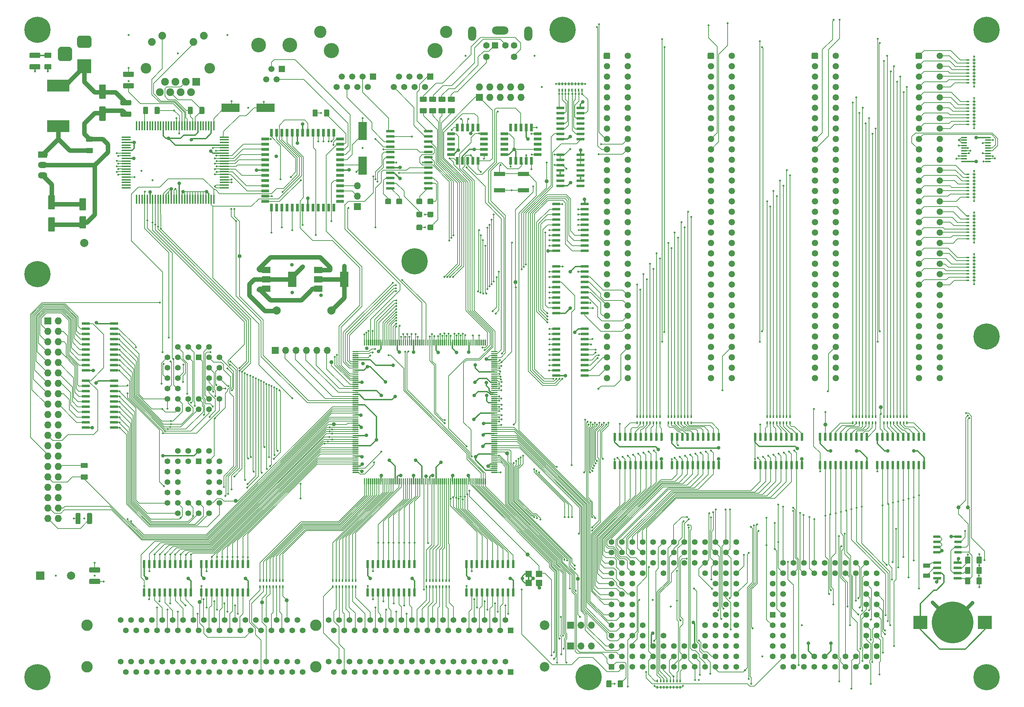
<source format=gbr>
G04 #@! TF.GenerationSoftware,KiCad,Pcbnew,5.1.5+dfsg1-2build2*
G04 #@! TF.CreationDate,2021-11-04T14:18:05+00:00*
G04 #@! TF.ProjectId,MAXI030,4d415849-3033-4302-9e6b-696361645f70,rev?*
G04 #@! TF.SameCoordinates,Original*
G04 #@! TF.FileFunction,Copper,L1,Top*
G04 #@! TF.FilePolarity,Positive*
%FSLAX46Y46*%
G04 Gerber Fmt 4.6, Leading zero omitted, Abs format (unit mm)*
G04 Created by KiCad (PCBNEW 5.1.5+dfsg1-2build2) date 2021-11-04 14:18:05*
%MOMM*%
%LPD*%
G04 APERTURE LIST*
%ADD10R,1.600000X1.500000*%
%ADD11C,0.100000*%
%ADD12C,1.000000*%
%ADD13C,1.397000*%
%ADD14C,2.336800*%
%ADD15R,1.397000X1.397000*%
%ADD16C,2.794000*%
%ADD17R,5.400000X2.900000*%
%ADD18C,3.600000*%
%ADD19C,1.520000*%
%ADD20R,1.520000X1.520000*%
%ADD21R,1.925000X0.700000*%
%ADD22R,0.700000X1.925000*%
%ADD23C,6.400000*%
%ADD24C,2.000000*%
%ADD25O,1.700000X1.700000*%
%ADD26R,1.700000X1.700000*%
%ADD27C,1.550000*%
%ADD28R,1.900000X1.900000*%
%ADD29C,1.900000*%
%ADD30C,1.890000*%
%ADD31C,2.600000*%
%ADD32C,1.422400*%
%ADD33R,1.422400X1.422400*%
%ADD34R,2.000000X3.800000*%
%ADD35R,2.000000X1.500000*%
%ADD36R,4.500000X2.000000*%
%ADD37R,1.800000X1.000000*%
%ADD38R,2.000000X4.500000*%
%ADD39R,0.350000X2.200000*%
%ADD40R,2.200000X0.350000*%
%ADD41O,2.300000X1.500000*%
%ADD42R,2.300000X1.500000*%
%ADD43R,1.450000X0.450000*%
%ADD44R,2.800000X1.000000*%
%ADD45R,2.000000X2.000000*%
%ADD46R,0.430000X0.760000*%
%ADD47R,0.760000X0.430000*%
%ADD48R,1.727200X1.727200*%
%ADD49O,1.727200X1.727200*%
%ADD50O,2.000000X3.500000*%
%ADD51R,1.600000X1.600000*%
%ADD52C,1.600000*%
%ADD53O,4.000000X2.000000*%
%ADD54C,3.000000*%
%ADD55C,1.501140*%
%ADD56R,1.501140X1.501140*%
%ADD57C,3.700000*%
%ADD58R,3.500000X3.500000*%
%ADD59C,10.200000*%
%ADD60R,3.500000X3.300000*%
%ADD61C,0.914400*%
%ADD62C,0.508000*%
%ADD63C,0.304800*%
%ADD64C,0.152400*%
%ADD65C,1.117600*%
%ADD66C,0.914400*%
G04 APERTURE END LIST*
D10*
X48831500Y86825000D03*
X51371500Y86825000D03*
X51371500Y84625000D03*
X48831500Y84625000D03*
G04 #@! TA.AperFunction,SMDPad,CuDef*
D11*
G36*
X71646504Y60817796D02*
G01*
X71670773Y60814196D01*
X71694571Y60808235D01*
X71717671Y60799970D01*
X71739849Y60789480D01*
X71760893Y60776867D01*
X71780598Y60762253D01*
X71798777Y60745777D01*
X71815253Y60727598D01*
X71829867Y60707893D01*
X71842480Y60686849D01*
X71852970Y60664671D01*
X71861235Y60641571D01*
X71867196Y60617773D01*
X71870796Y60593504D01*
X71872000Y60569000D01*
X71872000Y59319000D01*
X71870796Y59294496D01*
X71867196Y59270227D01*
X71861235Y59246429D01*
X71852970Y59223329D01*
X71842480Y59201151D01*
X71829867Y59180107D01*
X71815253Y59160402D01*
X71798777Y59142223D01*
X71780598Y59125747D01*
X71760893Y59111133D01*
X71739849Y59098520D01*
X71717671Y59088030D01*
X71694571Y59079765D01*
X71670773Y59073804D01*
X71646504Y59070204D01*
X71622000Y59069000D01*
X70872000Y59069000D01*
X70847496Y59070204D01*
X70823227Y59073804D01*
X70799429Y59079765D01*
X70776329Y59088030D01*
X70754151Y59098520D01*
X70733107Y59111133D01*
X70713402Y59125747D01*
X70695223Y59142223D01*
X70678747Y59160402D01*
X70664133Y59180107D01*
X70651520Y59201151D01*
X70641030Y59223329D01*
X70632765Y59246429D01*
X70626804Y59270227D01*
X70623204Y59294496D01*
X70622000Y59319000D01*
X70622000Y60569000D01*
X70623204Y60593504D01*
X70626804Y60617773D01*
X70632765Y60641571D01*
X70641030Y60664671D01*
X70651520Y60686849D01*
X70664133Y60707893D01*
X70678747Y60727598D01*
X70695223Y60745777D01*
X70713402Y60762253D01*
X70733107Y60776867D01*
X70754151Y60789480D01*
X70776329Y60799970D01*
X70799429Y60808235D01*
X70823227Y60814196D01*
X70847496Y60817796D01*
X70872000Y60819000D01*
X71622000Y60819000D01*
X71646504Y60817796D01*
G37*
G04 #@! TD.AperFunction*
G04 #@! TA.AperFunction,SMDPad,CuDef*
G36*
X68846504Y60817796D02*
G01*
X68870773Y60814196D01*
X68894571Y60808235D01*
X68917671Y60799970D01*
X68939849Y60789480D01*
X68960893Y60776867D01*
X68980598Y60762253D01*
X68998777Y60745777D01*
X69015253Y60727598D01*
X69029867Y60707893D01*
X69042480Y60686849D01*
X69052970Y60664671D01*
X69061235Y60641571D01*
X69067196Y60617773D01*
X69070796Y60593504D01*
X69072000Y60569000D01*
X69072000Y59319000D01*
X69070796Y59294496D01*
X69067196Y59270227D01*
X69061235Y59246429D01*
X69052970Y59223329D01*
X69042480Y59201151D01*
X69029867Y59180107D01*
X69015253Y59160402D01*
X68998777Y59142223D01*
X68980598Y59125747D01*
X68960893Y59111133D01*
X68939849Y59098520D01*
X68917671Y59088030D01*
X68894571Y59079765D01*
X68870773Y59073804D01*
X68846504Y59070204D01*
X68822000Y59069000D01*
X68072000Y59069000D01*
X68047496Y59070204D01*
X68023227Y59073804D01*
X67999429Y59079765D01*
X67976329Y59088030D01*
X67954151Y59098520D01*
X67933107Y59111133D01*
X67913402Y59125747D01*
X67895223Y59142223D01*
X67878747Y59160402D01*
X67864133Y59180107D01*
X67851520Y59201151D01*
X67841030Y59223329D01*
X67832765Y59246429D01*
X67826804Y59270227D01*
X67823204Y59294496D01*
X67822000Y59319000D01*
X67822000Y60569000D01*
X67823204Y60593504D01*
X67826804Y60617773D01*
X67832765Y60641571D01*
X67841030Y60664671D01*
X67851520Y60686849D01*
X67864133Y60707893D01*
X67878747Y60727598D01*
X67895223Y60745777D01*
X67913402Y60762253D01*
X67933107Y60776867D01*
X67954151Y60789480D01*
X67976329Y60799970D01*
X67999429Y60808235D01*
X68023227Y60814196D01*
X68047496Y60817796D01*
X68072000Y60819000D01*
X68822000Y60819000D01*
X68846504Y60817796D01*
G37*
G04 #@! TD.AperFunction*
D12*
X156083000Y103060500D03*
X153797000Y103060500D03*
X60833000Y85598000D03*
X43561000Y116268500D03*
X-21780500Y164401500D03*
X635000Y138557000D03*
X-22669500Y104648000D03*
X121285000Y123253500D03*
X134874000Y127508000D03*
X53213000Y182689500D03*
X1270000Y123380500D03*
X-31496000Y79946500D03*
X-10223500Y80327500D03*
X-16256000Y79883000D03*
X45593000Y158115000D03*
X48577500Y91567000D03*
D13*
X-50800000Y75565000D03*
X-49530000Y73025000D03*
X-48260000Y75565000D03*
X-46990000Y73025000D03*
X-45720000Y75565000D03*
X-44450000Y73025000D03*
X-43180000Y75565000D03*
X-41910000Y73025000D03*
X-40640000Y75565000D03*
X-39370000Y73025000D03*
X-38100000Y75565000D03*
X-36830000Y73025000D03*
X-35560000Y75565000D03*
X-34290000Y73025000D03*
X-33020000Y75565000D03*
X-31750000Y73025000D03*
X-30480000Y75565000D03*
X-29210000Y73025000D03*
X-27940000Y75565000D03*
X-26670000Y73025000D03*
X-25400000Y75565000D03*
X-24130000Y73025000D03*
X-22860000Y75565000D03*
X-21590000Y73025000D03*
X-20320000Y75565000D03*
X5080000Y75565000D03*
X6350000Y73025000D03*
X36830000Y73025000D03*
X-6350000Y73025000D03*
X0Y75565000D03*
X1270000Y73025000D03*
X25400000Y75565000D03*
X34290000Y73025000D03*
D14*
X52705000Y74295000D03*
D15*
X44450000Y73025000D03*
D13*
X43180000Y75565000D03*
X41910000Y73025000D03*
X40640000Y75565000D03*
X38100000Y75565000D03*
X-19050000Y73025000D03*
X-17780000Y75565000D03*
X-16510000Y73025000D03*
X-15240000Y75565000D03*
X-13970000Y73025000D03*
X-12700000Y75565000D03*
X-11430000Y73025000D03*
X-10160000Y75565000D03*
X-8890000Y73025000D03*
X-7620000Y75565000D03*
D16*
X-3175000Y74295000D03*
X-59055000Y74295000D03*
D13*
X10160000Y75565000D03*
X11430000Y73025000D03*
X26670000Y73025000D03*
X33020000Y75565000D03*
X31750000Y73025000D03*
X20320000Y75565000D03*
X21590000Y73025000D03*
X30480000Y75565000D03*
X17780000Y75565000D03*
X19050000Y73025000D03*
X29210000Y73025000D03*
X15240000Y75565000D03*
X16510000Y73025000D03*
X27940000Y75565000D03*
X12700000Y75565000D03*
X13970000Y73025000D03*
X7620000Y75565000D03*
X8890000Y73025000D03*
X22860000Y75565000D03*
X24130000Y73025000D03*
X2540000Y75565000D03*
X3810000Y73025000D03*
X35560000Y75565000D03*
X39370000Y73025000D03*
D17*
X-66040000Y196215000D03*
X-66040000Y206115000D03*
G04 #@! TA.AperFunction,SMDPad,CuDef*
D11*
G36*
X-57770496Y193663796D02*
G01*
X-57746227Y193660196D01*
X-57722429Y193654235D01*
X-57699329Y193645970D01*
X-57677151Y193635480D01*
X-57656107Y193622867D01*
X-57636402Y193608253D01*
X-57618223Y193591777D01*
X-57601747Y193573598D01*
X-57587133Y193553893D01*
X-57574520Y193532849D01*
X-57564030Y193510671D01*
X-57555765Y193487571D01*
X-57549804Y193463773D01*
X-57546204Y193439504D01*
X-57545000Y193415000D01*
X-57545000Y192665000D01*
X-57546204Y192640496D01*
X-57549804Y192616227D01*
X-57555765Y192592429D01*
X-57564030Y192569329D01*
X-57574520Y192547151D01*
X-57587133Y192526107D01*
X-57601747Y192506402D01*
X-57618223Y192488223D01*
X-57636402Y192471747D01*
X-57656107Y192457133D01*
X-57677151Y192444520D01*
X-57699329Y192434030D01*
X-57722429Y192425765D01*
X-57746227Y192419804D01*
X-57770496Y192416204D01*
X-57795000Y192415000D01*
X-59045000Y192415000D01*
X-59069504Y192416204D01*
X-59093773Y192419804D01*
X-59117571Y192425765D01*
X-59140671Y192434030D01*
X-59162849Y192444520D01*
X-59183893Y192457133D01*
X-59203598Y192471747D01*
X-59221777Y192488223D01*
X-59238253Y192506402D01*
X-59252867Y192526107D01*
X-59265480Y192547151D01*
X-59275970Y192569329D01*
X-59284235Y192592429D01*
X-59290196Y192616227D01*
X-59293796Y192640496D01*
X-59295000Y192665000D01*
X-59295000Y193415000D01*
X-59293796Y193439504D01*
X-59290196Y193463773D01*
X-59284235Y193487571D01*
X-59275970Y193510671D01*
X-59265480Y193532849D01*
X-59252867Y193553893D01*
X-59238253Y193573598D01*
X-59221777Y193591777D01*
X-59203598Y193608253D01*
X-59183893Y193622867D01*
X-59162849Y193635480D01*
X-59140671Y193645970D01*
X-59117571Y193654235D01*
X-59093773Y193660196D01*
X-59069504Y193663796D01*
X-59045000Y193665000D01*
X-57795000Y193665000D01*
X-57770496Y193663796D01*
G37*
G04 #@! TD.AperFunction*
G04 #@! TA.AperFunction,SMDPad,CuDef*
G36*
X-57770496Y190863796D02*
G01*
X-57746227Y190860196D01*
X-57722429Y190854235D01*
X-57699329Y190845970D01*
X-57677151Y190835480D01*
X-57656107Y190822867D01*
X-57636402Y190808253D01*
X-57618223Y190791777D01*
X-57601747Y190773598D01*
X-57587133Y190753893D01*
X-57574520Y190732849D01*
X-57564030Y190710671D01*
X-57555765Y190687571D01*
X-57549804Y190663773D01*
X-57546204Y190639504D01*
X-57545000Y190615000D01*
X-57545000Y189865000D01*
X-57546204Y189840496D01*
X-57549804Y189816227D01*
X-57555765Y189792429D01*
X-57564030Y189769329D01*
X-57574520Y189747151D01*
X-57587133Y189726107D01*
X-57601747Y189706402D01*
X-57618223Y189688223D01*
X-57636402Y189671747D01*
X-57656107Y189657133D01*
X-57677151Y189644520D01*
X-57699329Y189634030D01*
X-57722429Y189625765D01*
X-57746227Y189619804D01*
X-57770496Y189616204D01*
X-57795000Y189615000D01*
X-59045000Y189615000D01*
X-59069504Y189616204D01*
X-59093773Y189619804D01*
X-59117571Y189625765D01*
X-59140671Y189634030D01*
X-59162849Y189644520D01*
X-59183893Y189657133D01*
X-59203598Y189671747D01*
X-59221777Y189688223D01*
X-59238253Y189706402D01*
X-59252867Y189726107D01*
X-59265480Y189747151D01*
X-59275970Y189769329D01*
X-59284235Y189792429D01*
X-59290196Y189816227D01*
X-59293796Y189840496D01*
X-59295000Y189865000D01*
X-59295000Y190615000D01*
X-59293796Y190639504D01*
X-59290196Y190663773D01*
X-59284235Y190687571D01*
X-59275970Y190710671D01*
X-59265480Y190732849D01*
X-59252867Y190753893D01*
X-59238253Y190773598D01*
X-59221777Y190791777D01*
X-59203598Y190808253D01*
X-59183893Y190822867D01*
X-59162849Y190835480D01*
X-59140671Y190845970D01*
X-59117571Y190854235D01*
X-59093773Y190860196D01*
X-59069504Y190863796D01*
X-59045000Y190865000D01*
X-57795000Y190865000D01*
X-57770496Y190863796D01*
G37*
G04 #@! TD.AperFunction*
G04 #@! TA.AperFunction,SMDPad,CuDef*
G36*
X-48430496Y199753796D02*
G01*
X-48406227Y199750196D01*
X-48382429Y199744235D01*
X-48359329Y199735970D01*
X-48337151Y199725480D01*
X-48316107Y199712867D01*
X-48296402Y199698253D01*
X-48278223Y199681777D01*
X-48261747Y199663598D01*
X-48247133Y199643893D01*
X-48234520Y199622849D01*
X-48224030Y199600671D01*
X-48215765Y199577571D01*
X-48209804Y199553773D01*
X-48206204Y199529504D01*
X-48205000Y199505000D01*
X-48205000Y198755000D01*
X-48206204Y198730496D01*
X-48209804Y198706227D01*
X-48215765Y198682429D01*
X-48224030Y198659329D01*
X-48234520Y198637151D01*
X-48247133Y198616107D01*
X-48261747Y198596402D01*
X-48278223Y198578223D01*
X-48296402Y198561747D01*
X-48316107Y198547133D01*
X-48337151Y198534520D01*
X-48359329Y198524030D01*
X-48382429Y198515765D01*
X-48406227Y198509804D01*
X-48430496Y198506204D01*
X-48455000Y198505000D01*
X-50605000Y198505000D01*
X-50629504Y198506204D01*
X-50653773Y198509804D01*
X-50677571Y198515765D01*
X-50700671Y198524030D01*
X-50722849Y198534520D01*
X-50743893Y198547133D01*
X-50763598Y198561747D01*
X-50781777Y198578223D01*
X-50798253Y198596402D01*
X-50812867Y198616107D01*
X-50825480Y198637151D01*
X-50835970Y198659329D01*
X-50844235Y198682429D01*
X-50850196Y198706227D01*
X-50853796Y198730496D01*
X-50855000Y198755000D01*
X-50855000Y199505000D01*
X-50853796Y199529504D01*
X-50850196Y199553773D01*
X-50844235Y199577571D01*
X-50835970Y199600671D01*
X-50825480Y199622849D01*
X-50812867Y199643893D01*
X-50798253Y199663598D01*
X-50781777Y199681777D01*
X-50763598Y199698253D01*
X-50743893Y199712867D01*
X-50722849Y199725480D01*
X-50700671Y199735970D01*
X-50677571Y199744235D01*
X-50653773Y199750196D01*
X-50629504Y199753796D01*
X-50605000Y199755000D01*
X-48455000Y199755000D01*
X-48430496Y199753796D01*
G37*
G04 #@! TD.AperFunction*
G04 #@! TA.AperFunction,SMDPad,CuDef*
G36*
X-48430496Y202553796D02*
G01*
X-48406227Y202550196D01*
X-48382429Y202544235D01*
X-48359329Y202535970D01*
X-48337151Y202525480D01*
X-48316107Y202512867D01*
X-48296402Y202498253D01*
X-48278223Y202481777D01*
X-48261747Y202463598D01*
X-48247133Y202443893D01*
X-48234520Y202422849D01*
X-48224030Y202400671D01*
X-48215765Y202377571D01*
X-48209804Y202353773D01*
X-48206204Y202329504D01*
X-48205000Y202305000D01*
X-48205000Y201555000D01*
X-48206204Y201530496D01*
X-48209804Y201506227D01*
X-48215765Y201482429D01*
X-48224030Y201459329D01*
X-48234520Y201437151D01*
X-48247133Y201416107D01*
X-48261747Y201396402D01*
X-48278223Y201378223D01*
X-48296402Y201361747D01*
X-48316107Y201347133D01*
X-48337151Y201334520D01*
X-48359329Y201324030D01*
X-48382429Y201315765D01*
X-48406227Y201309804D01*
X-48430496Y201306204D01*
X-48455000Y201305000D01*
X-50605000Y201305000D01*
X-50629504Y201306204D01*
X-50653773Y201309804D01*
X-50677571Y201315765D01*
X-50700671Y201324030D01*
X-50722849Y201334520D01*
X-50743893Y201347133D01*
X-50763598Y201361747D01*
X-50781777Y201378223D01*
X-50798253Y201396402D01*
X-50812867Y201416107D01*
X-50825480Y201437151D01*
X-50835970Y201459329D01*
X-50844235Y201482429D01*
X-50850196Y201506227D01*
X-50853796Y201530496D01*
X-50855000Y201555000D01*
X-50855000Y202305000D01*
X-50853796Y202329504D01*
X-50850196Y202353773D01*
X-50844235Y202377571D01*
X-50835970Y202400671D01*
X-50825480Y202422849D01*
X-50812867Y202443893D01*
X-50798253Y202463598D01*
X-50781777Y202481777D01*
X-50763598Y202498253D01*
X-50743893Y202512867D01*
X-50722849Y202525480D01*
X-50700671Y202535970D01*
X-50677571Y202544235D01*
X-50653773Y202550196D01*
X-50629504Y202553796D01*
X-50605000Y202555000D01*
X-48455000Y202555000D01*
X-48430496Y202553796D01*
G37*
G04 #@! TD.AperFunction*
D18*
X-17145000Y216027000D03*
D19*
X-15240000Y207645000D03*
X-13970000Y210185000D03*
X-12700000Y207645000D03*
D20*
X-11430000Y210185000D03*
D18*
X-9525000Y216027000D03*
G04 #@! TA.AperFunction,SMDPad,CuDef*
D11*
G36*
X8827351Y144064639D02*
G01*
X8834632Y144063559D01*
X8841771Y144061771D01*
X8848701Y144059291D01*
X8855355Y144056144D01*
X8861668Y144052360D01*
X8867579Y144047976D01*
X8873033Y144043033D01*
X8877976Y144037579D01*
X8882360Y144031668D01*
X8886144Y144025355D01*
X8889291Y144018701D01*
X8891771Y144011771D01*
X8893559Y144004632D01*
X8894639Y143997351D01*
X8895000Y143990000D01*
X8895000Y142665000D01*
X8894639Y142657649D01*
X8893559Y142650368D01*
X8891771Y142643229D01*
X8889291Y142636299D01*
X8886144Y142629645D01*
X8882360Y142623332D01*
X8877976Y142617421D01*
X8873033Y142611967D01*
X8867579Y142607024D01*
X8861668Y142602640D01*
X8855355Y142598856D01*
X8848701Y142595709D01*
X8841771Y142593229D01*
X8834632Y142591441D01*
X8827351Y142590361D01*
X8820000Y142590000D01*
X8670000Y142590000D01*
X8662649Y142590361D01*
X8655368Y142591441D01*
X8648229Y142593229D01*
X8641299Y142595709D01*
X8634645Y142598856D01*
X8628332Y142602640D01*
X8622421Y142607024D01*
X8616967Y142611967D01*
X8612024Y142617421D01*
X8607640Y142623332D01*
X8603856Y142629645D01*
X8600709Y142636299D01*
X8598229Y142643229D01*
X8596441Y142650368D01*
X8595361Y142657649D01*
X8595000Y142665000D01*
X8595000Y143990000D01*
X8595361Y143997351D01*
X8596441Y144004632D01*
X8598229Y144011771D01*
X8600709Y144018701D01*
X8603856Y144025355D01*
X8607640Y144031668D01*
X8612024Y144037579D01*
X8616967Y144043033D01*
X8622421Y144047976D01*
X8628332Y144052360D01*
X8634645Y144056144D01*
X8641299Y144059291D01*
X8648229Y144061771D01*
X8655368Y144063559D01*
X8662649Y144064639D01*
X8670000Y144065000D01*
X8820000Y144065000D01*
X8827351Y144064639D01*
G37*
G04 #@! TD.AperFunction*
G04 #@! TA.AperFunction,SMDPad,CuDef*
G36*
X9327351Y144064639D02*
G01*
X9334632Y144063559D01*
X9341771Y144061771D01*
X9348701Y144059291D01*
X9355355Y144056144D01*
X9361668Y144052360D01*
X9367579Y144047976D01*
X9373033Y144043033D01*
X9377976Y144037579D01*
X9382360Y144031668D01*
X9386144Y144025355D01*
X9389291Y144018701D01*
X9391771Y144011771D01*
X9393559Y144004632D01*
X9394639Y143997351D01*
X9395000Y143990000D01*
X9395000Y142665000D01*
X9394639Y142657649D01*
X9393559Y142650368D01*
X9391771Y142643229D01*
X9389291Y142636299D01*
X9386144Y142629645D01*
X9382360Y142623332D01*
X9377976Y142617421D01*
X9373033Y142611967D01*
X9367579Y142607024D01*
X9361668Y142602640D01*
X9355355Y142598856D01*
X9348701Y142595709D01*
X9341771Y142593229D01*
X9334632Y142591441D01*
X9327351Y142590361D01*
X9320000Y142590000D01*
X9170000Y142590000D01*
X9162649Y142590361D01*
X9155368Y142591441D01*
X9148229Y142593229D01*
X9141299Y142595709D01*
X9134645Y142598856D01*
X9128332Y142602640D01*
X9122421Y142607024D01*
X9116967Y142611967D01*
X9112024Y142617421D01*
X9107640Y142623332D01*
X9103856Y142629645D01*
X9100709Y142636299D01*
X9098229Y142643229D01*
X9096441Y142650368D01*
X9095361Y142657649D01*
X9095000Y142665000D01*
X9095000Y143990000D01*
X9095361Y143997351D01*
X9096441Y144004632D01*
X9098229Y144011771D01*
X9100709Y144018701D01*
X9103856Y144025355D01*
X9107640Y144031668D01*
X9112024Y144037579D01*
X9116967Y144043033D01*
X9122421Y144047976D01*
X9128332Y144052360D01*
X9134645Y144056144D01*
X9141299Y144059291D01*
X9148229Y144061771D01*
X9155368Y144063559D01*
X9162649Y144064639D01*
X9170000Y144065000D01*
X9320000Y144065000D01*
X9327351Y144064639D01*
G37*
G04 #@! TD.AperFunction*
G04 #@! TA.AperFunction,SMDPad,CuDef*
G36*
X9827351Y144064639D02*
G01*
X9834632Y144063559D01*
X9841771Y144061771D01*
X9848701Y144059291D01*
X9855355Y144056144D01*
X9861668Y144052360D01*
X9867579Y144047976D01*
X9873033Y144043033D01*
X9877976Y144037579D01*
X9882360Y144031668D01*
X9886144Y144025355D01*
X9889291Y144018701D01*
X9891771Y144011771D01*
X9893559Y144004632D01*
X9894639Y143997351D01*
X9895000Y143990000D01*
X9895000Y142665000D01*
X9894639Y142657649D01*
X9893559Y142650368D01*
X9891771Y142643229D01*
X9889291Y142636299D01*
X9886144Y142629645D01*
X9882360Y142623332D01*
X9877976Y142617421D01*
X9873033Y142611967D01*
X9867579Y142607024D01*
X9861668Y142602640D01*
X9855355Y142598856D01*
X9848701Y142595709D01*
X9841771Y142593229D01*
X9834632Y142591441D01*
X9827351Y142590361D01*
X9820000Y142590000D01*
X9670000Y142590000D01*
X9662649Y142590361D01*
X9655368Y142591441D01*
X9648229Y142593229D01*
X9641299Y142595709D01*
X9634645Y142598856D01*
X9628332Y142602640D01*
X9622421Y142607024D01*
X9616967Y142611967D01*
X9612024Y142617421D01*
X9607640Y142623332D01*
X9603856Y142629645D01*
X9600709Y142636299D01*
X9598229Y142643229D01*
X9596441Y142650368D01*
X9595361Y142657649D01*
X9595000Y142665000D01*
X9595000Y143990000D01*
X9595361Y143997351D01*
X9596441Y144004632D01*
X9598229Y144011771D01*
X9600709Y144018701D01*
X9603856Y144025355D01*
X9607640Y144031668D01*
X9612024Y144037579D01*
X9616967Y144043033D01*
X9622421Y144047976D01*
X9628332Y144052360D01*
X9634645Y144056144D01*
X9641299Y144059291D01*
X9648229Y144061771D01*
X9655368Y144063559D01*
X9662649Y144064639D01*
X9670000Y144065000D01*
X9820000Y144065000D01*
X9827351Y144064639D01*
G37*
G04 #@! TD.AperFunction*
G04 #@! TA.AperFunction,SMDPad,CuDef*
G36*
X10327351Y144064639D02*
G01*
X10334632Y144063559D01*
X10341771Y144061771D01*
X10348701Y144059291D01*
X10355355Y144056144D01*
X10361668Y144052360D01*
X10367579Y144047976D01*
X10373033Y144043033D01*
X10377976Y144037579D01*
X10382360Y144031668D01*
X10386144Y144025355D01*
X10389291Y144018701D01*
X10391771Y144011771D01*
X10393559Y144004632D01*
X10394639Y143997351D01*
X10395000Y143990000D01*
X10395000Y142665000D01*
X10394639Y142657649D01*
X10393559Y142650368D01*
X10391771Y142643229D01*
X10389291Y142636299D01*
X10386144Y142629645D01*
X10382360Y142623332D01*
X10377976Y142617421D01*
X10373033Y142611967D01*
X10367579Y142607024D01*
X10361668Y142602640D01*
X10355355Y142598856D01*
X10348701Y142595709D01*
X10341771Y142593229D01*
X10334632Y142591441D01*
X10327351Y142590361D01*
X10320000Y142590000D01*
X10170000Y142590000D01*
X10162649Y142590361D01*
X10155368Y142591441D01*
X10148229Y142593229D01*
X10141299Y142595709D01*
X10134645Y142598856D01*
X10128332Y142602640D01*
X10122421Y142607024D01*
X10116967Y142611967D01*
X10112024Y142617421D01*
X10107640Y142623332D01*
X10103856Y142629645D01*
X10100709Y142636299D01*
X10098229Y142643229D01*
X10096441Y142650368D01*
X10095361Y142657649D01*
X10095000Y142665000D01*
X10095000Y143990000D01*
X10095361Y143997351D01*
X10096441Y144004632D01*
X10098229Y144011771D01*
X10100709Y144018701D01*
X10103856Y144025355D01*
X10107640Y144031668D01*
X10112024Y144037579D01*
X10116967Y144043033D01*
X10122421Y144047976D01*
X10128332Y144052360D01*
X10134645Y144056144D01*
X10141299Y144059291D01*
X10148229Y144061771D01*
X10155368Y144063559D01*
X10162649Y144064639D01*
X10170000Y144065000D01*
X10320000Y144065000D01*
X10327351Y144064639D01*
G37*
G04 #@! TD.AperFunction*
G04 #@! TA.AperFunction,SMDPad,CuDef*
G36*
X10827351Y144064639D02*
G01*
X10834632Y144063559D01*
X10841771Y144061771D01*
X10848701Y144059291D01*
X10855355Y144056144D01*
X10861668Y144052360D01*
X10867579Y144047976D01*
X10873033Y144043033D01*
X10877976Y144037579D01*
X10882360Y144031668D01*
X10886144Y144025355D01*
X10889291Y144018701D01*
X10891771Y144011771D01*
X10893559Y144004632D01*
X10894639Y143997351D01*
X10895000Y143990000D01*
X10895000Y142665000D01*
X10894639Y142657649D01*
X10893559Y142650368D01*
X10891771Y142643229D01*
X10889291Y142636299D01*
X10886144Y142629645D01*
X10882360Y142623332D01*
X10877976Y142617421D01*
X10873033Y142611967D01*
X10867579Y142607024D01*
X10861668Y142602640D01*
X10855355Y142598856D01*
X10848701Y142595709D01*
X10841771Y142593229D01*
X10834632Y142591441D01*
X10827351Y142590361D01*
X10820000Y142590000D01*
X10670000Y142590000D01*
X10662649Y142590361D01*
X10655368Y142591441D01*
X10648229Y142593229D01*
X10641299Y142595709D01*
X10634645Y142598856D01*
X10628332Y142602640D01*
X10622421Y142607024D01*
X10616967Y142611967D01*
X10612024Y142617421D01*
X10607640Y142623332D01*
X10603856Y142629645D01*
X10600709Y142636299D01*
X10598229Y142643229D01*
X10596441Y142650368D01*
X10595361Y142657649D01*
X10595000Y142665000D01*
X10595000Y143990000D01*
X10595361Y143997351D01*
X10596441Y144004632D01*
X10598229Y144011771D01*
X10600709Y144018701D01*
X10603856Y144025355D01*
X10607640Y144031668D01*
X10612024Y144037579D01*
X10616967Y144043033D01*
X10622421Y144047976D01*
X10628332Y144052360D01*
X10634645Y144056144D01*
X10641299Y144059291D01*
X10648229Y144061771D01*
X10655368Y144063559D01*
X10662649Y144064639D01*
X10670000Y144065000D01*
X10820000Y144065000D01*
X10827351Y144064639D01*
G37*
G04 #@! TD.AperFunction*
G04 #@! TA.AperFunction,SMDPad,CuDef*
G36*
X11327351Y144064639D02*
G01*
X11334632Y144063559D01*
X11341771Y144061771D01*
X11348701Y144059291D01*
X11355355Y144056144D01*
X11361668Y144052360D01*
X11367579Y144047976D01*
X11373033Y144043033D01*
X11377976Y144037579D01*
X11382360Y144031668D01*
X11386144Y144025355D01*
X11389291Y144018701D01*
X11391771Y144011771D01*
X11393559Y144004632D01*
X11394639Y143997351D01*
X11395000Y143990000D01*
X11395000Y142665000D01*
X11394639Y142657649D01*
X11393559Y142650368D01*
X11391771Y142643229D01*
X11389291Y142636299D01*
X11386144Y142629645D01*
X11382360Y142623332D01*
X11377976Y142617421D01*
X11373033Y142611967D01*
X11367579Y142607024D01*
X11361668Y142602640D01*
X11355355Y142598856D01*
X11348701Y142595709D01*
X11341771Y142593229D01*
X11334632Y142591441D01*
X11327351Y142590361D01*
X11320000Y142590000D01*
X11170000Y142590000D01*
X11162649Y142590361D01*
X11155368Y142591441D01*
X11148229Y142593229D01*
X11141299Y142595709D01*
X11134645Y142598856D01*
X11128332Y142602640D01*
X11122421Y142607024D01*
X11116967Y142611967D01*
X11112024Y142617421D01*
X11107640Y142623332D01*
X11103856Y142629645D01*
X11100709Y142636299D01*
X11098229Y142643229D01*
X11096441Y142650368D01*
X11095361Y142657649D01*
X11095000Y142665000D01*
X11095000Y143990000D01*
X11095361Y143997351D01*
X11096441Y144004632D01*
X11098229Y144011771D01*
X11100709Y144018701D01*
X11103856Y144025355D01*
X11107640Y144031668D01*
X11112024Y144037579D01*
X11116967Y144043033D01*
X11122421Y144047976D01*
X11128332Y144052360D01*
X11134645Y144056144D01*
X11141299Y144059291D01*
X11148229Y144061771D01*
X11155368Y144063559D01*
X11162649Y144064639D01*
X11170000Y144065000D01*
X11320000Y144065000D01*
X11327351Y144064639D01*
G37*
G04 #@! TD.AperFunction*
G04 #@! TA.AperFunction,SMDPad,CuDef*
G36*
X11827351Y144064639D02*
G01*
X11834632Y144063559D01*
X11841771Y144061771D01*
X11848701Y144059291D01*
X11855355Y144056144D01*
X11861668Y144052360D01*
X11867579Y144047976D01*
X11873033Y144043033D01*
X11877976Y144037579D01*
X11882360Y144031668D01*
X11886144Y144025355D01*
X11889291Y144018701D01*
X11891771Y144011771D01*
X11893559Y144004632D01*
X11894639Y143997351D01*
X11895000Y143990000D01*
X11895000Y142665000D01*
X11894639Y142657649D01*
X11893559Y142650368D01*
X11891771Y142643229D01*
X11889291Y142636299D01*
X11886144Y142629645D01*
X11882360Y142623332D01*
X11877976Y142617421D01*
X11873033Y142611967D01*
X11867579Y142607024D01*
X11861668Y142602640D01*
X11855355Y142598856D01*
X11848701Y142595709D01*
X11841771Y142593229D01*
X11834632Y142591441D01*
X11827351Y142590361D01*
X11820000Y142590000D01*
X11670000Y142590000D01*
X11662649Y142590361D01*
X11655368Y142591441D01*
X11648229Y142593229D01*
X11641299Y142595709D01*
X11634645Y142598856D01*
X11628332Y142602640D01*
X11622421Y142607024D01*
X11616967Y142611967D01*
X11612024Y142617421D01*
X11607640Y142623332D01*
X11603856Y142629645D01*
X11600709Y142636299D01*
X11598229Y142643229D01*
X11596441Y142650368D01*
X11595361Y142657649D01*
X11595000Y142665000D01*
X11595000Y143990000D01*
X11595361Y143997351D01*
X11596441Y144004632D01*
X11598229Y144011771D01*
X11600709Y144018701D01*
X11603856Y144025355D01*
X11607640Y144031668D01*
X11612024Y144037579D01*
X11616967Y144043033D01*
X11622421Y144047976D01*
X11628332Y144052360D01*
X11634645Y144056144D01*
X11641299Y144059291D01*
X11648229Y144061771D01*
X11655368Y144063559D01*
X11662649Y144064639D01*
X11670000Y144065000D01*
X11820000Y144065000D01*
X11827351Y144064639D01*
G37*
G04 #@! TD.AperFunction*
G04 #@! TA.AperFunction,SMDPad,CuDef*
G36*
X12327351Y144064639D02*
G01*
X12334632Y144063559D01*
X12341771Y144061771D01*
X12348701Y144059291D01*
X12355355Y144056144D01*
X12361668Y144052360D01*
X12367579Y144047976D01*
X12373033Y144043033D01*
X12377976Y144037579D01*
X12382360Y144031668D01*
X12386144Y144025355D01*
X12389291Y144018701D01*
X12391771Y144011771D01*
X12393559Y144004632D01*
X12394639Y143997351D01*
X12395000Y143990000D01*
X12395000Y142665000D01*
X12394639Y142657649D01*
X12393559Y142650368D01*
X12391771Y142643229D01*
X12389291Y142636299D01*
X12386144Y142629645D01*
X12382360Y142623332D01*
X12377976Y142617421D01*
X12373033Y142611967D01*
X12367579Y142607024D01*
X12361668Y142602640D01*
X12355355Y142598856D01*
X12348701Y142595709D01*
X12341771Y142593229D01*
X12334632Y142591441D01*
X12327351Y142590361D01*
X12320000Y142590000D01*
X12170000Y142590000D01*
X12162649Y142590361D01*
X12155368Y142591441D01*
X12148229Y142593229D01*
X12141299Y142595709D01*
X12134645Y142598856D01*
X12128332Y142602640D01*
X12122421Y142607024D01*
X12116967Y142611967D01*
X12112024Y142617421D01*
X12107640Y142623332D01*
X12103856Y142629645D01*
X12100709Y142636299D01*
X12098229Y142643229D01*
X12096441Y142650368D01*
X12095361Y142657649D01*
X12095000Y142665000D01*
X12095000Y143990000D01*
X12095361Y143997351D01*
X12096441Y144004632D01*
X12098229Y144011771D01*
X12100709Y144018701D01*
X12103856Y144025355D01*
X12107640Y144031668D01*
X12112024Y144037579D01*
X12116967Y144043033D01*
X12122421Y144047976D01*
X12128332Y144052360D01*
X12134645Y144056144D01*
X12141299Y144059291D01*
X12148229Y144061771D01*
X12155368Y144063559D01*
X12162649Y144064639D01*
X12170000Y144065000D01*
X12320000Y144065000D01*
X12327351Y144064639D01*
G37*
G04 #@! TD.AperFunction*
G04 #@! TA.AperFunction,SMDPad,CuDef*
G36*
X12827351Y144064639D02*
G01*
X12834632Y144063559D01*
X12841771Y144061771D01*
X12848701Y144059291D01*
X12855355Y144056144D01*
X12861668Y144052360D01*
X12867579Y144047976D01*
X12873033Y144043033D01*
X12877976Y144037579D01*
X12882360Y144031668D01*
X12886144Y144025355D01*
X12889291Y144018701D01*
X12891771Y144011771D01*
X12893559Y144004632D01*
X12894639Y143997351D01*
X12895000Y143990000D01*
X12895000Y142665000D01*
X12894639Y142657649D01*
X12893559Y142650368D01*
X12891771Y142643229D01*
X12889291Y142636299D01*
X12886144Y142629645D01*
X12882360Y142623332D01*
X12877976Y142617421D01*
X12873033Y142611967D01*
X12867579Y142607024D01*
X12861668Y142602640D01*
X12855355Y142598856D01*
X12848701Y142595709D01*
X12841771Y142593229D01*
X12834632Y142591441D01*
X12827351Y142590361D01*
X12820000Y142590000D01*
X12670000Y142590000D01*
X12662649Y142590361D01*
X12655368Y142591441D01*
X12648229Y142593229D01*
X12641299Y142595709D01*
X12634645Y142598856D01*
X12628332Y142602640D01*
X12622421Y142607024D01*
X12616967Y142611967D01*
X12612024Y142617421D01*
X12607640Y142623332D01*
X12603856Y142629645D01*
X12600709Y142636299D01*
X12598229Y142643229D01*
X12596441Y142650368D01*
X12595361Y142657649D01*
X12595000Y142665000D01*
X12595000Y143990000D01*
X12595361Y143997351D01*
X12596441Y144004632D01*
X12598229Y144011771D01*
X12600709Y144018701D01*
X12603856Y144025355D01*
X12607640Y144031668D01*
X12612024Y144037579D01*
X12616967Y144043033D01*
X12622421Y144047976D01*
X12628332Y144052360D01*
X12634645Y144056144D01*
X12641299Y144059291D01*
X12648229Y144061771D01*
X12655368Y144063559D01*
X12662649Y144064639D01*
X12670000Y144065000D01*
X12820000Y144065000D01*
X12827351Y144064639D01*
G37*
G04 #@! TD.AperFunction*
G04 #@! TA.AperFunction,SMDPad,CuDef*
G36*
X13327351Y144064639D02*
G01*
X13334632Y144063559D01*
X13341771Y144061771D01*
X13348701Y144059291D01*
X13355355Y144056144D01*
X13361668Y144052360D01*
X13367579Y144047976D01*
X13373033Y144043033D01*
X13377976Y144037579D01*
X13382360Y144031668D01*
X13386144Y144025355D01*
X13389291Y144018701D01*
X13391771Y144011771D01*
X13393559Y144004632D01*
X13394639Y143997351D01*
X13395000Y143990000D01*
X13395000Y142665000D01*
X13394639Y142657649D01*
X13393559Y142650368D01*
X13391771Y142643229D01*
X13389291Y142636299D01*
X13386144Y142629645D01*
X13382360Y142623332D01*
X13377976Y142617421D01*
X13373033Y142611967D01*
X13367579Y142607024D01*
X13361668Y142602640D01*
X13355355Y142598856D01*
X13348701Y142595709D01*
X13341771Y142593229D01*
X13334632Y142591441D01*
X13327351Y142590361D01*
X13320000Y142590000D01*
X13170000Y142590000D01*
X13162649Y142590361D01*
X13155368Y142591441D01*
X13148229Y142593229D01*
X13141299Y142595709D01*
X13134645Y142598856D01*
X13128332Y142602640D01*
X13122421Y142607024D01*
X13116967Y142611967D01*
X13112024Y142617421D01*
X13107640Y142623332D01*
X13103856Y142629645D01*
X13100709Y142636299D01*
X13098229Y142643229D01*
X13096441Y142650368D01*
X13095361Y142657649D01*
X13095000Y142665000D01*
X13095000Y143990000D01*
X13095361Y143997351D01*
X13096441Y144004632D01*
X13098229Y144011771D01*
X13100709Y144018701D01*
X13103856Y144025355D01*
X13107640Y144031668D01*
X13112024Y144037579D01*
X13116967Y144043033D01*
X13122421Y144047976D01*
X13128332Y144052360D01*
X13134645Y144056144D01*
X13141299Y144059291D01*
X13148229Y144061771D01*
X13155368Y144063559D01*
X13162649Y144064639D01*
X13170000Y144065000D01*
X13320000Y144065000D01*
X13327351Y144064639D01*
G37*
G04 #@! TD.AperFunction*
G04 #@! TA.AperFunction,SMDPad,CuDef*
G36*
X13827351Y144064639D02*
G01*
X13834632Y144063559D01*
X13841771Y144061771D01*
X13848701Y144059291D01*
X13855355Y144056144D01*
X13861668Y144052360D01*
X13867579Y144047976D01*
X13873033Y144043033D01*
X13877976Y144037579D01*
X13882360Y144031668D01*
X13886144Y144025355D01*
X13889291Y144018701D01*
X13891771Y144011771D01*
X13893559Y144004632D01*
X13894639Y143997351D01*
X13895000Y143990000D01*
X13895000Y142665000D01*
X13894639Y142657649D01*
X13893559Y142650368D01*
X13891771Y142643229D01*
X13889291Y142636299D01*
X13886144Y142629645D01*
X13882360Y142623332D01*
X13877976Y142617421D01*
X13873033Y142611967D01*
X13867579Y142607024D01*
X13861668Y142602640D01*
X13855355Y142598856D01*
X13848701Y142595709D01*
X13841771Y142593229D01*
X13834632Y142591441D01*
X13827351Y142590361D01*
X13820000Y142590000D01*
X13670000Y142590000D01*
X13662649Y142590361D01*
X13655368Y142591441D01*
X13648229Y142593229D01*
X13641299Y142595709D01*
X13634645Y142598856D01*
X13628332Y142602640D01*
X13622421Y142607024D01*
X13616967Y142611967D01*
X13612024Y142617421D01*
X13607640Y142623332D01*
X13603856Y142629645D01*
X13600709Y142636299D01*
X13598229Y142643229D01*
X13596441Y142650368D01*
X13595361Y142657649D01*
X13595000Y142665000D01*
X13595000Y143990000D01*
X13595361Y143997351D01*
X13596441Y144004632D01*
X13598229Y144011771D01*
X13600709Y144018701D01*
X13603856Y144025355D01*
X13607640Y144031668D01*
X13612024Y144037579D01*
X13616967Y144043033D01*
X13622421Y144047976D01*
X13628332Y144052360D01*
X13634645Y144056144D01*
X13641299Y144059291D01*
X13648229Y144061771D01*
X13655368Y144063559D01*
X13662649Y144064639D01*
X13670000Y144065000D01*
X13820000Y144065000D01*
X13827351Y144064639D01*
G37*
G04 #@! TD.AperFunction*
G04 #@! TA.AperFunction,SMDPad,CuDef*
G36*
X14327351Y144064639D02*
G01*
X14334632Y144063559D01*
X14341771Y144061771D01*
X14348701Y144059291D01*
X14355355Y144056144D01*
X14361668Y144052360D01*
X14367579Y144047976D01*
X14373033Y144043033D01*
X14377976Y144037579D01*
X14382360Y144031668D01*
X14386144Y144025355D01*
X14389291Y144018701D01*
X14391771Y144011771D01*
X14393559Y144004632D01*
X14394639Y143997351D01*
X14395000Y143990000D01*
X14395000Y142665000D01*
X14394639Y142657649D01*
X14393559Y142650368D01*
X14391771Y142643229D01*
X14389291Y142636299D01*
X14386144Y142629645D01*
X14382360Y142623332D01*
X14377976Y142617421D01*
X14373033Y142611967D01*
X14367579Y142607024D01*
X14361668Y142602640D01*
X14355355Y142598856D01*
X14348701Y142595709D01*
X14341771Y142593229D01*
X14334632Y142591441D01*
X14327351Y142590361D01*
X14320000Y142590000D01*
X14170000Y142590000D01*
X14162649Y142590361D01*
X14155368Y142591441D01*
X14148229Y142593229D01*
X14141299Y142595709D01*
X14134645Y142598856D01*
X14128332Y142602640D01*
X14122421Y142607024D01*
X14116967Y142611967D01*
X14112024Y142617421D01*
X14107640Y142623332D01*
X14103856Y142629645D01*
X14100709Y142636299D01*
X14098229Y142643229D01*
X14096441Y142650368D01*
X14095361Y142657649D01*
X14095000Y142665000D01*
X14095000Y143990000D01*
X14095361Y143997351D01*
X14096441Y144004632D01*
X14098229Y144011771D01*
X14100709Y144018701D01*
X14103856Y144025355D01*
X14107640Y144031668D01*
X14112024Y144037579D01*
X14116967Y144043033D01*
X14122421Y144047976D01*
X14128332Y144052360D01*
X14134645Y144056144D01*
X14141299Y144059291D01*
X14148229Y144061771D01*
X14155368Y144063559D01*
X14162649Y144064639D01*
X14170000Y144065000D01*
X14320000Y144065000D01*
X14327351Y144064639D01*
G37*
G04 #@! TD.AperFunction*
G04 #@! TA.AperFunction,SMDPad,CuDef*
G36*
X14827351Y144064639D02*
G01*
X14834632Y144063559D01*
X14841771Y144061771D01*
X14848701Y144059291D01*
X14855355Y144056144D01*
X14861668Y144052360D01*
X14867579Y144047976D01*
X14873033Y144043033D01*
X14877976Y144037579D01*
X14882360Y144031668D01*
X14886144Y144025355D01*
X14889291Y144018701D01*
X14891771Y144011771D01*
X14893559Y144004632D01*
X14894639Y143997351D01*
X14895000Y143990000D01*
X14895000Y142665000D01*
X14894639Y142657649D01*
X14893559Y142650368D01*
X14891771Y142643229D01*
X14889291Y142636299D01*
X14886144Y142629645D01*
X14882360Y142623332D01*
X14877976Y142617421D01*
X14873033Y142611967D01*
X14867579Y142607024D01*
X14861668Y142602640D01*
X14855355Y142598856D01*
X14848701Y142595709D01*
X14841771Y142593229D01*
X14834632Y142591441D01*
X14827351Y142590361D01*
X14820000Y142590000D01*
X14670000Y142590000D01*
X14662649Y142590361D01*
X14655368Y142591441D01*
X14648229Y142593229D01*
X14641299Y142595709D01*
X14634645Y142598856D01*
X14628332Y142602640D01*
X14622421Y142607024D01*
X14616967Y142611967D01*
X14612024Y142617421D01*
X14607640Y142623332D01*
X14603856Y142629645D01*
X14600709Y142636299D01*
X14598229Y142643229D01*
X14596441Y142650368D01*
X14595361Y142657649D01*
X14595000Y142665000D01*
X14595000Y143990000D01*
X14595361Y143997351D01*
X14596441Y144004632D01*
X14598229Y144011771D01*
X14600709Y144018701D01*
X14603856Y144025355D01*
X14607640Y144031668D01*
X14612024Y144037579D01*
X14616967Y144043033D01*
X14622421Y144047976D01*
X14628332Y144052360D01*
X14634645Y144056144D01*
X14641299Y144059291D01*
X14648229Y144061771D01*
X14655368Y144063559D01*
X14662649Y144064639D01*
X14670000Y144065000D01*
X14820000Y144065000D01*
X14827351Y144064639D01*
G37*
G04 #@! TD.AperFunction*
G04 #@! TA.AperFunction,SMDPad,CuDef*
G36*
X15327351Y144064639D02*
G01*
X15334632Y144063559D01*
X15341771Y144061771D01*
X15348701Y144059291D01*
X15355355Y144056144D01*
X15361668Y144052360D01*
X15367579Y144047976D01*
X15373033Y144043033D01*
X15377976Y144037579D01*
X15382360Y144031668D01*
X15386144Y144025355D01*
X15389291Y144018701D01*
X15391771Y144011771D01*
X15393559Y144004632D01*
X15394639Y143997351D01*
X15395000Y143990000D01*
X15395000Y142665000D01*
X15394639Y142657649D01*
X15393559Y142650368D01*
X15391771Y142643229D01*
X15389291Y142636299D01*
X15386144Y142629645D01*
X15382360Y142623332D01*
X15377976Y142617421D01*
X15373033Y142611967D01*
X15367579Y142607024D01*
X15361668Y142602640D01*
X15355355Y142598856D01*
X15348701Y142595709D01*
X15341771Y142593229D01*
X15334632Y142591441D01*
X15327351Y142590361D01*
X15320000Y142590000D01*
X15170000Y142590000D01*
X15162649Y142590361D01*
X15155368Y142591441D01*
X15148229Y142593229D01*
X15141299Y142595709D01*
X15134645Y142598856D01*
X15128332Y142602640D01*
X15122421Y142607024D01*
X15116967Y142611967D01*
X15112024Y142617421D01*
X15107640Y142623332D01*
X15103856Y142629645D01*
X15100709Y142636299D01*
X15098229Y142643229D01*
X15096441Y142650368D01*
X15095361Y142657649D01*
X15095000Y142665000D01*
X15095000Y143990000D01*
X15095361Y143997351D01*
X15096441Y144004632D01*
X15098229Y144011771D01*
X15100709Y144018701D01*
X15103856Y144025355D01*
X15107640Y144031668D01*
X15112024Y144037579D01*
X15116967Y144043033D01*
X15122421Y144047976D01*
X15128332Y144052360D01*
X15134645Y144056144D01*
X15141299Y144059291D01*
X15148229Y144061771D01*
X15155368Y144063559D01*
X15162649Y144064639D01*
X15170000Y144065000D01*
X15320000Y144065000D01*
X15327351Y144064639D01*
G37*
G04 #@! TD.AperFunction*
G04 #@! TA.AperFunction,SMDPad,CuDef*
G36*
X15827351Y144064639D02*
G01*
X15834632Y144063559D01*
X15841771Y144061771D01*
X15848701Y144059291D01*
X15855355Y144056144D01*
X15861668Y144052360D01*
X15867579Y144047976D01*
X15873033Y144043033D01*
X15877976Y144037579D01*
X15882360Y144031668D01*
X15886144Y144025355D01*
X15889291Y144018701D01*
X15891771Y144011771D01*
X15893559Y144004632D01*
X15894639Y143997351D01*
X15895000Y143990000D01*
X15895000Y142665000D01*
X15894639Y142657649D01*
X15893559Y142650368D01*
X15891771Y142643229D01*
X15889291Y142636299D01*
X15886144Y142629645D01*
X15882360Y142623332D01*
X15877976Y142617421D01*
X15873033Y142611967D01*
X15867579Y142607024D01*
X15861668Y142602640D01*
X15855355Y142598856D01*
X15848701Y142595709D01*
X15841771Y142593229D01*
X15834632Y142591441D01*
X15827351Y142590361D01*
X15820000Y142590000D01*
X15670000Y142590000D01*
X15662649Y142590361D01*
X15655368Y142591441D01*
X15648229Y142593229D01*
X15641299Y142595709D01*
X15634645Y142598856D01*
X15628332Y142602640D01*
X15622421Y142607024D01*
X15616967Y142611967D01*
X15612024Y142617421D01*
X15607640Y142623332D01*
X15603856Y142629645D01*
X15600709Y142636299D01*
X15598229Y142643229D01*
X15596441Y142650368D01*
X15595361Y142657649D01*
X15595000Y142665000D01*
X15595000Y143990000D01*
X15595361Y143997351D01*
X15596441Y144004632D01*
X15598229Y144011771D01*
X15600709Y144018701D01*
X15603856Y144025355D01*
X15607640Y144031668D01*
X15612024Y144037579D01*
X15616967Y144043033D01*
X15622421Y144047976D01*
X15628332Y144052360D01*
X15634645Y144056144D01*
X15641299Y144059291D01*
X15648229Y144061771D01*
X15655368Y144063559D01*
X15662649Y144064639D01*
X15670000Y144065000D01*
X15820000Y144065000D01*
X15827351Y144064639D01*
G37*
G04 #@! TD.AperFunction*
G04 #@! TA.AperFunction,SMDPad,CuDef*
G36*
X16327351Y144064639D02*
G01*
X16334632Y144063559D01*
X16341771Y144061771D01*
X16348701Y144059291D01*
X16355355Y144056144D01*
X16361668Y144052360D01*
X16367579Y144047976D01*
X16373033Y144043033D01*
X16377976Y144037579D01*
X16382360Y144031668D01*
X16386144Y144025355D01*
X16389291Y144018701D01*
X16391771Y144011771D01*
X16393559Y144004632D01*
X16394639Y143997351D01*
X16395000Y143990000D01*
X16395000Y142665000D01*
X16394639Y142657649D01*
X16393559Y142650368D01*
X16391771Y142643229D01*
X16389291Y142636299D01*
X16386144Y142629645D01*
X16382360Y142623332D01*
X16377976Y142617421D01*
X16373033Y142611967D01*
X16367579Y142607024D01*
X16361668Y142602640D01*
X16355355Y142598856D01*
X16348701Y142595709D01*
X16341771Y142593229D01*
X16334632Y142591441D01*
X16327351Y142590361D01*
X16320000Y142590000D01*
X16170000Y142590000D01*
X16162649Y142590361D01*
X16155368Y142591441D01*
X16148229Y142593229D01*
X16141299Y142595709D01*
X16134645Y142598856D01*
X16128332Y142602640D01*
X16122421Y142607024D01*
X16116967Y142611967D01*
X16112024Y142617421D01*
X16107640Y142623332D01*
X16103856Y142629645D01*
X16100709Y142636299D01*
X16098229Y142643229D01*
X16096441Y142650368D01*
X16095361Y142657649D01*
X16095000Y142665000D01*
X16095000Y143990000D01*
X16095361Y143997351D01*
X16096441Y144004632D01*
X16098229Y144011771D01*
X16100709Y144018701D01*
X16103856Y144025355D01*
X16107640Y144031668D01*
X16112024Y144037579D01*
X16116967Y144043033D01*
X16122421Y144047976D01*
X16128332Y144052360D01*
X16134645Y144056144D01*
X16141299Y144059291D01*
X16148229Y144061771D01*
X16155368Y144063559D01*
X16162649Y144064639D01*
X16170000Y144065000D01*
X16320000Y144065000D01*
X16327351Y144064639D01*
G37*
G04 #@! TD.AperFunction*
G04 #@! TA.AperFunction,SMDPad,CuDef*
G36*
X16827351Y144064639D02*
G01*
X16834632Y144063559D01*
X16841771Y144061771D01*
X16848701Y144059291D01*
X16855355Y144056144D01*
X16861668Y144052360D01*
X16867579Y144047976D01*
X16873033Y144043033D01*
X16877976Y144037579D01*
X16882360Y144031668D01*
X16886144Y144025355D01*
X16889291Y144018701D01*
X16891771Y144011771D01*
X16893559Y144004632D01*
X16894639Y143997351D01*
X16895000Y143990000D01*
X16895000Y142665000D01*
X16894639Y142657649D01*
X16893559Y142650368D01*
X16891771Y142643229D01*
X16889291Y142636299D01*
X16886144Y142629645D01*
X16882360Y142623332D01*
X16877976Y142617421D01*
X16873033Y142611967D01*
X16867579Y142607024D01*
X16861668Y142602640D01*
X16855355Y142598856D01*
X16848701Y142595709D01*
X16841771Y142593229D01*
X16834632Y142591441D01*
X16827351Y142590361D01*
X16820000Y142590000D01*
X16670000Y142590000D01*
X16662649Y142590361D01*
X16655368Y142591441D01*
X16648229Y142593229D01*
X16641299Y142595709D01*
X16634645Y142598856D01*
X16628332Y142602640D01*
X16622421Y142607024D01*
X16616967Y142611967D01*
X16612024Y142617421D01*
X16607640Y142623332D01*
X16603856Y142629645D01*
X16600709Y142636299D01*
X16598229Y142643229D01*
X16596441Y142650368D01*
X16595361Y142657649D01*
X16595000Y142665000D01*
X16595000Y143990000D01*
X16595361Y143997351D01*
X16596441Y144004632D01*
X16598229Y144011771D01*
X16600709Y144018701D01*
X16603856Y144025355D01*
X16607640Y144031668D01*
X16612024Y144037579D01*
X16616967Y144043033D01*
X16622421Y144047976D01*
X16628332Y144052360D01*
X16634645Y144056144D01*
X16641299Y144059291D01*
X16648229Y144061771D01*
X16655368Y144063559D01*
X16662649Y144064639D01*
X16670000Y144065000D01*
X16820000Y144065000D01*
X16827351Y144064639D01*
G37*
G04 #@! TD.AperFunction*
G04 #@! TA.AperFunction,SMDPad,CuDef*
G36*
X17327351Y144064639D02*
G01*
X17334632Y144063559D01*
X17341771Y144061771D01*
X17348701Y144059291D01*
X17355355Y144056144D01*
X17361668Y144052360D01*
X17367579Y144047976D01*
X17373033Y144043033D01*
X17377976Y144037579D01*
X17382360Y144031668D01*
X17386144Y144025355D01*
X17389291Y144018701D01*
X17391771Y144011771D01*
X17393559Y144004632D01*
X17394639Y143997351D01*
X17395000Y143990000D01*
X17395000Y142665000D01*
X17394639Y142657649D01*
X17393559Y142650368D01*
X17391771Y142643229D01*
X17389291Y142636299D01*
X17386144Y142629645D01*
X17382360Y142623332D01*
X17377976Y142617421D01*
X17373033Y142611967D01*
X17367579Y142607024D01*
X17361668Y142602640D01*
X17355355Y142598856D01*
X17348701Y142595709D01*
X17341771Y142593229D01*
X17334632Y142591441D01*
X17327351Y142590361D01*
X17320000Y142590000D01*
X17170000Y142590000D01*
X17162649Y142590361D01*
X17155368Y142591441D01*
X17148229Y142593229D01*
X17141299Y142595709D01*
X17134645Y142598856D01*
X17128332Y142602640D01*
X17122421Y142607024D01*
X17116967Y142611967D01*
X17112024Y142617421D01*
X17107640Y142623332D01*
X17103856Y142629645D01*
X17100709Y142636299D01*
X17098229Y142643229D01*
X17096441Y142650368D01*
X17095361Y142657649D01*
X17095000Y142665000D01*
X17095000Y143990000D01*
X17095361Y143997351D01*
X17096441Y144004632D01*
X17098229Y144011771D01*
X17100709Y144018701D01*
X17103856Y144025355D01*
X17107640Y144031668D01*
X17112024Y144037579D01*
X17116967Y144043033D01*
X17122421Y144047976D01*
X17128332Y144052360D01*
X17134645Y144056144D01*
X17141299Y144059291D01*
X17148229Y144061771D01*
X17155368Y144063559D01*
X17162649Y144064639D01*
X17170000Y144065000D01*
X17320000Y144065000D01*
X17327351Y144064639D01*
G37*
G04 #@! TD.AperFunction*
G04 #@! TA.AperFunction,SMDPad,CuDef*
G36*
X17827351Y144064639D02*
G01*
X17834632Y144063559D01*
X17841771Y144061771D01*
X17848701Y144059291D01*
X17855355Y144056144D01*
X17861668Y144052360D01*
X17867579Y144047976D01*
X17873033Y144043033D01*
X17877976Y144037579D01*
X17882360Y144031668D01*
X17886144Y144025355D01*
X17889291Y144018701D01*
X17891771Y144011771D01*
X17893559Y144004632D01*
X17894639Y143997351D01*
X17895000Y143990000D01*
X17895000Y142665000D01*
X17894639Y142657649D01*
X17893559Y142650368D01*
X17891771Y142643229D01*
X17889291Y142636299D01*
X17886144Y142629645D01*
X17882360Y142623332D01*
X17877976Y142617421D01*
X17873033Y142611967D01*
X17867579Y142607024D01*
X17861668Y142602640D01*
X17855355Y142598856D01*
X17848701Y142595709D01*
X17841771Y142593229D01*
X17834632Y142591441D01*
X17827351Y142590361D01*
X17820000Y142590000D01*
X17670000Y142590000D01*
X17662649Y142590361D01*
X17655368Y142591441D01*
X17648229Y142593229D01*
X17641299Y142595709D01*
X17634645Y142598856D01*
X17628332Y142602640D01*
X17622421Y142607024D01*
X17616967Y142611967D01*
X17612024Y142617421D01*
X17607640Y142623332D01*
X17603856Y142629645D01*
X17600709Y142636299D01*
X17598229Y142643229D01*
X17596441Y142650368D01*
X17595361Y142657649D01*
X17595000Y142665000D01*
X17595000Y143990000D01*
X17595361Y143997351D01*
X17596441Y144004632D01*
X17598229Y144011771D01*
X17600709Y144018701D01*
X17603856Y144025355D01*
X17607640Y144031668D01*
X17612024Y144037579D01*
X17616967Y144043033D01*
X17622421Y144047976D01*
X17628332Y144052360D01*
X17634645Y144056144D01*
X17641299Y144059291D01*
X17648229Y144061771D01*
X17655368Y144063559D01*
X17662649Y144064639D01*
X17670000Y144065000D01*
X17820000Y144065000D01*
X17827351Y144064639D01*
G37*
G04 #@! TD.AperFunction*
G04 #@! TA.AperFunction,SMDPad,CuDef*
G36*
X18327351Y144064639D02*
G01*
X18334632Y144063559D01*
X18341771Y144061771D01*
X18348701Y144059291D01*
X18355355Y144056144D01*
X18361668Y144052360D01*
X18367579Y144047976D01*
X18373033Y144043033D01*
X18377976Y144037579D01*
X18382360Y144031668D01*
X18386144Y144025355D01*
X18389291Y144018701D01*
X18391771Y144011771D01*
X18393559Y144004632D01*
X18394639Y143997351D01*
X18395000Y143990000D01*
X18395000Y142665000D01*
X18394639Y142657649D01*
X18393559Y142650368D01*
X18391771Y142643229D01*
X18389291Y142636299D01*
X18386144Y142629645D01*
X18382360Y142623332D01*
X18377976Y142617421D01*
X18373033Y142611967D01*
X18367579Y142607024D01*
X18361668Y142602640D01*
X18355355Y142598856D01*
X18348701Y142595709D01*
X18341771Y142593229D01*
X18334632Y142591441D01*
X18327351Y142590361D01*
X18320000Y142590000D01*
X18170000Y142590000D01*
X18162649Y142590361D01*
X18155368Y142591441D01*
X18148229Y142593229D01*
X18141299Y142595709D01*
X18134645Y142598856D01*
X18128332Y142602640D01*
X18122421Y142607024D01*
X18116967Y142611967D01*
X18112024Y142617421D01*
X18107640Y142623332D01*
X18103856Y142629645D01*
X18100709Y142636299D01*
X18098229Y142643229D01*
X18096441Y142650368D01*
X18095361Y142657649D01*
X18095000Y142665000D01*
X18095000Y143990000D01*
X18095361Y143997351D01*
X18096441Y144004632D01*
X18098229Y144011771D01*
X18100709Y144018701D01*
X18103856Y144025355D01*
X18107640Y144031668D01*
X18112024Y144037579D01*
X18116967Y144043033D01*
X18122421Y144047976D01*
X18128332Y144052360D01*
X18134645Y144056144D01*
X18141299Y144059291D01*
X18148229Y144061771D01*
X18155368Y144063559D01*
X18162649Y144064639D01*
X18170000Y144065000D01*
X18320000Y144065000D01*
X18327351Y144064639D01*
G37*
G04 #@! TD.AperFunction*
G04 #@! TA.AperFunction,SMDPad,CuDef*
G36*
X18827351Y144064639D02*
G01*
X18834632Y144063559D01*
X18841771Y144061771D01*
X18848701Y144059291D01*
X18855355Y144056144D01*
X18861668Y144052360D01*
X18867579Y144047976D01*
X18873033Y144043033D01*
X18877976Y144037579D01*
X18882360Y144031668D01*
X18886144Y144025355D01*
X18889291Y144018701D01*
X18891771Y144011771D01*
X18893559Y144004632D01*
X18894639Y143997351D01*
X18895000Y143990000D01*
X18895000Y142665000D01*
X18894639Y142657649D01*
X18893559Y142650368D01*
X18891771Y142643229D01*
X18889291Y142636299D01*
X18886144Y142629645D01*
X18882360Y142623332D01*
X18877976Y142617421D01*
X18873033Y142611967D01*
X18867579Y142607024D01*
X18861668Y142602640D01*
X18855355Y142598856D01*
X18848701Y142595709D01*
X18841771Y142593229D01*
X18834632Y142591441D01*
X18827351Y142590361D01*
X18820000Y142590000D01*
X18670000Y142590000D01*
X18662649Y142590361D01*
X18655368Y142591441D01*
X18648229Y142593229D01*
X18641299Y142595709D01*
X18634645Y142598856D01*
X18628332Y142602640D01*
X18622421Y142607024D01*
X18616967Y142611967D01*
X18612024Y142617421D01*
X18607640Y142623332D01*
X18603856Y142629645D01*
X18600709Y142636299D01*
X18598229Y142643229D01*
X18596441Y142650368D01*
X18595361Y142657649D01*
X18595000Y142665000D01*
X18595000Y143990000D01*
X18595361Y143997351D01*
X18596441Y144004632D01*
X18598229Y144011771D01*
X18600709Y144018701D01*
X18603856Y144025355D01*
X18607640Y144031668D01*
X18612024Y144037579D01*
X18616967Y144043033D01*
X18622421Y144047976D01*
X18628332Y144052360D01*
X18634645Y144056144D01*
X18641299Y144059291D01*
X18648229Y144061771D01*
X18655368Y144063559D01*
X18662649Y144064639D01*
X18670000Y144065000D01*
X18820000Y144065000D01*
X18827351Y144064639D01*
G37*
G04 #@! TD.AperFunction*
G04 #@! TA.AperFunction,SMDPad,CuDef*
G36*
X19327351Y144064639D02*
G01*
X19334632Y144063559D01*
X19341771Y144061771D01*
X19348701Y144059291D01*
X19355355Y144056144D01*
X19361668Y144052360D01*
X19367579Y144047976D01*
X19373033Y144043033D01*
X19377976Y144037579D01*
X19382360Y144031668D01*
X19386144Y144025355D01*
X19389291Y144018701D01*
X19391771Y144011771D01*
X19393559Y144004632D01*
X19394639Y143997351D01*
X19395000Y143990000D01*
X19395000Y142665000D01*
X19394639Y142657649D01*
X19393559Y142650368D01*
X19391771Y142643229D01*
X19389291Y142636299D01*
X19386144Y142629645D01*
X19382360Y142623332D01*
X19377976Y142617421D01*
X19373033Y142611967D01*
X19367579Y142607024D01*
X19361668Y142602640D01*
X19355355Y142598856D01*
X19348701Y142595709D01*
X19341771Y142593229D01*
X19334632Y142591441D01*
X19327351Y142590361D01*
X19320000Y142590000D01*
X19170000Y142590000D01*
X19162649Y142590361D01*
X19155368Y142591441D01*
X19148229Y142593229D01*
X19141299Y142595709D01*
X19134645Y142598856D01*
X19128332Y142602640D01*
X19122421Y142607024D01*
X19116967Y142611967D01*
X19112024Y142617421D01*
X19107640Y142623332D01*
X19103856Y142629645D01*
X19100709Y142636299D01*
X19098229Y142643229D01*
X19096441Y142650368D01*
X19095361Y142657649D01*
X19095000Y142665000D01*
X19095000Y143990000D01*
X19095361Y143997351D01*
X19096441Y144004632D01*
X19098229Y144011771D01*
X19100709Y144018701D01*
X19103856Y144025355D01*
X19107640Y144031668D01*
X19112024Y144037579D01*
X19116967Y144043033D01*
X19122421Y144047976D01*
X19128332Y144052360D01*
X19134645Y144056144D01*
X19141299Y144059291D01*
X19148229Y144061771D01*
X19155368Y144063559D01*
X19162649Y144064639D01*
X19170000Y144065000D01*
X19320000Y144065000D01*
X19327351Y144064639D01*
G37*
G04 #@! TD.AperFunction*
G04 #@! TA.AperFunction,SMDPad,CuDef*
G36*
X19827351Y144064639D02*
G01*
X19834632Y144063559D01*
X19841771Y144061771D01*
X19848701Y144059291D01*
X19855355Y144056144D01*
X19861668Y144052360D01*
X19867579Y144047976D01*
X19873033Y144043033D01*
X19877976Y144037579D01*
X19882360Y144031668D01*
X19886144Y144025355D01*
X19889291Y144018701D01*
X19891771Y144011771D01*
X19893559Y144004632D01*
X19894639Y143997351D01*
X19895000Y143990000D01*
X19895000Y142665000D01*
X19894639Y142657649D01*
X19893559Y142650368D01*
X19891771Y142643229D01*
X19889291Y142636299D01*
X19886144Y142629645D01*
X19882360Y142623332D01*
X19877976Y142617421D01*
X19873033Y142611967D01*
X19867579Y142607024D01*
X19861668Y142602640D01*
X19855355Y142598856D01*
X19848701Y142595709D01*
X19841771Y142593229D01*
X19834632Y142591441D01*
X19827351Y142590361D01*
X19820000Y142590000D01*
X19670000Y142590000D01*
X19662649Y142590361D01*
X19655368Y142591441D01*
X19648229Y142593229D01*
X19641299Y142595709D01*
X19634645Y142598856D01*
X19628332Y142602640D01*
X19622421Y142607024D01*
X19616967Y142611967D01*
X19612024Y142617421D01*
X19607640Y142623332D01*
X19603856Y142629645D01*
X19600709Y142636299D01*
X19598229Y142643229D01*
X19596441Y142650368D01*
X19595361Y142657649D01*
X19595000Y142665000D01*
X19595000Y143990000D01*
X19595361Y143997351D01*
X19596441Y144004632D01*
X19598229Y144011771D01*
X19600709Y144018701D01*
X19603856Y144025355D01*
X19607640Y144031668D01*
X19612024Y144037579D01*
X19616967Y144043033D01*
X19622421Y144047976D01*
X19628332Y144052360D01*
X19634645Y144056144D01*
X19641299Y144059291D01*
X19648229Y144061771D01*
X19655368Y144063559D01*
X19662649Y144064639D01*
X19670000Y144065000D01*
X19820000Y144065000D01*
X19827351Y144064639D01*
G37*
G04 #@! TD.AperFunction*
G04 #@! TA.AperFunction,SMDPad,CuDef*
G36*
X20327351Y144064639D02*
G01*
X20334632Y144063559D01*
X20341771Y144061771D01*
X20348701Y144059291D01*
X20355355Y144056144D01*
X20361668Y144052360D01*
X20367579Y144047976D01*
X20373033Y144043033D01*
X20377976Y144037579D01*
X20382360Y144031668D01*
X20386144Y144025355D01*
X20389291Y144018701D01*
X20391771Y144011771D01*
X20393559Y144004632D01*
X20394639Y143997351D01*
X20395000Y143990000D01*
X20395000Y142665000D01*
X20394639Y142657649D01*
X20393559Y142650368D01*
X20391771Y142643229D01*
X20389291Y142636299D01*
X20386144Y142629645D01*
X20382360Y142623332D01*
X20377976Y142617421D01*
X20373033Y142611967D01*
X20367579Y142607024D01*
X20361668Y142602640D01*
X20355355Y142598856D01*
X20348701Y142595709D01*
X20341771Y142593229D01*
X20334632Y142591441D01*
X20327351Y142590361D01*
X20320000Y142590000D01*
X20170000Y142590000D01*
X20162649Y142590361D01*
X20155368Y142591441D01*
X20148229Y142593229D01*
X20141299Y142595709D01*
X20134645Y142598856D01*
X20128332Y142602640D01*
X20122421Y142607024D01*
X20116967Y142611967D01*
X20112024Y142617421D01*
X20107640Y142623332D01*
X20103856Y142629645D01*
X20100709Y142636299D01*
X20098229Y142643229D01*
X20096441Y142650368D01*
X20095361Y142657649D01*
X20095000Y142665000D01*
X20095000Y143990000D01*
X20095361Y143997351D01*
X20096441Y144004632D01*
X20098229Y144011771D01*
X20100709Y144018701D01*
X20103856Y144025355D01*
X20107640Y144031668D01*
X20112024Y144037579D01*
X20116967Y144043033D01*
X20122421Y144047976D01*
X20128332Y144052360D01*
X20134645Y144056144D01*
X20141299Y144059291D01*
X20148229Y144061771D01*
X20155368Y144063559D01*
X20162649Y144064639D01*
X20170000Y144065000D01*
X20320000Y144065000D01*
X20327351Y144064639D01*
G37*
G04 #@! TD.AperFunction*
G04 #@! TA.AperFunction,SMDPad,CuDef*
G36*
X20827351Y144064639D02*
G01*
X20834632Y144063559D01*
X20841771Y144061771D01*
X20848701Y144059291D01*
X20855355Y144056144D01*
X20861668Y144052360D01*
X20867579Y144047976D01*
X20873033Y144043033D01*
X20877976Y144037579D01*
X20882360Y144031668D01*
X20886144Y144025355D01*
X20889291Y144018701D01*
X20891771Y144011771D01*
X20893559Y144004632D01*
X20894639Y143997351D01*
X20895000Y143990000D01*
X20895000Y142665000D01*
X20894639Y142657649D01*
X20893559Y142650368D01*
X20891771Y142643229D01*
X20889291Y142636299D01*
X20886144Y142629645D01*
X20882360Y142623332D01*
X20877976Y142617421D01*
X20873033Y142611967D01*
X20867579Y142607024D01*
X20861668Y142602640D01*
X20855355Y142598856D01*
X20848701Y142595709D01*
X20841771Y142593229D01*
X20834632Y142591441D01*
X20827351Y142590361D01*
X20820000Y142590000D01*
X20670000Y142590000D01*
X20662649Y142590361D01*
X20655368Y142591441D01*
X20648229Y142593229D01*
X20641299Y142595709D01*
X20634645Y142598856D01*
X20628332Y142602640D01*
X20622421Y142607024D01*
X20616967Y142611967D01*
X20612024Y142617421D01*
X20607640Y142623332D01*
X20603856Y142629645D01*
X20600709Y142636299D01*
X20598229Y142643229D01*
X20596441Y142650368D01*
X20595361Y142657649D01*
X20595000Y142665000D01*
X20595000Y143990000D01*
X20595361Y143997351D01*
X20596441Y144004632D01*
X20598229Y144011771D01*
X20600709Y144018701D01*
X20603856Y144025355D01*
X20607640Y144031668D01*
X20612024Y144037579D01*
X20616967Y144043033D01*
X20622421Y144047976D01*
X20628332Y144052360D01*
X20634645Y144056144D01*
X20641299Y144059291D01*
X20648229Y144061771D01*
X20655368Y144063559D01*
X20662649Y144064639D01*
X20670000Y144065000D01*
X20820000Y144065000D01*
X20827351Y144064639D01*
G37*
G04 #@! TD.AperFunction*
G04 #@! TA.AperFunction,SMDPad,CuDef*
G36*
X21327351Y144064639D02*
G01*
X21334632Y144063559D01*
X21341771Y144061771D01*
X21348701Y144059291D01*
X21355355Y144056144D01*
X21361668Y144052360D01*
X21367579Y144047976D01*
X21373033Y144043033D01*
X21377976Y144037579D01*
X21382360Y144031668D01*
X21386144Y144025355D01*
X21389291Y144018701D01*
X21391771Y144011771D01*
X21393559Y144004632D01*
X21394639Y143997351D01*
X21395000Y143990000D01*
X21395000Y142665000D01*
X21394639Y142657649D01*
X21393559Y142650368D01*
X21391771Y142643229D01*
X21389291Y142636299D01*
X21386144Y142629645D01*
X21382360Y142623332D01*
X21377976Y142617421D01*
X21373033Y142611967D01*
X21367579Y142607024D01*
X21361668Y142602640D01*
X21355355Y142598856D01*
X21348701Y142595709D01*
X21341771Y142593229D01*
X21334632Y142591441D01*
X21327351Y142590361D01*
X21320000Y142590000D01*
X21170000Y142590000D01*
X21162649Y142590361D01*
X21155368Y142591441D01*
X21148229Y142593229D01*
X21141299Y142595709D01*
X21134645Y142598856D01*
X21128332Y142602640D01*
X21122421Y142607024D01*
X21116967Y142611967D01*
X21112024Y142617421D01*
X21107640Y142623332D01*
X21103856Y142629645D01*
X21100709Y142636299D01*
X21098229Y142643229D01*
X21096441Y142650368D01*
X21095361Y142657649D01*
X21095000Y142665000D01*
X21095000Y143990000D01*
X21095361Y143997351D01*
X21096441Y144004632D01*
X21098229Y144011771D01*
X21100709Y144018701D01*
X21103856Y144025355D01*
X21107640Y144031668D01*
X21112024Y144037579D01*
X21116967Y144043033D01*
X21122421Y144047976D01*
X21128332Y144052360D01*
X21134645Y144056144D01*
X21141299Y144059291D01*
X21148229Y144061771D01*
X21155368Y144063559D01*
X21162649Y144064639D01*
X21170000Y144065000D01*
X21320000Y144065000D01*
X21327351Y144064639D01*
G37*
G04 #@! TD.AperFunction*
G04 #@! TA.AperFunction,SMDPad,CuDef*
G36*
X21827351Y144064639D02*
G01*
X21834632Y144063559D01*
X21841771Y144061771D01*
X21848701Y144059291D01*
X21855355Y144056144D01*
X21861668Y144052360D01*
X21867579Y144047976D01*
X21873033Y144043033D01*
X21877976Y144037579D01*
X21882360Y144031668D01*
X21886144Y144025355D01*
X21889291Y144018701D01*
X21891771Y144011771D01*
X21893559Y144004632D01*
X21894639Y143997351D01*
X21895000Y143990000D01*
X21895000Y142665000D01*
X21894639Y142657649D01*
X21893559Y142650368D01*
X21891771Y142643229D01*
X21889291Y142636299D01*
X21886144Y142629645D01*
X21882360Y142623332D01*
X21877976Y142617421D01*
X21873033Y142611967D01*
X21867579Y142607024D01*
X21861668Y142602640D01*
X21855355Y142598856D01*
X21848701Y142595709D01*
X21841771Y142593229D01*
X21834632Y142591441D01*
X21827351Y142590361D01*
X21820000Y142590000D01*
X21670000Y142590000D01*
X21662649Y142590361D01*
X21655368Y142591441D01*
X21648229Y142593229D01*
X21641299Y142595709D01*
X21634645Y142598856D01*
X21628332Y142602640D01*
X21622421Y142607024D01*
X21616967Y142611967D01*
X21612024Y142617421D01*
X21607640Y142623332D01*
X21603856Y142629645D01*
X21600709Y142636299D01*
X21598229Y142643229D01*
X21596441Y142650368D01*
X21595361Y142657649D01*
X21595000Y142665000D01*
X21595000Y143990000D01*
X21595361Y143997351D01*
X21596441Y144004632D01*
X21598229Y144011771D01*
X21600709Y144018701D01*
X21603856Y144025355D01*
X21607640Y144031668D01*
X21612024Y144037579D01*
X21616967Y144043033D01*
X21622421Y144047976D01*
X21628332Y144052360D01*
X21634645Y144056144D01*
X21641299Y144059291D01*
X21648229Y144061771D01*
X21655368Y144063559D01*
X21662649Y144064639D01*
X21670000Y144065000D01*
X21820000Y144065000D01*
X21827351Y144064639D01*
G37*
G04 #@! TD.AperFunction*
G04 #@! TA.AperFunction,SMDPad,CuDef*
G36*
X22327351Y144064639D02*
G01*
X22334632Y144063559D01*
X22341771Y144061771D01*
X22348701Y144059291D01*
X22355355Y144056144D01*
X22361668Y144052360D01*
X22367579Y144047976D01*
X22373033Y144043033D01*
X22377976Y144037579D01*
X22382360Y144031668D01*
X22386144Y144025355D01*
X22389291Y144018701D01*
X22391771Y144011771D01*
X22393559Y144004632D01*
X22394639Y143997351D01*
X22395000Y143990000D01*
X22395000Y142665000D01*
X22394639Y142657649D01*
X22393559Y142650368D01*
X22391771Y142643229D01*
X22389291Y142636299D01*
X22386144Y142629645D01*
X22382360Y142623332D01*
X22377976Y142617421D01*
X22373033Y142611967D01*
X22367579Y142607024D01*
X22361668Y142602640D01*
X22355355Y142598856D01*
X22348701Y142595709D01*
X22341771Y142593229D01*
X22334632Y142591441D01*
X22327351Y142590361D01*
X22320000Y142590000D01*
X22170000Y142590000D01*
X22162649Y142590361D01*
X22155368Y142591441D01*
X22148229Y142593229D01*
X22141299Y142595709D01*
X22134645Y142598856D01*
X22128332Y142602640D01*
X22122421Y142607024D01*
X22116967Y142611967D01*
X22112024Y142617421D01*
X22107640Y142623332D01*
X22103856Y142629645D01*
X22100709Y142636299D01*
X22098229Y142643229D01*
X22096441Y142650368D01*
X22095361Y142657649D01*
X22095000Y142665000D01*
X22095000Y143990000D01*
X22095361Y143997351D01*
X22096441Y144004632D01*
X22098229Y144011771D01*
X22100709Y144018701D01*
X22103856Y144025355D01*
X22107640Y144031668D01*
X22112024Y144037579D01*
X22116967Y144043033D01*
X22122421Y144047976D01*
X22128332Y144052360D01*
X22134645Y144056144D01*
X22141299Y144059291D01*
X22148229Y144061771D01*
X22155368Y144063559D01*
X22162649Y144064639D01*
X22170000Y144065000D01*
X22320000Y144065000D01*
X22327351Y144064639D01*
G37*
G04 #@! TD.AperFunction*
G04 #@! TA.AperFunction,SMDPad,CuDef*
G36*
X22827351Y144064639D02*
G01*
X22834632Y144063559D01*
X22841771Y144061771D01*
X22848701Y144059291D01*
X22855355Y144056144D01*
X22861668Y144052360D01*
X22867579Y144047976D01*
X22873033Y144043033D01*
X22877976Y144037579D01*
X22882360Y144031668D01*
X22886144Y144025355D01*
X22889291Y144018701D01*
X22891771Y144011771D01*
X22893559Y144004632D01*
X22894639Y143997351D01*
X22895000Y143990000D01*
X22895000Y142665000D01*
X22894639Y142657649D01*
X22893559Y142650368D01*
X22891771Y142643229D01*
X22889291Y142636299D01*
X22886144Y142629645D01*
X22882360Y142623332D01*
X22877976Y142617421D01*
X22873033Y142611967D01*
X22867579Y142607024D01*
X22861668Y142602640D01*
X22855355Y142598856D01*
X22848701Y142595709D01*
X22841771Y142593229D01*
X22834632Y142591441D01*
X22827351Y142590361D01*
X22820000Y142590000D01*
X22670000Y142590000D01*
X22662649Y142590361D01*
X22655368Y142591441D01*
X22648229Y142593229D01*
X22641299Y142595709D01*
X22634645Y142598856D01*
X22628332Y142602640D01*
X22622421Y142607024D01*
X22616967Y142611967D01*
X22612024Y142617421D01*
X22607640Y142623332D01*
X22603856Y142629645D01*
X22600709Y142636299D01*
X22598229Y142643229D01*
X22596441Y142650368D01*
X22595361Y142657649D01*
X22595000Y142665000D01*
X22595000Y143990000D01*
X22595361Y143997351D01*
X22596441Y144004632D01*
X22598229Y144011771D01*
X22600709Y144018701D01*
X22603856Y144025355D01*
X22607640Y144031668D01*
X22612024Y144037579D01*
X22616967Y144043033D01*
X22622421Y144047976D01*
X22628332Y144052360D01*
X22634645Y144056144D01*
X22641299Y144059291D01*
X22648229Y144061771D01*
X22655368Y144063559D01*
X22662649Y144064639D01*
X22670000Y144065000D01*
X22820000Y144065000D01*
X22827351Y144064639D01*
G37*
G04 #@! TD.AperFunction*
G04 #@! TA.AperFunction,SMDPad,CuDef*
G36*
X23327351Y144064639D02*
G01*
X23334632Y144063559D01*
X23341771Y144061771D01*
X23348701Y144059291D01*
X23355355Y144056144D01*
X23361668Y144052360D01*
X23367579Y144047976D01*
X23373033Y144043033D01*
X23377976Y144037579D01*
X23382360Y144031668D01*
X23386144Y144025355D01*
X23389291Y144018701D01*
X23391771Y144011771D01*
X23393559Y144004632D01*
X23394639Y143997351D01*
X23395000Y143990000D01*
X23395000Y142665000D01*
X23394639Y142657649D01*
X23393559Y142650368D01*
X23391771Y142643229D01*
X23389291Y142636299D01*
X23386144Y142629645D01*
X23382360Y142623332D01*
X23377976Y142617421D01*
X23373033Y142611967D01*
X23367579Y142607024D01*
X23361668Y142602640D01*
X23355355Y142598856D01*
X23348701Y142595709D01*
X23341771Y142593229D01*
X23334632Y142591441D01*
X23327351Y142590361D01*
X23320000Y142590000D01*
X23170000Y142590000D01*
X23162649Y142590361D01*
X23155368Y142591441D01*
X23148229Y142593229D01*
X23141299Y142595709D01*
X23134645Y142598856D01*
X23128332Y142602640D01*
X23122421Y142607024D01*
X23116967Y142611967D01*
X23112024Y142617421D01*
X23107640Y142623332D01*
X23103856Y142629645D01*
X23100709Y142636299D01*
X23098229Y142643229D01*
X23096441Y142650368D01*
X23095361Y142657649D01*
X23095000Y142665000D01*
X23095000Y143990000D01*
X23095361Y143997351D01*
X23096441Y144004632D01*
X23098229Y144011771D01*
X23100709Y144018701D01*
X23103856Y144025355D01*
X23107640Y144031668D01*
X23112024Y144037579D01*
X23116967Y144043033D01*
X23122421Y144047976D01*
X23128332Y144052360D01*
X23134645Y144056144D01*
X23141299Y144059291D01*
X23148229Y144061771D01*
X23155368Y144063559D01*
X23162649Y144064639D01*
X23170000Y144065000D01*
X23320000Y144065000D01*
X23327351Y144064639D01*
G37*
G04 #@! TD.AperFunction*
G04 #@! TA.AperFunction,SMDPad,CuDef*
G36*
X23827351Y144064639D02*
G01*
X23834632Y144063559D01*
X23841771Y144061771D01*
X23848701Y144059291D01*
X23855355Y144056144D01*
X23861668Y144052360D01*
X23867579Y144047976D01*
X23873033Y144043033D01*
X23877976Y144037579D01*
X23882360Y144031668D01*
X23886144Y144025355D01*
X23889291Y144018701D01*
X23891771Y144011771D01*
X23893559Y144004632D01*
X23894639Y143997351D01*
X23895000Y143990000D01*
X23895000Y142665000D01*
X23894639Y142657649D01*
X23893559Y142650368D01*
X23891771Y142643229D01*
X23889291Y142636299D01*
X23886144Y142629645D01*
X23882360Y142623332D01*
X23877976Y142617421D01*
X23873033Y142611967D01*
X23867579Y142607024D01*
X23861668Y142602640D01*
X23855355Y142598856D01*
X23848701Y142595709D01*
X23841771Y142593229D01*
X23834632Y142591441D01*
X23827351Y142590361D01*
X23820000Y142590000D01*
X23670000Y142590000D01*
X23662649Y142590361D01*
X23655368Y142591441D01*
X23648229Y142593229D01*
X23641299Y142595709D01*
X23634645Y142598856D01*
X23628332Y142602640D01*
X23622421Y142607024D01*
X23616967Y142611967D01*
X23612024Y142617421D01*
X23607640Y142623332D01*
X23603856Y142629645D01*
X23600709Y142636299D01*
X23598229Y142643229D01*
X23596441Y142650368D01*
X23595361Y142657649D01*
X23595000Y142665000D01*
X23595000Y143990000D01*
X23595361Y143997351D01*
X23596441Y144004632D01*
X23598229Y144011771D01*
X23600709Y144018701D01*
X23603856Y144025355D01*
X23607640Y144031668D01*
X23612024Y144037579D01*
X23616967Y144043033D01*
X23622421Y144047976D01*
X23628332Y144052360D01*
X23634645Y144056144D01*
X23641299Y144059291D01*
X23648229Y144061771D01*
X23655368Y144063559D01*
X23662649Y144064639D01*
X23670000Y144065000D01*
X23820000Y144065000D01*
X23827351Y144064639D01*
G37*
G04 #@! TD.AperFunction*
G04 #@! TA.AperFunction,SMDPad,CuDef*
G36*
X24327351Y144064639D02*
G01*
X24334632Y144063559D01*
X24341771Y144061771D01*
X24348701Y144059291D01*
X24355355Y144056144D01*
X24361668Y144052360D01*
X24367579Y144047976D01*
X24373033Y144043033D01*
X24377976Y144037579D01*
X24382360Y144031668D01*
X24386144Y144025355D01*
X24389291Y144018701D01*
X24391771Y144011771D01*
X24393559Y144004632D01*
X24394639Y143997351D01*
X24395000Y143990000D01*
X24395000Y142665000D01*
X24394639Y142657649D01*
X24393559Y142650368D01*
X24391771Y142643229D01*
X24389291Y142636299D01*
X24386144Y142629645D01*
X24382360Y142623332D01*
X24377976Y142617421D01*
X24373033Y142611967D01*
X24367579Y142607024D01*
X24361668Y142602640D01*
X24355355Y142598856D01*
X24348701Y142595709D01*
X24341771Y142593229D01*
X24334632Y142591441D01*
X24327351Y142590361D01*
X24320000Y142590000D01*
X24170000Y142590000D01*
X24162649Y142590361D01*
X24155368Y142591441D01*
X24148229Y142593229D01*
X24141299Y142595709D01*
X24134645Y142598856D01*
X24128332Y142602640D01*
X24122421Y142607024D01*
X24116967Y142611967D01*
X24112024Y142617421D01*
X24107640Y142623332D01*
X24103856Y142629645D01*
X24100709Y142636299D01*
X24098229Y142643229D01*
X24096441Y142650368D01*
X24095361Y142657649D01*
X24095000Y142665000D01*
X24095000Y143990000D01*
X24095361Y143997351D01*
X24096441Y144004632D01*
X24098229Y144011771D01*
X24100709Y144018701D01*
X24103856Y144025355D01*
X24107640Y144031668D01*
X24112024Y144037579D01*
X24116967Y144043033D01*
X24122421Y144047976D01*
X24128332Y144052360D01*
X24134645Y144056144D01*
X24141299Y144059291D01*
X24148229Y144061771D01*
X24155368Y144063559D01*
X24162649Y144064639D01*
X24170000Y144065000D01*
X24320000Y144065000D01*
X24327351Y144064639D01*
G37*
G04 #@! TD.AperFunction*
G04 #@! TA.AperFunction,SMDPad,CuDef*
G36*
X24827351Y144064639D02*
G01*
X24834632Y144063559D01*
X24841771Y144061771D01*
X24848701Y144059291D01*
X24855355Y144056144D01*
X24861668Y144052360D01*
X24867579Y144047976D01*
X24873033Y144043033D01*
X24877976Y144037579D01*
X24882360Y144031668D01*
X24886144Y144025355D01*
X24889291Y144018701D01*
X24891771Y144011771D01*
X24893559Y144004632D01*
X24894639Y143997351D01*
X24895000Y143990000D01*
X24895000Y142665000D01*
X24894639Y142657649D01*
X24893559Y142650368D01*
X24891771Y142643229D01*
X24889291Y142636299D01*
X24886144Y142629645D01*
X24882360Y142623332D01*
X24877976Y142617421D01*
X24873033Y142611967D01*
X24867579Y142607024D01*
X24861668Y142602640D01*
X24855355Y142598856D01*
X24848701Y142595709D01*
X24841771Y142593229D01*
X24834632Y142591441D01*
X24827351Y142590361D01*
X24820000Y142590000D01*
X24670000Y142590000D01*
X24662649Y142590361D01*
X24655368Y142591441D01*
X24648229Y142593229D01*
X24641299Y142595709D01*
X24634645Y142598856D01*
X24628332Y142602640D01*
X24622421Y142607024D01*
X24616967Y142611967D01*
X24612024Y142617421D01*
X24607640Y142623332D01*
X24603856Y142629645D01*
X24600709Y142636299D01*
X24598229Y142643229D01*
X24596441Y142650368D01*
X24595361Y142657649D01*
X24595000Y142665000D01*
X24595000Y143990000D01*
X24595361Y143997351D01*
X24596441Y144004632D01*
X24598229Y144011771D01*
X24600709Y144018701D01*
X24603856Y144025355D01*
X24607640Y144031668D01*
X24612024Y144037579D01*
X24616967Y144043033D01*
X24622421Y144047976D01*
X24628332Y144052360D01*
X24634645Y144056144D01*
X24641299Y144059291D01*
X24648229Y144061771D01*
X24655368Y144063559D01*
X24662649Y144064639D01*
X24670000Y144065000D01*
X24820000Y144065000D01*
X24827351Y144064639D01*
G37*
G04 #@! TD.AperFunction*
G04 #@! TA.AperFunction,SMDPad,CuDef*
G36*
X25327351Y144064639D02*
G01*
X25334632Y144063559D01*
X25341771Y144061771D01*
X25348701Y144059291D01*
X25355355Y144056144D01*
X25361668Y144052360D01*
X25367579Y144047976D01*
X25373033Y144043033D01*
X25377976Y144037579D01*
X25382360Y144031668D01*
X25386144Y144025355D01*
X25389291Y144018701D01*
X25391771Y144011771D01*
X25393559Y144004632D01*
X25394639Y143997351D01*
X25395000Y143990000D01*
X25395000Y142665000D01*
X25394639Y142657649D01*
X25393559Y142650368D01*
X25391771Y142643229D01*
X25389291Y142636299D01*
X25386144Y142629645D01*
X25382360Y142623332D01*
X25377976Y142617421D01*
X25373033Y142611967D01*
X25367579Y142607024D01*
X25361668Y142602640D01*
X25355355Y142598856D01*
X25348701Y142595709D01*
X25341771Y142593229D01*
X25334632Y142591441D01*
X25327351Y142590361D01*
X25320000Y142590000D01*
X25170000Y142590000D01*
X25162649Y142590361D01*
X25155368Y142591441D01*
X25148229Y142593229D01*
X25141299Y142595709D01*
X25134645Y142598856D01*
X25128332Y142602640D01*
X25122421Y142607024D01*
X25116967Y142611967D01*
X25112024Y142617421D01*
X25107640Y142623332D01*
X25103856Y142629645D01*
X25100709Y142636299D01*
X25098229Y142643229D01*
X25096441Y142650368D01*
X25095361Y142657649D01*
X25095000Y142665000D01*
X25095000Y143990000D01*
X25095361Y143997351D01*
X25096441Y144004632D01*
X25098229Y144011771D01*
X25100709Y144018701D01*
X25103856Y144025355D01*
X25107640Y144031668D01*
X25112024Y144037579D01*
X25116967Y144043033D01*
X25122421Y144047976D01*
X25128332Y144052360D01*
X25134645Y144056144D01*
X25141299Y144059291D01*
X25148229Y144061771D01*
X25155368Y144063559D01*
X25162649Y144064639D01*
X25170000Y144065000D01*
X25320000Y144065000D01*
X25327351Y144064639D01*
G37*
G04 #@! TD.AperFunction*
G04 #@! TA.AperFunction,SMDPad,CuDef*
G36*
X25827351Y144064639D02*
G01*
X25834632Y144063559D01*
X25841771Y144061771D01*
X25848701Y144059291D01*
X25855355Y144056144D01*
X25861668Y144052360D01*
X25867579Y144047976D01*
X25873033Y144043033D01*
X25877976Y144037579D01*
X25882360Y144031668D01*
X25886144Y144025355D01*
X25889291Y144018701D01*
X25891771Y144011771D01*
X25893559Y144004632D01*
X25894639Y143997351D01*
X25895000Y143990000D01*
X25895000Y142665000D01*
X25894639Y142657649D01*
X25893559Y142650368D01*
X25891771Y142643229D01*
X25889291Y142636299D01*
X25886144Y142629645D01*
X25882360Y142623332D01*
X25877976Y142617421D01*
X25873033Y142611967D01*
X25867579Y142607024D01*
X25861668Y142602640D01*
X25855355Y142598856D01*
X25848701Y142595709D01*
X25841771Y142593229D01*
X25834632Y142591441D01*
X25827351Y142590361D01*
X25820000Y142590000D01*
X25670000Y142590000D01*
X25662649Y142590361D01*
X25655368Y142591441D01*
X25648229Y142593229D01*
X25641299Y142595709D01*
X25634645Y142598856D01*
X25628332Y142602640D01*
X25622421Y142607024D01*
X25616967Y142611967D01*
X25612024Y142617421D01*
X25607640Y142623332D01*
X25603856Y142629645D01*
X25600709Y142636299D01*
X25598229Y142643229D01*
X25596441Y142650368D01*
X25595361Y142657649D01*
X25595000Y142665000D01*
X25595000Y143990000D01*
X25595361Y143997351D01*
X25596441Y144004632D01*
X25598229Y144011771D01*
X25600709Y144018701D01*
X25603856Y144025355D01*
X25607640Y144031668D01*
X25612024Y144037579D01*
X25616967Y144043033D01*
X25622421Y144047976D01*
X25628332Y144052360D01*
X25634645Y144056144D01*
X25641299Y144059291D01*
X25648229Y144061771D01*
X25655368Y144063559D01*
X25662649Y144064639D01*
X25670000Y144065000D01*
X25820000Y144065000D01*
X25827351Y144064639D01*
G37*
G04 #@! TD.AperFunction*
G04 #@! TA.AperFunction,SMDPad,CuDef*
G36*
X26327351Y144064639D02*
G01*
X26334632Y144063559D01*
X26341771Y144061771D01*
X26348701Y144059291D01*
X26355355Y144056144D01*
X26361668Y144052360D01*
X26367579Y144047976D01*
X26373033Y144043033D01*
X26377976Y144037579D01*
X26382360Y144031668D01*
X26386144Y144025355D01*
X26389291Y144018701D01*
X26391771Y144011771D01*
X26393559Y144004632D01*
X26394639Y143997351D01*
X26395000Y143990000D01*
X26395000Y142665000D01*
X26394639Y142657649D01*
X26393559Y142650368D01*
X26391771Y142643229D01*
X26389291Y142636299D01*
X26386144Y142629645D01*
X26382360Y142623332D01*
X26377976Y142617421D01*
X26373033Y142611967D01*
X26367579Y142607024D01*
X26361668Y142602640D01*
X26355355Y142598856D01*
X26348701Y142595709D01*
X26341771Y142593229D01*
X26334632Y142591441D01*
X26327351Y142590361D01*
X26320000Y142590000D01*
X26170000Y142590000D01*
X26162649Y142590361D01*
X26155368Y142591441D01*
X26148229Y142593229D01*
X26141299Y142595709D01*
X26134645Y142598856D01*
X26128332Y142602640D01*
X26122421Y142607024D01*
X26116967Y142611967D01*
X26112024Y142617421D01*
X26107640Y142623332D01*
X26103856Y142629645D01*
X26100709Y142636299D01*
X26098229Y142643229D01*
X26096441Y142650368D01*
X26095361Y142657649D01*
X26095000Y142665000D01*
X26095000Y143990000D01*
X26095361Y143997351D01*
X26096441Y144004632D01*
X26098229Y144011771D01*
X26100709Y144018701D01*
X26103856Y144025355D01*
X26107640Y144031668D01*
X26112024Y144037579D01*
X26116967Y144043033D01*
X26122421Y144047976D01*
X26128332Y144052360D01*
X26134645Y144056144D01*
X26141299Y144059291D01*
X26148229Y144061771D01*
X26155368Y144063559D01*
X26162649Y144064639D01*
X26170000Y144065000D01*
X26320000Y144065000D01*
X26327351Y144064639D01*
G37*
G04 #@! TD.AperFunction*
G04 #@! TA.AperFunction,SMDPad,CuDef*
G36*
X26827351Y144064639D02*
G01*
X26834632Y144063559D01*
X26841771Y144061771D01*
X26848701Y144059291D01*
X26855355Y144056144D01*
X26861668Y144052360D01*
X26867579Y144047976D01*
X26873033Y144043033D01*
X26877976Y144037579D01*
X26882360Y144031668D01*
X26886144Y144025355D01*
X26889291Y144018701D01*
X26891771Y144011771D01*
X26893559Y144004632D01*
X26894639Y143997351D01*
X26895000Y143990000D01*
X26895000Y142665000D01*
X26894639Y142657649D01*
X26893559Y142650368D01*
X26891771Y142643229D01*
X26889291Y142636299D01*
X26886144Y142629645D01*
X26882360Y142623332D01*
X26877976Y142617421D01*
X26873033Y142611967D01*
X26867579Y142607024D01*
X26861668Y142602640D01*
X26855355Y142598856D01*
X26848701Y142595709D01*
X26841771Y142593229D01*
X26834632Y142591441D01*
X26827351Y142590361D01*
X26820000Y142590000D01*
X26670000Y142590000D01*
X26662649Y142590361D01*
X26655368Y142591441D01*
X26648229Y142593229D01*
X26641299Y142595709D01*
X26634645Y142598856D01*
X26628332Y142602640D01*
X26622421Y142607024D01*
X26616967Y142611967D01*
X26612024Y142617421D01*
X26607640Y142623332D01*
X26603856Y142629645D01*
X26600709Y142636299D01*
X26598229Y142643229D01*
X26596441Y142650368D01*
X26595361Y142657649D01*
X26595000Y142665000D01*
X26595000Y143990000D01*
X26595361Y143997351D01*
X26596441Y144004632D01*
X26598229Y144011771D01*
X26600709Y144018701D01*
X26603856Y144025355D01*
X26607640Y144031668D01*
X26612024Y144037579D01*
X26616967Y144043033D01*
X26622421Y144047976D01*
X26628332Y144052360D01*
X26634645Y144056144D01*
X26641299Y144059291D01*
X26648229Y144061771D01*
X26655368Y144063559D01*
X26662649Y144064639D01*
X26670000Y144065000D01*
X26820000Y144065000D01*
X26827351Y144064639D01*
G37*
G04 #@! TD.AperFunction*
G04 #@! TA.AperFunction,SMDPad,CuDef*
G36*
X27327351Y144064639D02*
G01*
X27334632Y144063559D01*
X27341771Y144061771D01*
X27348701Y144059291D01*
X27355355Y144056144D01*
X27361668Y144052360D01*
X27367579Y144047976D01*
X27373033Y144043033D01*
X27377976Y144037579D01*
X27382360Y144031668D01*
X27386144Y144025355D01*
X27389291Y144018701D01*
X27391771Y144011771D01*
X27393559Y144004632D01*
X27394639Y143997351D01*
X27395000Y143990000D01*
X27395000Y142665000D01*
X27394639Y142657649D01*
X27393559Y142650368D01*
X27391771Y142643229D01*
X27389291Y142636299D01*
X27386144Y142629645D01*
X27382360Y142623332D01*
X27377976Y142617421D01*
X27373033Y142611967D01*
X27367579Y142607024D01*
X27361668Y142602640D01*
X27355355Y142598856D01*
X27348701Y142595709D01*
X27341771Y142593229D01*
X27334632Y142591441D01*
X27327351Y142590361D01*
X27320000Y142590000D01*
X27170000Y142590000D01*
X27162649Y142590361D01*
X27155368Y142591441D01*
X27148229Y142593229D01*
X27141299Y142595709D01*
X27134645Y142598856D01*
X27128332Y142602640D01*
X27122421Y142607024D01*
X27116967Y142611967D01*
X27112024Y142617421D01*
X27107640Y142623332D01*
X27103856Y142629645D01*
X27100709Y142636299D01*
X27098229Y142643229D01*
X27096441Y142650368D01*
X27095361Y142657649D01*
X27095000Y142665000D01*
X27095000Y143990000D01*
X27095361Y143997351D01*
X27096441Y144004632D01*
X27098229Y144011771D01*
X27100709Y144018701D01*
X27103856Y144025355D01*
X27107640Y144031668D01*
X27112024Y144037579D01*
X27116967Y144043033D01*
X27122421Y144047976D01*
X27128332Y144052360D01*
X27134645Y144056144D01*
X27141299Y144059291D01*
X27148229Y144061771D01*
X27155368Y144063559D01*
X27162649Y144064639D01*
X27170000Y144065000D01*
X27320000Y144065000D01*
X27327351Y144064639D01*
G37*
G04 #@! TD.AperFunction*
G04 #@! TA.AperFunction,SMDPad,CuDef*
G36*
X27827351Y144064639D02*
G01*
X27834632Y144063559D01*
X27841771Y144061771D01*
X27848701Y144059291D01*
X27855355Y144056144D01*
X27861668Y144052360D01*
X27867579Y144047976D01*
X27873033Y144043033D01*
X27877976Y144037579D01*
X27882360Y144031668D01*
X27886144Y144025355D01*
X27889291Y144018701D01*
X27891771Y144011771D01*
X27893559Y144004632D01*
X27894639Y143997351D01*
X27895000Y143990000D01*
X27895000Y142665000D01*
X27894639Y142657649D01*
X27893559Y142650368D01*
X27891771Y142643229D01*
X27889291Y142636299D01*
X27886144Y142629645D01*
X27882360Y142623332D01*
X27877976Y142617421D01*
X27873033Y142611967D01*
X27867579Y142607024D01*
X27861668Y142602640D01*
X27855355Y142598856D01*
X27848701Y142595709D01*
X27841771Y142593229D01*
X27834632Y142591441D01*
X27827351Y142590361D01*
X27820000Y142590000D01*
X27670000Y142590000D01*
X27662649Y142590361D01*
X27655368Y142591441D01*
X27648229Y142593229D01*
X27641299Y142595709D01*
X27634645Y142598856D01*
X27628332Y142602640D01*
X27622421Y142607024D01*
X27616967Y142611967D01*
X27612024Y142617421D01*
X27607640Y142623332D01*
X27603856Y142629645D01*
X27600709Y142636299D01*
X27598229Y142643229D01*
X27596441Y142650368D01*
X27595361Y142657649D01*
X27595000Y142665000D01*
X27595000Y143990000D01*
X27595361Y143997351D01*
X27596441Y144004632D01*
X27598229Y144011771D01*
X27600709Y144018701D01*
X27603856Y144025355D01*
X27607640Y144031668D01*
X27612024Y144037579D01*
X27616967Y144043033D01*
X27622421Y144047976D01*
X27628332Y144052360D01*
X27634645Y144056144D01*
X27641299Y144059291D01*
X27648229Y144061771D01*
X27655368Y144063559D01*
X27662649Y144064639D01*
X27670000Y144065000D01*
X27820000Y144065000D01*
X27827351Y144064639D01*
G37*
G04 #@! TD.AperFunction*
G04 #@! TA.AperFunction,SMDPad,CuDef*
G36*
X28327351Y144064639D02*
G01*
X28334632Y144063559D01*
X28341771Y144061771D01*
X28348701Y144059291D01*
X28355355Y144056144D01*
X28361668Y144052360D01*
X28367579Y144047976D01*
X28373033Y144043033D01*
X28377976Y144037579D01*
X28382360Y144031668D01*
X28386144Y144025355D01*
X28389291Y144018701D01*
X28391771Y144011771D01*
X28393559Y144004632D01*
X28394639Y143997351D01*
X28395000Y143990000D01*
X28395000Y142665000D01*
X28394639Y142657649D01*
X28393559Y142650368D01*
X28391771Y142643229D01*
X28389291Y142636299D01*
X28386144Y142629645D01*
X28382360Y142623332D01*
X28377976Y142617421D01*
X28373033Y142611967D01*
X28367579Y142607024D01*
X28361668Y142602640D01*
X28355355Y142598856D01*
X28348701Y142595709D01*
X28341771Y142593229D01*
X28334632Y142591441D01*
X28327351Y142590361D01*
X28320000Y142590000D01*
X28170000Y142590000D01*
X28162649Y142590361D01*
X28155368Y142591441D01*
X28148229Y142593229D01*
X28141299Y142595709D01*
X28134645Y142598856D01*
X28128332Y142602640D01*
X28122421Y142607024D01*
X28116967Y142611967D01*
X28112024Y142617421D01*
X28107640Y142623332D01*
X28103856Y142629645D01*
X28100709Y142636299D01*
X28098229Y142643229D01*
X28096441Y142650368D01*
X28095361Y142657649D01*
X28095000Y142665000D01*
X28095000Y143990000D01*
X28095361Y143997351D01*
X28096441Y144004632D01*
X28098229Y144011771D01*
X28100709Y144018701D01*
X28103856Y144025355D01*
X28107640Y144031668D01*
X28112024Y144037579D01*
X28116967Y144043033D01*
X28122421Y144047976D01*
X28128332Y144052360D01*
X28134645Y144056144D01*
X28141299Y144059291D01*
X28148229Y144061771D01*
X28155368Y144063559D01*
X28162649Y144064639D01*
X28170000Y144065000D01*
X28320000Y144065000D01*
X28327351Y144064639D01*
G37*
G04 #@! TD.AperFunction*
G04 #@! TA.AperFunction,SMDPad,CuDef*
G36*
X28827351Y144064639D02*
G01*
X28834632Y144063559D01*
X28841771Y144061771D01*
X28848701Y144059291D01*
X28855355Y144056144D01*
X28861668Y144052360D01*
X28867579Y144047976D01*
X28873033Y144043033D01*
X28877976Y144037579D01*
X28882360Y144031668D01*
X28886144Y144025355D01*
X28889291Y144018701D01*
X28891771Y144011771D01*
X28893559Y144004632D01*
X28894639Y143997351D01*
X28895000Y143990000D01*
X28895000Y142665000D01*
X28894639Y142657649D01*
X28893559Y142650368D01*
X28891771Y142643229D01*
X28889291Y142636299D01*
X28886144Y142629645D01*
X28882360Y142623332D01*
X28877976Y142617421D01*
X28873033Y142611967D01*
X28867579Y142607024D01*
X28861668Y142602640D01*
X28855355Y142598856D01*
X28848701Y142595709D01*
X28841771Y142593229D01*
X28834632Y142591441D01*
X28827351Y142590361D01*
X28820000Y142590000D01*
X28670000Y142590000D01*
X28662649Y142590361D01*
X28655368Y142591441D01*
X28648229Y142593229D01*
X28641299Y142595709D01*
X28634645Y142598856D01*
X28628332Y142602640D01*
X28622421Y142607024D01*
X28616967Y142611967D01*
X28612024Y142617421D01*
X28607640Y142623332D01*
X28603856Y142629645D01*
X28600709Y142636299D01*
X28598229Y142643229D01*
X28596441Y142650368D01*
X28595361Y142657649D01*
X28595000Y142665000D01*
X28595000Y143990000D01*
X28595361Y143997351D01*
X28596441Y144004632D01*
X28598229Y144011771D01*
X28600709Y144018701D01*
X28603856Y144025355D01*
X28607640Y144031668D01*
X28612024Y144037579D01*
X28616967Y144043033D01*
X28622421Y144047976D01*
X28628332Y144052360D01*
X28634645Y144056144D01*
X28641299Y144059291D01*
X28648229Y144061771D01*
X28655368Y144063559D01*
X28662649Y144064639D01*
X28670000Y144065000D01*
X28820000Y144065000D01*
X28827351Y144064639D01*
G37*
G04 #@! TD.AperFunction*
G04 #@! TA.AperFunction,SMDPad,CuDef*
G36*
X29327351Y144064639D02*
G01*
X29334632Y144063559D01*
X29341771Y144061771D01*
X29348701Y144059291D01*
X29355355Y144056144D01*
X29361668Y144052360D01*
X29367579Y144047976D01*
X29373033Y144043033D01*
X29377976Y144037579D01*
X29382360Y144031668D01*
X29386144Y144025355D01*
X29389291Y144018701D01*
X29391771Y144011771D01*
X29393559Y144004632D01*
X29394639Y143997351D01*
X29395000Y143990000D01*
X29395000Y142665000D01*
X29394639Y142657649D01*
X29393559Y142650368D01*
X29391771Y142643229D01*
X29389291Y142636299D01*
X29386144Y142629645D01*
X29382360Y142623332D01*
X29377976Y142617421D01*
X29373033Y142611967D01*
X29367579Y142607024D01*
X29361668Y142602640D01*
X29355355Y142598856D01*
X29348701Y142595709D01*
X29341771Y142593229D01*
X29334632Y142591441D01*
X29327351Y142590361D01*
X29320000Y142590000D01*
X29170000Y142590000D01*
X29162649Y142590361D01*
X29155368Y142591441D01*
X29148229Y142593229D01*
X29141299Y142595709D01*
X29134645Y142598856D01*
X29128332Y142602640D01*
X29122421Y142607024D01*
X29116967Y142611967D01*
X29112024Y142617421D01*
X29107640Y142623332D01*
X29103856Y142629645D01*
X29100709Y142636299D01*
X29098229Y142643229D01*
X29096441Y142650368D01*
X29095361Y142657649D01*
X29095000Y142665000D01*
X29095000Y143990000D01*
X29095361Y143997351D01*
X29096441Y144004632D01*
X29098229Y144011771D01*
X29100709Y144018701D01*
X29103856Y144025355D01*
X29107640Y144031668D01*
X29112024Y144037579D01*
X29116967Y144043033D01*
X29122421Y144047976D01*
X29128332Y144052360D01*
X29134645Y144056144D01*
X29141299Y144059291D01*
X29148229Y144061771D01*
X29155368Y144063559D01*
X29162649Y144064639D01*
X29170000Y144065000D01*
X29320000Y144065000D01*
X29327351Y144064639D01*
G37*
G04 #@! TD.AperFunction*
G04 #@! TA.AperFunction,SMDPad,CuDef*
G36*
X29827351Y144064639D02*
G01*
X29834632Y144063559D01*
X29841771Y144061771D01*
X29848701Y144059291D01*
X29855355Y144056144D01*
X29861668Y144052360D01*
X29867579Y144047976D01*
X29873033Y144043033D01*
X29877976Y144037579D01*
X29882360Y144031668D01*
X29886144Y144025355D01*
X29889291Y144018701D01*
X29891771Y144011771D01*
X29893559Y144004632D01*
X29894639Y143997351D01*
X29895000Y143990000D01*
X29895000Y142665000D01*
X29894639Y142657649D01*
X29893559Y142650368D01*
X29891771Y142643229D01*
X29889291Y142636299D01*
X29886144Y142629645D01*
X29882360Y142623332D01*
X29877976Y142617421D01*
X29873033Y142611967D01*
X29867579Y142607024D01*
X29861668Y142602640D01*
X29855355Y142598856D01*
X29848701Y142595709D01*
X29841771Y142593229D01*
X29834632Y142591441D01*
X29827351Y142590361D01*
X29820000Y142590000D01*
X29670000Y142590000D01*
X29662649Y142590361D01*
X29655368Y142591441D01*
X29648229Y142593229D01*
X29641299Y142595709D01*
X29634645Y142598856D01*
X29628332Y142602640D01*
X29622421Y142607024D01*
X29616967Y142611967D01*
X29612024Y142617421D01*
X29607640Y142623332D01*
X29603856Y142629645D01*
X29600709Y142636299D01*
X29598229Y142643229D01*
X29596441Y142650368D01*
X29595361Y142657649D01*
X29595000Y142665000D01*
X29595000Y143990000D01*
X29595361Y143997351D01*
X29596441Y144004632D01*
X29598229Y144011771D01*
X29600709Y144018701D01*
X29603856Y144025355D01*
X29607640Y144031668D01*
X29612024Y144037579D01*
X29616967Y144043033D01*
X29622421Y144047976D01*
X29628332Y144052360D01*
X29634645Y144056144D01*
X29641299Y144059291D01*
X29648229Y144061771D01*
X29655368Y144063559D01*
X29662649Y144064639D01*
X29670000Y144065000D01*
X29820000Y144065000D01*
X29827351Y144064639D01*
G37*
G04 #@! TD.AperFunction*
G04 #@! TA.AperFunction,SMDPad,CuDef*
G36*
X30327351Y144064639D02*
G01*
X30334632Y144063559D01*
X30341771Y144061771D01*
X30348701Y144059291D01*
X30355355Y144056144D01*
X30361668Y144052360D01*
X30367579Y144047976D01*
X30373033Y144043033D01*
X30377976Y144037579D01*
X30382360Y144031668D01*
X30386144Y144025355D01*
X30389291Y144018701D01*
X30391771Y144011771D01*
X30393559Y144004632D01*
X30394639Y143997351D01*
X30395000Y143990000D01*
X30395000Y142665000D01*
X30394639Y142657649D01*
X30393559Y142650368D01*
X30391771Y142643229D01*
X30389291Y142636299D01*
X30386144Y142629645D01*
X30382360Y142623332D01*
X30377976Y142617421D01*
X30373033Y142611967D01*
X30367579Y142607024D01*
X30361668Y142602640D01*
X30355355Y142598856D01*
X30348701Y142595709D01*
X30341771Y142593229D01*
X30334632Y142591441D01*
X30327351Y142590361D01*
X30320000Y142590000D01*
X30170000Y142590000D01*
X30162649Y142590361D01*
X30155368Y142591441D01*
X30148229Y142593229D01*
X30141299Y142595709D01*
X30134645Y142598856D01*
X30128332Y142602640D01*
X30122421Y142607024D01*
X30116967Y142611967D01*
X30112024Y142617421D01*
X30107640Y142623332D01*
X30103856Y142629645D01*
X30100709Y142636299D01*
X30098229Y142643229D01*
X30096441Y142650368D01*
X30095361Y142657649D01*
X30095000Y142665000D01*
X30095000Y143990000D01*
X30095361Y143997351D01*
X30096441Y144004632D01*
X30098229Y144011771D01*
X30100709Y144018701D01*
X30103856Y144025355D01*
X30107640Y144031668D01*
X30112024Y144037579D01*
X30116967Y144043033D01*
X30122421Y144047976D01*
X30128332Y144052360D01*
X30134645Y144056144D01*
X30141299Y144059291D01*
X30148229Y144061771D01*
X30155368Y144063559D01*
X30162649Y144064639D01*
X30170000Y144065000D01*
X30320000Y144065000D01*
X30327351Y144064639D01*
G37*
G04 #@! TD.AperFunction*
G04 #@! TA.AperFunction,SMDPad,CuDef*
G36*
X30827351Y144064639D02*
G01*
X30834632Y144063559D01*
X30841771Y144061771D01*
X30848701Y144059291D01*
X30855355Y144056144D01*
X30861668Y144052360D01*
X30867579Y144047976D01*
X30873033Y144043033D01*
X30877976Y144037579D01*
X30882360Y144031668D01*
X30886144Y144025355D01*
X30889291Y144018701D01*
X30891771Y144011771D01*
X30893559Y144004632D01*
X30894639Y143997351D01*
X30895000Y143990000D01*
X30895000Y142665000D01*
X30894639Y142657649D01*
X30893559Y142650368D01*
X30891771Y142643229D01*
X30889291Y142636299D01*
X30886144Y142629645D01*
X30882360Y142623332D01*
X30877976Y142617421D01*
X30873033Y142611967D01*
X30867579Y142607024D01*
X30861668Y142602640D01*
X30855355Y142598856D01*
X30848701Y142595709D01*
X30841771Y142593229D01*
X30834632Y142591441D01*
X30827351Y142590361D01*
X30820000Y142590000D01*
X30670000Y142590000D01*
X30662649Y142590361D01*
X30655368Y142591441D01*
X30648229Y142593229D01*
X30641299Y142595709D01*
X30634645Y142598856D01*
X30628332Y142602640D01*
X30622421Y142607024D01*
X30616967Y142611967D01*
X30612024Y142617421D01*
X30607640Y142623332D01*
X30603856Y142629645D01*
X30600709Y142636299D01*
X30598229Y142643229D01*
X30596441Y142650368D01*
X30595361Y142657649D01*
X30595000Y142665000D01*
X30595000Y143990000D01*
X30595361Y143997351D01*
X30596441Y144004632D01*
X30598229Y144011771D01*
X30600709Y144018701D01*
X30603856Y144025355D01*
X30607640Y144031668D01*
X30612024Y144037579D01*
X30616967Y144043033D01*
X30622421Y144047976D01*
X30628332Y144052360D01*
X30634645Y144056144D01*
X30641299Y144059291D01*
X30648229Y144061771D01*
X30655368Y144063559D01*
X30662649Y144064639D01*
X30670000Y144065000D01*
X30820000Y144065000D01*
X30827351Y144064639D01*
G37*
G04 #@! TD.AperFunction*
G04 #@! TA.AperFunction,SMDPad,CuDef*
G36*
X31327351Y144064639D02*
G01*
X31334632Y144063559D01*
X31341771Y144061771D01*
X31348701Y144059291D01*
X31355355Y144056144D01*
X31361668Y144052360D01*
X31367579Y144047976D01*
X31373033Y144043033D01*
X31377976Y144037579D01*
X31382360Y144031668D01*
X31386144Y144025355D01*
X31389291Y144018701D01*
X31391771Y144011771D01*
X31393559Y144004632D01*
X31394639Y143997351D01*
X31395000Y143990000D01*
X31395000Y142665000D01*
X31394639Y142657649D01*
X31393559Y142650368D01*
X31391771Y142643229D01*
X31389291Y142636299D01*
X31386144Y142629645D01*
X31382360Y142623332D01*
X31377976Y142617421D01*
X31373033Y142611967D01*
X31367579Y142607024D01*
X31361668Y142602640D01*
X31355355Y142598856D01*
X31348701Y142595709D01*
X31341771Y142593229D01*
X31334632Y142591441D01*
X31327351Y142590361D01*
X31320000Y142590000D01*
X31170000Y142590000D01*
X31162649Y142590361D01*
X31155368Y142591441D01*
X31148229Y142593229D01*
X31141299Y142595709D01*
X31134645Y142598856D01*
X31128332Y142602640D01*
X31122421Y142607024D01*
X31116967Y142611967D01*
X31112024Y142617421D01*
X31107640Y142623332D01*
X31103856Y142629645D01*
X31100709Y142636299D01*
X31098229Y142643229D01*
X31096441Y142650368D01*
X31095361Y142657649D01*
X31095000Y142665000D01*
X31095000Y143990000D01*
X31095361Y143997351D01*
X31096441Y144004632D01*
X31098229Y144011771D01*
X31100709Y144018701D01*
X31103856Y144025355D01*
X31107640Y144031668D01*
X31112024Y144037579D01*
X31116967Y144043033D01*
X31122421Y144047976D01*
X31128332Y144052360D01*
X31134645Y144056144D01*
X31141299Y144059291D01*
X31148229Y144061771D01*
X31155368Y144063559D01*
X31162649Y144064639D01*
X31170000Y144065000D01*
X31320000Y144065000D01*
X31327351Y144064639D01*
G37*
G04 #@! TD.AperFunction*
G04 #@! TA.AperFunction,SMDPad,CuDef*
G36*
X31827351Y144064639D02*
G01*
X31834632Y144063559D01*
X31841771Y144061771D01*
X31848701Y144059291D01*
X31855355Y144056144D01*
X31861668Y144052360D01*
X31867579Y144047976D01*
X31873033Y144043033D01*
X31877976Y144037579D01*
X31882360Y144031668D01*
X31886144Y144025355D01*
X31889291Y144018701D01*
X31891771Y144011771D01*
X31893559Y144004632D01*
X31894639Y143997351D01*
X31895000Y143990000D01*
X31895000Y142665000D01*
X31894639Y142657649D01*
X31893559Y142650368D01*
X31891771Y142643229D01*
X31889291Y142636299D01*
X31886144Y142629645D01*
X31882360Y142623332D01*
X31877976Y142617421D01*
X31873033Y142611967D01*
X31867579Y142607024D01*
X31861668Y142602640D01*
X31855355Y142598856D01*
X31848701Y142595709D01*
X31841771Y142593229D01*
X31834632Y142591441D01*
X31827351Y142590361D01*
X31820000Y142590000D01*
X31670000Y142590000D01*
X31662649Y142590361D01*
X31655368Y142591441D01*
X31648229Y142593229D01*
X31641299Y142595709D01*
X31634645Y142598856D01*
X31628332Y142602640D01*
X31622421Y142607024D01*
X31616967Y142611967D01*
X31612024Y142617421D01*
X31607640Y142623332D01*
X31603856Y142629645D01*
X31600709Y142636299D01*
X31598229Y142643229D01*
X31596441Y142650368D01*
X31595361Y142657649D01*
X31595000Y142665000D01*
X31595000Y143990000D01*
X31595361Y143997351D01*
X31596441Y144004632D01*
X31598229Y144011771D01*
X31600709Y144018701D01*
X31603856Y144025355D01*
X31607640Y144031668D01*
X31612024Y144037579D01*
X31616967Y144043033D01*
X31622421Y144047976D01*
X31628332Y144052360D01*
X31634645Y144056144D01*
X31641299Y144059291D01*
X31648229Y144061771D01*
X31655368Y144063559D01*
X31662649Y144064639D01*
X31670000Y144065000D01*
X31820000Y144065000D01*
X31827351Y144064639D01*
G37*
G04 #@! TD.AperFunction*
G04 #@! TA.AperFunction,SMDPad,CuDef*
G36*
X32327351Y144064639D02*
G01*
X32334632Y144063559D01*
X32341771Y144061771D01*
X32348701Y144059291D01*
X32355355Y144056144D01*
X32361668Y144052360D01*
X32367579Y144047976D01*
X32373033Y144043033D01*
X32377976Y144037579D01*
X32382360Y144031668D01*
X32386144Y144025355D01*
X32389291Y144018701D01*
X32391771Y144011771D01*
X32393559Y144004632D01*
X32394639Y143997351D01*
X32395000Y143990000D01*
X32395000Y142665000D01*
X32394639Y142657649D01*
X32393559Y142650368D01*
X32391771Y142643229D01*
X32389291Y142636299D01*
X32386144Y142629645D01*
X32382360Y142623332D01*
X32377976Y142617421D01*
X32373033Y142611967D01*
X32367579Y142607024D01*
X32361668Y142602640D01*
X32355355Y142598856D01*
X32348701Y142595709D01*
X32341771Y142593229D01*
X32334632Y142591441D01*
X32327351Y142590361D01*
X32320000Y142590000D01*
X32170000Y142590000D01*
X32162649Y142590361D01*
X32155368Y142591441D01*
X32148229Y142593229D01*
X32141299Y142595709D01*
X32134645Y142598856D01*
X32128332Y142602640D01*
X32122421Y142607024D01*
X32116967Y142611967D01*
X32112024Y142617421D01*
X32107640Y142623332D01*
X32103856Y142629645D01*
X32100709Y142636299D01*
X32098229Y142643229D01*
X32096441Y142650368D01*
X32095361Y142657649D01*
X32095000Y142665000D01*
X32095000Y143990000D01*
X32095361Y143997351D01*
X32096441Y144004632D01*
X32098229Y144011771D01*
X32100709Y144018701D01*
X32103856Y144025355D01*
X32107640Y144031668D01*
X32112024Y144037579D01*
X32116967Y144043033D01*
X32122421Y144047976D01*
X32128332Y144052360D01*
X32134645Y144056144D01*
X32141299Y144059291D01*
X32148229Y144061771D01*
X32155368Y144063559D01*
X32162649Y144064639D01*
X32170000Y144065000D01*
X32320000Y144065000D01*
X32327351Y144064639D01*
G37*
G04 #@! TD.AperFunction*
G04 #@! TA.AperFunction,SMDPad,CuDef*
G36*
X32827351Y144064639D02*
G01*
X32834632Y144063559D01*
X32841771Y144061771D01*
X32848701Y144059291D01*
X32855355Y144056144D01*
X32861668Y144052360D01*
X32867579Y144047976D01*
X32873033Y144043033D01*
X32877976Y144037579D01*
X32882360Y144031668D01*
X32886144Y144025355D01*
X32889291Y144018701D01*
X32891771Y144011771D01*
X32893559Y144004632D01*
X32894639Y143997351D01*
X32895000Y143990000D01*
X32895000Y142665000D01*
X32894639Y142657649D01*
X32893559Y142650368D01*
X32891771Y142643229D01*
X32889291Y142636299D01*
X32886144Y142629645D01*
X32882360Y142623332D01*
X32877976Y142617421D01*
X32873033Y142611967D01*
X32867579Y142607024D01*
X32861668Y142602640D01*
X32855355Y142598856D01*
X32848701Y142595709D01*
X32841771Y142593229D01*
X32834632Y142591441D01*
X32827351Y142590361D01*
X32820000Y142590000D01*
X32670000Y142590000D01*
X32662649Y142590361D01*
X32655368Y142591441D01*
X32648229Y142593229D01*
X32641299Y142595709D01*
X32634645Y142598856D01*
X32628332Y142602640D01*
X32622421Y142607024D01*
X32616967Y142611967D01*
X32612024Y142617421D01*
X32607640Y142623332D01*
X32603856Y142629645D01*
X32600709Y142636299D01*
X32598229Y142643229D01*
X32596441Y142650368D01*
X32595361Y142657649D01*
X32595000Y142665000D01*
X32595000Y143990000D01*
X32595361Y143997351D01*
X32596441Y144004632D01*
X32598229Y144011771D01*
X32600709Y144018701D01*
X32603856Y144025355D01*
X32607640Y144031668D01*
X32612024Y144037579D01*
X32616967Y144043033D01*
X32622421Y144047976D01*
X32628332Y144052360D01*
X32634645Y144056144D01*
X32641299Y144059291D01*
X32648229Y144061771D01*
X32655368Y144063559D01*
X32662649Y144064639D01*
X32670000Y144065000D01*
X32820000Y144065000D01*
X32827351Y144064639D01*
G37*
G04 #@! TD.AperFunction*
G04 #@! TA.AperFunction,SMDPad,CuDef*
G36*
X33327351Y144064639D02*
G01*
X33334632Y144063559D01*
X33341771Y144061771D01*
X33348701Y144059291D01*
X33355355Y144056144D01*
X33361668Y144052360D01*
X33367579Y144047976D01*
X33373033Y144043033D01*
X33377976Y144037579D01*
X33382360Y144031668D01*
X33386144Y144025355D01*
X33389291Y144018701D01*
X33391771Y144011771D01*
X33393559Y144004632D01*
X33394639Y143997351D01*
X33395000Y143990000D01*
X33395000Y142665000D01*
X33394639Y142657649D01*
X33393559Y142650368D01*
X33391771Y142643229D01*
X33389291Y142636299D01*
X33386144Y142629645D01*
X33382360Y142623332D01*
X33377976Y142617421D01*
X33373033Y142611967D01*
X33367579Y142607024D01*
X33361668Y142602640D01*
X33355355Y142598856D01*
X33348701Y142595709D01*
X33341771Y142593229D01*
X33334632Y142591441D01*
X33327351Y142590361D01*
X33320000Y142590000D01*
X33170000Y142590000D01*
X33162649Y142590361D01*
X33155368Y142591441D01*
X33148229Y142593229D01*
X33141299Y142595709D01*
X33134645Y142598856D01*
X33128332Y142602640D01*
X33122421Y142607024D01*
X33116967Y142611967D01*
X33112024Y142617421D01*
X33107640Y142623332D01*
X33103856Y142629645D01*
X33100709Y142636299D01*
X33098229Y142643229D01*
X33096441Y142650368D01*
X33095361Y142657649D01*
X33095000Y142665000D01*
X33095000Y143990000D01*
X33095361Y143997351D01*
X33096441Y144004632D01*
X33098229Y144011771D01*
X33100709Y144018701D01*
X33103856Y144025355D01*
X33107640Y144031668D01*
X33112024Y144037579D01*
X33116967Y144043033D01*
X33122421Y144047976D01*
X33128332Y144052360D01*
X33134645Y144056144D01*
X33141299Y144059291D01*
X33148229Y144061771D01*
X33155368Y144063559D01*
X33162649Y144064639D01*
X33170000Y144065000D01*
X33320000Y144065000D01*
X33327351Y144064639D01*
G37*
G04 #@! TD.AperFunction*
G04 #@! TA.AperFunction,SMDPad,CuDef*
G36*
X33827351Y144064639D02*
G01*
X33834632Y144063559D01*
X33841771Y144061771D01*
X33848701Y144059291D01*
X33855355Y144056144D01*
X33861668Y144052360D01*
X33867579Y144047976D01*
X33873033Y144043033D01*
X33877976Y144037579D01*
X33882360Y144031668D01*
X33886144Y144025355D01*
X33889291Y144018701D01*
X33891771Y144011771D01*
X33893559Y144004632D01*
X33894639Y143997351D01*
X33895000Y143990000D01*
X33895000Y142665000D01*
X33894639Y142657649D01*
X33893559Y142650368D01*
X33891771Y142643229D01*
X33889291Y142636299D01*
X33886144Y142629645D01*
X33882360Y142623332D01*
X33877976Y142617421D01*
X33873033Y142611967D01*
X33867579Y142607024D01*
X33861668Y142602640D01*
X33855355Y142598856D01*
X33848701Y142595709D01*
X33841771Y142593229D01*
X33834632Y142591441D01*
X33827351Y142590361D01*
X33820000Y142590000D01*
X33670000Y142590000D01*
X33662649Y142590361D01*
X33655368Y142591441D01*
X33648229Y142593229D01*
X33641299Y142595709D01*
X33634645Y142598856D01*
X33628332Y142602640D01*
X33622421Y142607024D01*
X33616967Y142611967D01*
X33612024Y142617421D01*
X33607640Y142623332D01*
X33603856Y142629645D01*
X33600709Y142636299D01*
X33598229Y142643229D01*
X33596441Y142650368D01*
X33595361Y142657649D01*
X33595000Y142665000D01*
X33595000Y143990000D01*
X33595361Y143997351D01*
X33596441Y144004632D01*
X33598229Y144011771D01*
X33600709Y144018701D01*
X33603856Y144025355D01*
X33607640Y144031668D01*
X33612024Y144037579D01*
X33616967Y144043033D01*
X33622421Y144047976D01*
X33628332Y144052360D01*
X33634645Y144056144D01*
X33641299Y144059291D01*
X33648229Y144061771D01*
X33655368Y144063559D01*
X33662649Y144064639D01*
X33670000Y144065000D01*
X33820000Y144065000D01*
X33827351Y144064639D01*
G37*
G04 #@! TD.AperFunction*
G04 #@! TA.AperFunction,SMDPad,CuDef*
G36*
X34327351Y144064639D02*
G01*
X34334632Y144063559D01*
X34341771Y144061771D01*
X34348701Y144059291D01*
X34355355Y144056144D01*
X34361668Y144052360D01*
X34367579Y144047976D01*
X34373033Y144043033D01*
X34377976Y144037579D01*
X34382360Y144031668D01*
X34386144Y144025355D01*
X34389291Y144018701D01*
X34391771Y144011771D01*
X34393559Y144004632D01*
X34394639Y143997351D01*
X34395000Y143990000D01*
X34395000Y142665000D01*
X34394639Y142657649D01*
X34393559Y142650368D01*
X34391771Y142643229D01*
X34389291Y142636299D01*
X34386144Y142629645D01*
X34382360Y142623332D01*
X34377976Y142617421D01*
X34373033Y142611967D01*
X34367579Y142607024D01*
X34361668Y142602640D01*
X34355355Y142598856D01*
X34348701Y142595709D01*
X34341771Y142593229D01*
X34334632Y142591441D01*
X34327351Y142590361D01*
X34320000Y142590000D01*
X34170000Y142590000D01*
X34162649Y142590361D01*
X34155368Y142591441D01*
X34148229Y142593229D01*
X34141299Y142595709D01*
X34134645Y142598856D01*
X34128332Y142602640D01*
X34122421Y142607024D01*
X34116967Y142611967D01*
X34112024Y142617421D01*
X34107640Y142623332D01*
X34103856Y142629645D01*
X34100709Y142636299D01*
X34098229Y142643229D01*
X34096441Y142650368D01*
X34095361Y142657649D01*
X34095000Y142665000D01*
X34095000Y143990000D01*
X34095361Y143997351D01*
X34096441Y144004632D01*
X34098229Y144011771D01*
X34100709Y144018701D01*
X34103856Y144025355D01*
X34107640Y144031668D01*
X34112024Y144037579D01*
X34116967Y144043033D01*
X34122421Y144047976D01*
X34128332Y144052360D01*
X34134645Y144056144D01*
X34141299Y144059291D01*
X34148229Y144061771D01*
X34155368Y144063559D01*
X34162649Y144064639D01*
X34170000Y144065000D01*
X34320000Y144065000D01*
X34327351Y144064639D01*
G37*
G04 #@! TD.AperFunction*
G04 #@! TA.AperFunction,SMDPad,CuDef*
G36*
X34827351Y144064639D02*
G01*
X34834632Y144063559D01*
X34841771Y144061771D01*
X34848701Y144059291D01*
X34855355Y144056144D01*
X34861668Y144052360D01*
X34867579Y144047976D01*
X34873033Y144043033D01*
X34877976Y144037579D01*
X34882360Y144031668D01*
X34886144Y144025355D01*
X34889291Y144018701D01*
X34891771Y144011771D01*
X34893559Y144004632D01*
X34894639Y143997351D01*
X34895000Y143990000D01*
X34895000Y142665000D01*
X34894639Y142657649D01*
X34893559Y142650368D01*
X34891771Y142643229D01*
X34889291Y142636299D01*
X34886144Y142629645D01*
X34882360Y142623332D01*
X34877976Y142617421D01*
X34873033Y142611967D01*
X34867579Y142607024D01*
X34861668Y142602640D01*
X34855355Y142598856D01*
X34848701Y142595709D01*
X34841771Y142593229D01*
X34834632Y142591441D01*
X34827351Y142590361D01*
X34820000Y142590000D01*
X34670000Y142590000D01*
X34662649Y142590361D01*
X34655368Y142591441D01*
X34648229Y142593229D01*
X34641299Y142595709D01*
X34634645Y142598856D01*
X34628332Y142602640D01*
X34622421Y142607024D01*
X34616967Y142611967D01*
X34612024Y142617421D01*
X34607640Y142623332D01*
X34603856Y142629645D01*
X34600709Y142636299D01*
X34598229Y142643229D01*
X34596441Y142650368D01*
X34595361Y142657649D01*
X34595000Y142665000D01*
X34595000Y143990000D01*
X34595361Y143997351D01*
X34596441Y144004632D01*
X34598229Y144011771D01*
X34600709Y144018701D01*
X34603856Y144025355D01*
X34607640Y144031668D01*
X34612024Y144037579D01*
X34616967Y144043033D01*
X34622421Y144047976D01*
X34628332Y144052360D01*
X34634645Y144056144D01*
X34641299Y144059291D01*
X34648229Y144061771D01*
X34655368Y144063559D01*
X34662649Y144064639D01*
X34670000Y144065000D01*
X34820000Y144065000D01*
X34827351Y144064639D01*
G37*
G04 #@! TD.AperFunction*
G04 #@! TA.AperFunction,SMDPad,CuDef*
G36*
X35327351Y144064639D02*
G01*
X35334632Y144063559D01*
X35341771Y144061771D01*
X35348701Y144059291D01*
X35355355Y144056144D01*
X35361668Y144052360D01*
X35367579Y144047976D01*
X35373033Y144043033D01*
X35377976Y144037579D01*
X35382360Y144031668D01*
X35386144Y144025355D01*
X35389291Y144018701D01*
X35391771Y144011771D01*
X35393559Y144004632D01*
X35394639Y143997351D01*
X35395000Y143990000D01*
X35395000Y142665000D01*
X35394639Y142657649D01*
X35393559Y142650368D01*
X35391771Y142643229D01*
X35389291Y142636299D01*
X35386144Y142629645D01*
X35382360Y142623332D01*
X35377976Y142617421D01*
X35373033Y142611967D01*
X35367579Y142607024D01*
X35361668Y142602640D01*
X35355355Y142598856D01*
X35348701Y142595709D01*
X35341771Y142593229D01*
X35334632Y142591441D01*
X35327351Y142590361D01*
X35320000Y142590000D01*
X35170000Y142590000D01*
X35162649Y142590361D01*
X35155368Y142591441D01*
X35148229Y142593229D01*
X35141299Y142595709D01*
X35134645Y142598856D01*
X35128332Y142602640D01*
X35122421Y142607024D01*
X35116967Y142611967D01*
X35112024Y142617421D01*
X35107640Y142623332D01*
X35103856Y142629645D01*
X35100709Y142636299D01*
X35098229Y142643229D01*
X35096441Y142650368D01*
X35095361Y142657649D01*
X35095000Y142665000D01*
X35095000Y143990000D01*
X35095361Y143997351D01*
X35096441Y144004632D01*
X35098229Y144011771D01*
X35100709Y144018701D01*
X35103856Y144025355D01*
X35107640Y144031668D01*
X35112024Y144037579D01*
X35116967Y144043033D01*
X35122421Y144047976D01*
X35128332Y144052360D01*
X35134645Y144056144D01*
X35141299Y144059291D01*
X35148229Y144061771D01*
X35155368Y144063559D01*
X35162649Y144064639D01*
X35170000Y144065000D01*
X35320000Y144065000D01*
X35327351Y144064639D01*
G37*
G04 #@! TD.AperFunction*
G04 #@! TA.AperFunction,SMDPad,CuDef*
G36*
X35827351Y144064639D02*
G01*
X35834632Y144063559D01*
X35841771Y144061771D01*
X35848701Y144059291D01*
X35855355Y144056144D01*
X35861668Y144052360D01*
X35867579Y144047976D01*
X35873033Y144043033D01*
X35877976Y144037579D01*
X35882360Y144031668D01*
X35886144Y144025355D01*
X35889291Y144018701D01*
X35891771Y144011771D01*
X35893559Y144004632D01*
X35894639Y143997351D01*
X35895000Y143990000D01*
X35895000Y142665000D01*
X35894639Y142657649D01*
X35893559Y142650368D01*
X35891771Y142643229D01*
X35889291Y142636299D01*
X35886144Y142629645D01*
X35882360Y142623332D01*
X35877976Y142617421D01*
X35873033Y142611967D01*
X35867579Y142607024D01*
X35861668Y142602640D01*
X35855355Y142598856D01*
X35848701Y142595709D01*
X35841771Y142593229D01*
X35834632Y142591441D01*
X35827351Y142590361D01*
X35820000Y142590000D01*
X35670000Y142590000D01*
X35662649Y142590361D01*
X35655368Y142591441D01*
X35648229Y142593229D01*
X35641299Y142595709D01*
X35634645Y142598856D01*
X35628332Y142602640D01*
X35622421Y142607024D01*
X35616967Y142611967D01*
X35612024Y142617421D01*
X35607640Y142623332D01*
X35603856Y142629645D01*
X35600709Y142636299D01*
X35598229Y142643229D01*
X35596441Y142650368D01*
X35595361Y142657649D01*
X35595000Y142665000D01*
X35595000Y143990000D01*
X35595361Y143997351D01*
X35596441Y144004632D01*
X35598229Y144011771D01*
X35600709Y144018701D01*
X35603856Y144025355D01*
X35607640Y144031668D01*
X35612024Y144037579D01*
X35616967Y144043033D01*
X35622421Y144047976D01*
X35628332Y144052360D01*
X35634645Y144056144D01*
X35641299Y144059291D01*
X35648229Y144061771D01*
X35655368Y144063559D01*
X35662649Y144064639D01*
X35670000Y144065000D01*
X35820000Y144065000D01*
X35827351Y144064639D01*
G37*
G04 #@! TD.AperFunction*
G04 #@! TA.AperFunction,SMDPad,CuDef*
G36*
X36327351Y144064639D02*
G01*
X36334632Y144063559D01*
X36341771Y144061771D01*
X36348701Y144059291D01*
X36355355Y144056144D01*
X36361668Y144052360D01*
X36367579Y144047976D01*
X36373033Y144043033D01*
X36377976Y144037579D01*
X36382360Y144031668D01*
X36386144Y144025355D01*
X36389291Y144018701D01*
X36391771Y144011771D01*
X36393559Y144004632D01*
X36394639Y143997351D01*
X36395000Y143990000D01*
X36395000Y142665000D01*
X36394639Y142657649D01*
X36393559Y142650368D01*
X36391771Y142643229D01*
X36389291Y142636299D01*
X36386144Y142629645D01*
X36382360Y142623332D01*
X36377976Y142617421D01*
X36373033Y142611967D01*
X36367579Y142607024D01*
X36361668Y142602640D01*
X36355355Y142598856D01*
X36348701Y142595709D01*
X36341771Y142593229D01*
X36334632Y142591441D01*
X36327351Y142590361D01*
X36320000Y142590000D01*
X36170000Y142590000D01*
X36162649Y142590361D01*
X36155368Y142591441D01*
X36148229Y142593229D01*
X36141299Y142595709D01*
X36134645Y142598856D01*
X36128332Y142602640D01*
X36122421Y142607024D01*
X36116967Y142611967D01*
X36112024Y142617421D01*
X36107640Y142623332D01*
X36103856Y142629645D01*
X36100709Y142636299D01*
X36098229Y142643229D01*
X36096441Y142650368D01*
X36095361Y142657649D01*
X36095000Y142665000D01*
X36095000Y143990000D01*
X36095361Y143997351D01*
X36096441Y144004632D01*
X36098229Y144011771D01*
X36100709Y144018701D01*
X36103856Y144025355D01*
X36107640Y144031668D01*
X36112024Y144037579D01*
X36116967Y144043033D01*
X36122421Y144047976D01*
X36128332Y144052360D01*
X36134645Y144056144D01*
X36141299Y144059291D01*
X36148229Y144061771D01*
X36155368Y144063559D01*
X36162649Y144064639D01*
X36170000Y144065000D01*
X36320000Y144065000D01*
X36327351Y144064639D01*
G37*
G04 #@! TD.AperFunction*
G04 #@! TA.AperFunction,SMDPad,CuDef*
G36*
X36827351Y144064639D02*
G01*
X36834632Y144063559D01*
X36841771Y144061771D01*
X36848701Y144059291D01*
X36855355Y144056144D01*
X36861668Y144052360D01*
X36867579Y144047976D01*
X36873033Y144043033D01*
X36877976Y144037579D01*
X36882360Y144031668D01*
X36886144Y144025355D01*
X36889291Y144018701D01*
X36891771Y144011771D01*
X36893559Y144004632D01*
X36894639Y143997351D01*
X36895000Y143990000D01*
X36895000Y142665000D01*
X36894639Y142657649D01*
X36893559Y142650368D01*
X36891771Y142643229D01*
X36889291Y142636299D01*
X36886144Y142629645D01*
X36882360Y142623332D01*
X36877976Y142617421D01*
X36873033Y142611967D01*
X36867579Y142607024D01*
X36861668Y142602640D01*
X36855355Y142598856D01*
X36848701Y142595709D01*
X36841771Y142593229D01*
X36834632Y142591441D01*
X36827351Y142590361D01*
X36820000Y142590000D01*
X36670000Y142590000D01*
X36662649Y142590361D01*
X36655368Y142591441D01*
X36648229Y142593229D01*
X36641299Y142595709D01*
X36634645Y142598856D01*
X36628332Y142602640D01*
X36622421Y142607024D01*
X36616967Y142611967D01*
X36612024Y142617421D01*
X36607640Y142623332D01*
X36603856Y142629645D01*
X36600709Y142636299D01*
X36598229Y142643229D01*
X36596441Y142650368D01*
X36595361Y142657649D01*
X36595000Y142665000D01*
X36595000Y143990000D01*
X36595361Y143997351D01*
X36596441Y144004632D01*
X36598229Y144011771D01*
X36600709Y144018701D01*
X36603856Y144025355D01*
X36607640Y144031668D01*
X36612024Y144037579D01*
X36616967Y144043033D01*
X36622421Y144047976D01*
X36628332Y144052360D01*
X36634645Y144056144D01*
X36641299Y144059291D01*
X36648229Y144061771D01*
X36655368Y144063559D01*
X36662649Y144064639D01*
X36670000Y144065000D01*
X36820000Y144065000D01*
X36827351Y144064639D01*
G37*
G04 #@! TD.AperFunction*
G04 #@! TA.AperFunction,SMDPad,CuDef*
G36*
X37327351Y144064639D02*
G01*
X37334632Y144063559D01*
X37341771Y144061771D01*
X37348701Y144059291D01*
X37355355Y144056144D01*
X37361668Y144052360D01*
X37367579Y144047976D01*
X37373033Y144043033D01*
X37377976Y144037579D01*
X37382360Y144031668D01*
X37386144Y144025355D01*
X37389291Y144018701D01*
X37391771Y144011771D01*
X37393559Y144004632D01*
X37394639Y143997351D01*
X37395000Y143990000D01*
X37395000Y142665000D01*
X37394639Y142657649D01*
X37393559Y142650368D01*
X37391771Y142643229D01*
X37389291Y142636299D01*
X37386144Y142629645D01*
X37382360Y142623332D01*
X37377976Y142617421D01*
X37373033Y142611967D01*
X37367579Y142607024D01*
X37361668Y142602640D01*
X37355355Y142598856D01*
X37348701Y142595709D01*
X37341771Y142593229D01*
X37334632Y142591441D01*
X37327351Y142590361D01*
X37320000Y142590000D01*
X37170000Y142590000D01*
X37162649Y142590361D01*
X37155368Y142591441D01*
X37148229Y142593229D01*
X37141299Y142595709D01*
X37134645Y142598856D01*
X37128332Y142602640D01*
X37122421Y142607024D01*
X37116967Y142611967D01*
X37112024Y142617421D01*
X37107640Y142623332D01*
X37103856Y142629645D01*
X37100709Y142636299D01*
X37098229Y142643229D01*
X37096441Y142650368D01*
X37095361Y142657649D01*
X37095000Y142665000D01*
X37095000Y143990000D01*
X37095361Y143997351D01*
X37096441Y144004632D01*
X37098229Y144011771D01*
X37100709Y144018701D01*
X37103856Y144025355D01*
X37107640Y144031668D01*
X37112024Y144037579D01*
X37116967Y144043033D01*
X37122421Y144047976D01*
X37128332Y144052360D01*
X37134645Y144056144D01*
X37141299Y144059291D01*
X37148229Y144061771D01*
X37155368Y144063559D01*
X37162649Y144064639D01*
X37170000Y144065000D01*
X37320000Y144065000D01*
X37327351Y144064639D01*
G37*
G04 #@! TD.AperFunction*
G04 #@! TA.AperFunction,SMDPad,CuDef*
G36*
X37827351Y144064639D02*
G01*
X37834632Y144063559D01*
X37841771Y144061771D01*
X37848701Y144059291D01*
X37855355Y144056144D01*
X37861668Y144052360D01*
X37867579Y144047976D01*
X37873033Y144043033D01*
X37877976Y144037579D01*
X37882360Y144031668D01*
X37886144Y144025355D01*
X37889291Y144018701D01*
X37891771Y144011771D01*
X37893559Y144004632D01*
X37894639Y143997351D01*
X37895000Y143990000D01*
X37895000Y142665000D01*
X37894639Y142657649D01*
X37893559Y142650368D01*
X37891771Y142643229D01*
X37889291Y142636299D01*
X37886144Y142629645D01*
X37882360Y142623332D01*
X37877976Y142617421D01*
X37873033Y142611967D01*
X37867579Y142607024D01*
X37861668Y142602640D01*
X37855355Y142598856D01*
X37848701Y142595709D01*
X37841771Y142593229D01*
X37834632Y142591441D01*
X37827351Y142590361D01*
X37820000Y142590000D01*
X37670000Y142590000D01*
X37662649Y142590361D01*
X37655368Y142591441D01*
X37648229Y142593229D01*
X37641299Y142595709D01*
X37634645Y142598856D01*
X37628332Y142602640D01*
X37622421Y142607024D01*
X37616967Y142611967D01*
X37612024Y142617421D01*
X37607640Y142623332D01*
X37603856Y142629645D01*
X37600709Y142636299D01*
X37598229Y142643229D01*
X37596441Y142650368D01*
X37595361Y142657649D01*
X37595000Y142665000D01*
X37595000Y143990000D01*
X37595361Y143997351D01*
X37596441Y144004632D01*
X37598229Y144011771D01*
X37600709Y144018701D01*
X37603856Y144025355D01*
X37607640Y144031668D01*
X37612024Y144037579D01*
X37616967Y144043033D01*
X37622421Y144047976D01*
X37628332Y144052360D01*
X37634645Y144056144D01*
X37641299Y144059291D01*
X37648229Y144061771D01*
X37655368Y144063559D01*
X37662649Y144064639D01*
X37670000Y144065000D01*
X37820000Y144065000D01*
X37827351Y144064639D01*
G37*
G04 #@! TD.AperFunction*
G04 #@! TA.AperFunction,SMDPad,CuDef*
G36*
X38327351Y144064639D02*
G01*
X38334632Y144063559D01*
X38341771Y144061771D01*
X38348701Y144059291D01*
X38355355Y144056144D01*
X38361668Y144052360D01*
X38367579Y144047976D01*
X38373033Y144043033D01*
X38377976Y144037579D01*
X38382360Y144031668D01*
X38386144Y144025355D01*
X38389291Y144018701D01*
X38391771Y144011771D01*
X38393559Y144004632D01*
X38394639Y143997351D01*
X38395000Y143990000D01*
X38395000Y142665000D01*
X38394639Y142657649D01*
X38393559Y142650368D01*
X38391771Y142643229D01*
X38389291Y142636299D01*
X38386144Y142629645D01*
X38382360Y142623332D01*
X38377976Y142617421D01*
X38373033Y142611967D01*
X38367579Y142607024D01*
X38361668Y142602640D01*
X38355355Y142598856D01*
X38348701Y142595709D01*
X38341771Y142593229D01*
X38334632Y142591441D01*
X38327351Y142590361D01*
X38320000Y142590000D01*
X38170000Y142590000D01*
X38162649Y142590361D01*
X38155368Y142591441D01*
X38148229Y142593229D01*
X38141299Y142595709D01*
X38134645Y142598856D01*
X38128332Y142602640D01*
X38122421Y142607024D01*
X38116967Y142611967D01*
X38112024Y142617421D01*
X38107640Y142623332D01*
X38103856Y142629645D01*
X38100709Y142636299D01*
X38098229Y142643229D01*
X38096441Y142650368D01*
X38095361Y142657649D01*
X38095000Y142665000D01*
X38095000Y143990000D01*
X38095361Y143997351D01*
X38096441Y144004632D01*
X38098229Y144011771D01*
X38100709Y144018701D01*
X38103856Y144025355D01*
X38107640Y144031668D01*
X38112024Y144037579D01*
X38116967Y144043033D01*
X38122421Y144047976D01*
X38128332Y144052360D01*
X38134645Y144056144D01*
X38141299Y144059291D01*
X38148229Y144061771D01*
X38155368Y144063559D01*
X38162649Y144064639D01*
X38170000Y144065000D01*
X38320000Y144065000D01*
X38327351Y144064639D01*
G37*
G04 #@! TD.AperFunction*
G04 #@! TA.AperFunction,SMDPad,CuDef*
G36*
X41127351Y141264639D02*
G01*
X41134632Y141263559D01*
X41141771Y141261771D01*
X41148701Y141259291D01*
X41155355Y141256144D01*
X41161668Y141252360D01*
X41167579Y141247976D01*
X41173033Y141243033D01*
X41177976Y141237579D01*
X41182360Y141231668D01*
X41186144Y141225355D01*
X41189291Y141218701D01*
X41191771Y141211771D01*
X41193559Y141204632D01*
X41194639Y141197351D01*
X41195000Y141190000D01*
X41195000Y141040000D01*
X41194639Y141032649D01*
X41193559Y141025368D01*
X41191771Y141018229D01*
X41189291Y141011299D01*
X41186144Y141004645D01*
X41182360Y140998332D01*
X41177976Y140992421D01*
X41173033Y140986967D01*
X41167579Y140982024D01*
X41161668Y140977640D01*
X41155355Y140973856D01*
X41148701Y140970709D01*
X41141771Y140968229D01*
X41134632Y140966441D01*
X41127351Y140965361D01*
X41120000Y140965000D01*
X39795000Y140965000D01*
X39787649Y140965361D01*
X39780368Y140966441D01*
X39773229Y140968229D01*
X39766299Y140970709D01*
X39759645Y140973856D01*
X39753332Y140977640D01*
X39747421Y140982024D01*
X39741967Y140986967D01*
X39737024Y140992421D01*
X39732640Y140998332D01*
X39728856Y141004645D01*
X39725709Y141011299D01*
X39723229Y141018229D01*
X39721441Y141025368D01*
X39720361Y141032649D01*
X39720000Y141040000D01*
X39720000Y141190000D01*
X39720361Y141197351D01*
X39721441Y141204632D01*
X39723229Y141211771D01*
X39725709Y141218701D01*
X39728856Y141225355D01*
X39732640Y141231668D01*
X39737024Y141237579D01*
X39741967Y141243033D01*
X39747421Y141247976D01*
X39753332Y141252360D01*
X39759645Y141256144D01*
X39766299Y141259291D01*
X39773229Y141261771D01*
X39780368Y141263559D01*
X39787649Y141264639D01*
X39795000Y141265000D01*
X41120000Y141265000D01*
X41127351Y141264639D01*
G37*
G04 #@! TD.AperFunction*
G04 #@! TA.AperFunction,SMDPad,CuDef*
G36*
X41127351Y140764639D02*
G01*
X41134632Y140763559D01*
X41141771Y140761771D01*
X41148701Y140759291D01*
X41155355Y140756144D01*
X41161668Y140752360D01*
X41167579Y140747976D01*
X41173033Y140743033D01*
X41177976Y140737579D01*
X41182360Y140731668D01*
X41186144Y140725355D01*
X41189291Y140718701D01*
X41191771Y140711771D01*
X41193559Y140704632D01*
X41194639Y140697351D01*
X41195000Y140690000D01*
X41195000Y140540000D01*
X41194639Y140532649D01*
X41193559Y140525368D01*
X41191771Y140518229D01*
X41189291Y140511299D01*
X41186144Y140504645D01*
X41182360Y140498332D01*
X41177976Y140492421D01*
X41173033Y140486967D01*
X41167579Y140482024D01*
X41161668Y140477640D01*
X41155355Y140473856D01*
X41148701Y140470709D01*
X41141771Y140468229D01*
X41134632Y140466441D01*
X41127351Y140465361D01*
X41120000Y140465000D01*
X39795000Y140465000D01*
X39787649Y140465361D01*
X39780368Y140466441D01*
X39773229Y140468229D01*
X39766299Y140470709D01*
X39759645Y140473856D01*
X39753332Y140477640D01*
X39747421Y140482024D01*
X39741967Y140486967D01*
X39737024Y140492421D01*
X39732640Y140498332D01*
X39728856Y140504645D01*
X39725709Y140511299D01*
X39723229Y140518229D01*
X39721441Y140525368D01*
X39720361Y140532649D01*
X39720000Y140540000D01*
X39720000Y140690000D01*
X39720361Y140697351D01*
X39721441Y140704632D01*
X39723229Y140711771D01*
X39725709Y140718701D01*
X39728856Y140725355D01*
X39732640Y140731668D01*
X39737024Y140737579D01*
X39741967Y140743033D01*
X39747421Y140747976D01*
X39753332Y140752360D01*
X39759645Y140756144D01*
X39766299Y140759291D01*
X39773229Y140761771D01*
X39780368Y140763559D01*
X39787649Y140764639D01*
X39795000Y140765000D01*
X41120000Y140765000D01*
X41127351Y140764639D01*
G37*
G04 #@! TD.AperFunction*
G04 #@! TA.AperFunction,SMDPad,CuDef*
G36*
X41127351Y140264639D02*
G01*
X41134632Y140263559D01*
X41141771Y140261771D01*
X41148701Y140259291D01*
X41155355Y140256144D01*
X41161668Y140252360D01*
X41167579Y140247976D01*
X41173033Y140243033D01*
X41177976Y140237579D01*
X41182360Y140231668D01*
X41186144Y140225355D01*
X41189291Y140218701D01*
X41191771Y140211771D01*
X41193559Y140204632D01*
X41194639Y140197351D01*
X41195000Y140190000D01*
X41195000Y140040000D01*
X41194639Y140032649D01*
X41193559Y140025368D01*
X41191771Y140018229D01*
X41189291Y140011299D01*
X41186144Y140004645D01*
X41182360Y139998332D01*
X41177976Y139992421D01*
X41173033Y139986967D01*
X41167579Y139982024D01*
X41161668Y139977640D01*
X41155355Y139973856D01*
X41148701Y139970709D01*
X41141771Y139968229D01*
X41134632Y139966441D01*
X41127351Y139965361D01*
X41120000Y139965000D01*
X39795000Y139965000D01*
X39787649Y139965361D01*
X39780368Y139966441D01*
X39773229Y139968229D01*
X39766299Y139970709D01*
X39759645Y139973856D01*
X39753332Y139977640D01*
X39747421Y139982024D01*
X39741967Y139986967D01*
X39737024Y139992421D01*
X39732640Y139998332D01*
X39728856Y140004645D01*
X39725709Y140011299D01*
X39723229Y140018229D01*
X39721441Y140025368D01*
X39720361Y140032649D01*
X39720000Y140040000D01*
X39720000Y140190000D01*
X39720361Y140197351D01*
X39721441Y140204632D01*
X39723229Y140211771D01*
X39725709Y140218701D01*
X39728856Y140225355D01*
X39732640Y140231668D01*
X39737024Y140237579D01*
X39741967Y140243033D01*
X39747421Y140247976D01*
X39753332Y140252360D01*
X39759645Y140256144D01*
X39766299Y140259291D01*
X39773229Y140261771D01*
X39780368Y140263559D01*
X39787649Y140264639D01*
X39795000Y140265000D01*
X41120000Y140265000D01*
X41127351Y140264639D01*
G37*
G04 #@! TD.AperFunction*
G04 #@! TA.AperFunction,SMDPad,CuDef*
G36*
X41127351Y139764639D02*
G01*
X41134632Y139763559D01*
X41141771Y139761771D01*
X41148701Y139759291D01*
X41155355Y139756144D01*
X41161668Y139752360D01*
X41167579Y139747976D01*
X41173033Y139743033D01*
X41177976Y139737579D01*
X41182360Y139731668D01*
X41186144Y139725355D01*
X41189291Y139718701D01*
X41191771Y139711771D01*
X41193559Y139704632D01*
X41194639Y139697351D01*
X41195000Y139690000D01*
X41195000Y139540000D01*
X41194639Y139532649D01*
X41193559Y139525368D01*
X41191771Y139518229D01*
X41189291Y139511299D01*
X41186144Y139504645D01*
X41182360Y139498332D01*
X41177976Y139492421D01*
X41173033Y139486967D01*
X41167579Y139482024D01*
X41161668Y139477640D01*
X41155355Y139473856D01*
X41148701Y139470709D01*
X41141771Y139468229D01*
X41134632Y139466441D01*
X41127351Y139465361D01*
X41120000Y139465000D01*
X39795000Y139465000D01*
X39787649Y139465361D01*
X39780368Y139466441D01*
X39773229Y139468229D01*
X39766299Y139470709D01*
X39759645Y139473856D01*
X39753332Y139477640D01*
X39747421Y139482024D01*
X39741967Y139486967D01*
X39737024Y139492421D01*
X39732640Y139498332D01*
X39728856Y139504645D01*
X39725709Y139511299D01*
X39723229Y139518229D01*
X39721441Y139525368D01*
X39720361Y139532649D01*
X39720000Y139540000D01*
X39720000Y139690000D01*
X39720361Y139697351D01*
X39721441Y139704632D01*
X39723229Y139711771D01*
X39725709Y139718701D01*
X39728856Y139725355D01*
X39732640Y139731668D01*
X39737024Y139737579D01*
X39741967Y139743033D01*
X39747421Y139747976D01*
X39753332Y139752360D01*
X39759645Y139756144D01*
X39766299Y139759291D01*
X39773229Y139761771D01*
X39780368Y139763559D01*
X39787649Y139764639D01*
X39795000Y139765000D01*
X41120000Y139765000D01*
X41127351Y139764639D01*
G37*
G04 #@! TD.AperFunction*
G04 #@! TA.AperFunction,SMDPad,CuDef*
G36*
X41127351Y139264639D02*
G01*
X41134632Y139263559D01*
X41141771Y139261771D01*
X41148701Y139259291D01*
X41155355Y139256144D01*
X41161668Y139252360D01*
X41167579Y139247976D01*
X41173033Y139243033D01*
X41177976Y139237579D01*
X41182360Y139231668D01*
X41186144Y139225355D01*
X41189291Y139218701D01*
X41191771Y139211771D01*
X41193559Y139204632D01*
X41194639Y139197351D01*
X41195000Y139190000D01*
X41195000Y139040000D01*
X41194639Y139032649D01*
X41193559Y139025368D01*
X41191771Y139018229D01*
X41189291Y139011299D01*
X41186144Y139004645D01*
X41182360Y138998332D01*
X41177976Y138992421D01*
X41173033Y138986967D01*
X41167579Y138982024D01*
X41161668Y138977640D01*
X41155355Y138973856D01*
X41148701Y138970709D01*
X41141771Y138968229D01*
X41134632Y138966441D01*
X41127351Y138965361D01*
X41120000Y138965000D01*
X39795000Y138965000D01*
X39787649Y138965361D01*
X39780368Y138966441D01*
X39773229Y138968229D01*
X39766299Y138970709D01*
X39759645Y138973856D01*
X39753332Y138977640D01*
X39747421Y138982024D01*
X39741967Y138986967D01*
X39737024Y138992421D01*
X39732640Y138998332D01*
X39728856Y139004645D01*
X39725709Y139011299D01*
X39723229Y139018229D01*
X39721441Y139025368D01*
X39720361Y139032649D01*
X39720000Y139040000D01*
X39720000Y139190000D01*
X39720361Y139197351D01*
X39721441Y139204632D01*
X39723229Y139211771D01*
X39725709Y139218701D01*
X39728856Y139225355D01*
X39732640Y139231668D01*
X39737024Y139237579D01*
X39741967Y139243033D01*
X39747421Y139247976D01*
X39753332Y139252360D01*
X39759645Y139256144D01*
X39766299Y139259291D01*
X39773229Y139261771D01*
X39780368Y139263559D01*
X39787649Y139264639D01*
X39795000Y139265000D01*
X41120000Y139265000D01*
X41127351Y139264639D01*
G37*
G04 #@! TD.AperFunction*
G04 #@! TA.AperFunction,SMDPad,CuDef*
G36*
X41127351Y138764639D02*
G01*
X41134632Y138763559D01*
X41141771Y138761771D01*
X41148701Y138759291D01*
X41155355Y138756144D01*
X41161668Y138752360D01*
X41167579Y138747976D01*
X41173033Y138743033D01*
X41177976Y138737579D01*
X41182360Y138731668D01*
X41186144Y138725355D01*
X41189291Y138718701D01*
X41191771Y138711771D01*
X41193559Y138704632D01*
X41194639Y138697351D01*
X41195000Y138690000D01*
X41195000Y138540000D01*
X41194639Y138532649D01*
X41193559Y138525368D01*
X41191771Y138518229D01*
X41189291Y138511299D01*
X41186144Y138504645D01*
X41182360Y138498332D01*
X41177976Y138492421D01*
X41173033Y138486967D01*
X41167579Y138482024D01*
X41161668Y138477640D01*
X41155355Y138473856D01*
X41148701Y138470709D01*
X41141771Y138468229D01*
X41134632Y138466441D01*
X41127351Y138465361D01*
X41120000Y138465000D01*
X39795000Y138465000D01*
X39787649Y138465361D01*
X39780368Y138466441D01*
X39773229Y138468229D01*
X39766299Y138470709D01*
X39759645Y138473856D01*
X39753332Y138477640D01*
X39747421Y138482024D01*
X39741967Y138486967D01*
X39737024Y138492421D01*
X39732640Y138498332D01*
X39728856Y138504645D01*
X39725709Y138511299D01*
X39723229Y138518229D01*
X39721441Y138525368D01*
X39720361Y138532649D01*
X39720000Y138540000D01*
X39720000Y138690000D01*
X39720361Y138697351D01*
X39721441Y138704632D01*
X39723229Y138711771D01*
X39725709Y138718701D01*
X39728856Y138725355D01*
X39732640Y138731668D01*
X39737024Y138737579D01*
X39741967Y138743033D01*
X39747421Y138747976D01*
X39753332Y138752360D01*
X39759645Y138756144D01*
X39766299Y138759291D01*
X39773229Y138761771D01*
X39780368Y138763559D01*
X39787649Y138764639D01*
X39795000Y138765000D01*
X41120000Y138765000D01*
X41127351Y138764639D01*
G37*
G04 #@! TD.AperFunction*
G04 #@! TA.AperFunction,SMDPad,CuDef*
G36*
X41127351Y138264639D02*
G01*
X41134632Y138263559D01*
X41141771Y138261771D01*
X41148701Y138259291D01*
X41155355Y138256144D01*
X41161668Y138252360D01*
X41167579Y138247976D01*
X41173033Y138243033D01*
X41177976Y138237579D01*
X41182360Y138231668D01*
X41186144Y138225355D01*
X41189291Y138218701D01*
X41191771Y138211771D01*
X41193559Y138204632D01*
X41194639Y138197351D01*
X41195000Y138190000D01*
X41195000Y138040000D01*
X41194639Y138032649D01*
X41193559Y138025368D01*
X41191771Y138018229D01*
X41189291Y138011299D01*
X41186144Y138004645D01*
X41182360Y137998332D01*
X41177976Y137992421D01*
X41173033Y137986967D01*
X41167579Y137982024D01*
X41161668Y137977640D01*
X41155355Y137973856D01*
X41148701Y137970709D01*
X41141771Y137968229D01*
X41134632Y137966441D01*
X41127351Y137965361D01*
X41120000Y137965000D01*
X39795000Y137965000D01*
X39787649Y137965361D01*
X39780368Y137966441D01*
X39773229Y137968229D01*
X39766299Y137970709D01*
X39759645Y137973856D01*
X39753332Y137977640D01*
X39747421Y137982024D01*
X39741967Y137986967D01*
X39737024Y137992421D01*
X39732640Y137998332D01*
X39728856Y138004645D01*
X39725709Y138011299D01*
X39723229Y138018229D01*
X39721441Y138025368D01*
X39720361Y138032649D01*
X39720000Y138040000D01*
X39720000Y138190000D01*
X39720361Y138197351D01*
X39721441Y138204632D01*
X39723229Y138211771D01*
X39725709Y138218701D01*
X39728856Y138225355D01*
X39732640Y138231668D01*
X39737024Y138237579D01*
X39741967Y138243033D01*
X39747421Y138247976D01*
X39753332Y138252360D01*
X39759645Y138256144D01*
X39766299Y138259291D01*
X39773229Y138261771D01*
X39780368Y138263559D01*
X39787649Y138264639D01*
X39795000Y138265000D01*
X41120000Y138265000D01*
X41127351Y138264639D01*
G37*
G04 #@! TD.AperFunction*
G04 #@! TA.AperFunction,SMDPad,CuDef*
G36*
X41127351Y137764639D02*
G01*
X41134632Y137763559D01*
X41141771Y137761771D01*
X41148701Y137759291D01*
X41155355Y137756144D01*
X41161668Y137752360D01*
X41167579Y137747976D01*
X41173033Y137743033D01*
X41177976Y137737579D01*
X41182360Y137731668D01*
X41186144Y137725355D01*
X41189291Y137718701D01*
X41191771Y137711771D01*
X41193559Y137704632D01*
X41194639Y137697351D01*
X41195000Y137690000D01*
X41195000Y137540000D01*
X41194639Y137532649D01*
X41193559Y137525368D01*
X41191771Y137518229D01*
X41189291Y137511299D01*
X41186144Y137504645D01*
X41182360Y137498332D01*
X41177976Y137492421D01*
X41173033Y137486967D01*
X41167579Y137482024D01*
X41161668Y137477640D01*
X41155355Y137473856D01*
X41148701Y137470709D01*
X41141771Y137468229D01*
X41134632Y137466441D01*
X41127351Y137465361D01*
X41120000Y137465000D01*
X39795000Y137465000D01*
X39787649Y137465361D01*
X39780368Y137466441D01*
X39773229Y137468229D01*
X39766299Y137470709D01*
X39759645Y137473856D01*
X39753332Y137477640D01*
X39747421Y137482024D01*
X39741967Y137486967D01*
X39737024Y137492421D01*
X39732640Y137498332D01*
X39728856Y137504645D01*
X39725709Y137511299D01*
X39723229Y137518229D01*
X39721441Y137525368D01*
X39720361Y137532649D01*
X39720000Y137540000D01*
X39720000Y137690000D01*
X39720361Y137697351D01*
X39721441Y137704632D01*
X39723229Y137711771D01*
X39725709Y137718701D01*
X39728856Y137725355D01*
X39732640Y137731668D01*
X39737024Y137737579D01*
X39741967Y137743033D01*
X39747421Y137747976D01*
X39753332Y137752360D01*
X39759645Y137756144D01*
X39766299Y137759291D01*
X39773229Y137761771D01*
X39780368Y137763559D01*
X39787649Y137764639D01*
X39795000Y137765000D01*
X41120000Y137765000D01*
X41127351Y137764639D01*
G37*
G04 #@! TD.AperFunction*
G04 #@! TA.AperFunction,SMDPad,CuDef*
G36*
X41127351Y137264639D02*
G01*
X41134632Y137263559D01*
X41141771Y137261771D01*
X41148701Y137259291D01*
X41155355Y137256144D01*
X41161668Y137252360D01*
X41167579Y137247976D01*
X41173033Y137243033D01*
X41177976Y137237579D01*
X41182360Y137231668D01*
X41186144Y137225355D01*
X41189291Y137218701D01*
X41191771Y137211771D01*
X41193559Y137204632D01*
X41194639Y137197351D01*
X41195000Y137190000D01*
X41195000Y137040000D01*
X41194639Y137032649D01*
X41193559Y137025368D01*
X41191771Y137018229D01*
X41189291Y137011299D01*
X41186144Y137004645D01*
X41182360Y136998332D01*
X41177976Y136992421D01*
X41173033Y136986967D01*
X41167579Y136982024D01*
X41161668Y136977640D01*
X41155355Y136973856D01*
X41148701Y136970709D01*
X41141771Y136968229D01*
X41134632Y136966441D01*
X41127351Y136965361D01*
X41120000Y136965000D01*
X39795000Y136965000D01*
X39787649Y136965361D01*
X39780368Y136966441D01*
X39773229Y136968229D01*
X39766299Y136970709D01*
X39759645Y136973856D01*
X39753332Y136977640D01*
X39747421Y136982024D01*
X39741967Y136986967D01*
X39737024Y136992421D01*
X39732640Y136998332D01*
X39728856Y137004645D01*
X39725709Y137011299D01*
X39723229Y137018229D01*
X39721441Y137025368D01*
X39720361Y137032649D01*
X39720000Y137040000D01*
X39720000Y137190000D01*
X39720361Y137197351D01*
X39721441Y137204632D01*
X39723229Y137211771D01*
X39725709Y137218701D01*
X39728856Y137225355D01*
X39732640Y137231668D01*
X39737024Y137237579D01*
X39741967Y137243033D01*
X39747421Y137247976D01*
X39753332Y137252360D01*
X39759645Y137256144D01*
X39766299Y137259291D01*
X39773229Y137261771D01*
X39780368Y137263559D01*
X39787649Y137264639D01*
X39795000Y137265000D01*
X41120000Y137265000D01*
X41127351Y137264639D01*
G37*
G04 #@! TD.AperFunction*
G04 #@! TA.AperFunction,SMDPad,CuDef*
G36*
X41127351Y136764639D02*
G01*
X41134632Y136763559D01*
X41141771Y136761771D01*
X41148701Y136759291D01*
X41155355Y136756144D01*
X41161668Y136752360D01*
X41167579Y136747976D01*
X41173033Y136743033D01*
X41177976Y136737579D01*
X41182360Y136731668D01*
X41186144Y136725355D01*
X41189291Y136718701D01*
X41191771Y136711771D01*
X41193559Y136704632D01*
X41194639Y136697351D01*
X41195000Y136690000D01*
X41195000Y136540000D01*
X41194639Y136532649D01*
X41193559Y136525368D01*
X41191771Y136518229D01*
X41189291Y136511299D01*
X41186144Y136504645D01*
X41182360Y136498332D01*
X41177976Y136492421D01*
X41173033Y136486967D01*
X41167579Y136482024D01*
X41161668Y136477640D01*
X41155355Y136473856D01*
X41148701Y136470709D01*
X41141771Y136468229D01*
X41134632Y136466441D01*
X41127351Y136465361D01*
X41120000Y136465000D01*
X39795000Y136465000D01*
X39787649Y136465361D01*
X39780368Y136466441D01*
X39773229Y136468229D01*
X39766299Y136470709D01*
X39759645Y136473856D01*
X39753332Y136477640D01*
X39747421Y136482024D01*
X39741967Y136486967D01*
X39737024Y136492421D01*
X39732640Y136498332D01*
X39728856Y136504645D01*
X39725709Y136511299D01*
X39723229Y136518229D01*
X39721441Y136525368D01*
X39720361Y136532649D01*
X39720000Y136540000D01*
X39720000Y136690000D01*
X39720361Y136697351D01*
X39721441Y136704632D01*
X39723229Y136711771D01*
X39725709Y136718701D01*
X39728856Y136725355D01*
X39732640Y136731668D01*
X39737024Y136737579D01*
X39741967Y136743033D01*
X39747421Y136747976D01*
X39753332Y136752360D01*
X39759645Y136756144D01*
X39766299Y136759291D01*
X39773229Y136761771D01*
X39780368Y136763559D01*
X39787649Y136764639D01*
X39795000Y136765000D01*
X41120000Y136765000D01*
X41127351Y136764639D01*
G37*
G04 #@! TD.AperFunction*
G04 #@! TA.AperFunction,SMDPad,CuDef*
G36*
X41127351Y136264639D02*
G01*
X41134632Y136263559D01*
X41141771Y136261771D01*
X41148701Y136259291D01*
X41155355Y136256144D01*
X41161668Y136252360D01*
X41167579Y136247976D01*
X41173033Y136243033D01*
X41177976Y136237579D01*
X41182360Y136231668D01*
X41186144Y136225355D01*
X41189291Y136218701D01*
X41191771Y136211771D01*
X41193559Y136204632D01*
X41194639Y136197351D01*
X41195000Y136190000D01*
X41195000Y136040000D01*
X41194639Y136032649D01*
X41193559Y136025368D01*
X41191771Y136018229D01*
X41189291Y136011299D01*
X41186144Y136004645D01*
X41182360Y135998332D01*
X41177976Y135992421D01*
X41173033Y135986967D01*
X41167579Y135982024D01*
X41161668Y135977640D01*
X41155355Y135973856D01*
X41148701Y135970709D01*
X41141771Y135968229D01*
X41134632Y135966441D01*
X41127351Y135965361D01*
X41120000Y135965000D01*
X39795000Y135965000D01*
X39787649Y135965361D01*
X39780368Y135966441D01*
X39773229Y135968229D01*
X39766299Y135970709D01*
X39759645Y135973856D01*
X39753332Y135977640D01*
X39747421Y135982024D01*
X39741967Y135986967D01*
X39737024Y135992421D01*
X39732640Y135998332D01*
X39728856Y136004645D01*
X39725709Y136011299D01*
X39723229Y136018229D01*
X39721441Y136025368D01*
X39720361Y136032649D01*
X39720000Y136040000D01*
X39720000Y136190000D01*
X39720361Y136197351D01*
X39721441Y136204632D01*
X39723229Y136211771D01*
X39725709Y136218701D01*
X39728856Y136225355D01*
X39732640Y136231668D01*
X39737024Y136237579D01*
X39741967Y136243033D01*
X39747421Y136247976D01*
X39753332Y136252360D01*
X39759645Y136256144D01*
X39766299Y136259291D01*
X39773229Y136261771D01*
X39780368Y136263559D01*
X39787649Y136264639D01*
X39795000Y136265000D01*
X41120000Y136265000D01*
X41127351Y136264639D01*
G37*
G04 #@! TD.AperFunction*
G04 #@! TA.AperFunction,SMDPad,CuDef*
G36*
X41127351Y135764639D02*
G01*
X41134632Y135763559D01*
X41141771Y135761771D01*
X41148701Y135759291D01*
X41155355Y135756144D01*
X41161668Y135752360D01*
X41167579Y135747976D01*
X41173033Y135743033D01*
X41177976Y135737579D01*
X41182360Y135731668D01*
X41186144Y135725355D01*
X41189291Y135718701D01*
X41191771Y135711771D01*
X41193559Y135704632D01*
X41194639Y135697351D01*
X41195000Y135690000D01*
X41195000Y135540000D01*
X41194639Y135532649D01*
X41193559Y135525368D01*
X41191771Y135518229D01*
X41189291Y135511299D01*
X41186144Y135504645D01*
X41182360Y135498332D01*
X41177976Y135492421D01*
X41173033Y135486967D01*
X41167579Y135482024D01*
X41161668Y135477640D01*
X41155355Y135473856D01*
X41148701Y135470709D01*
X41141771Y135468229D01*
X41134632Y135466441D01*
X41127351Y135465361D01*
X41120000Y135465000D01*
X39795000Y135465000D01*
X39787649Y135465361D01*
X39780368Y135466441D01*
X39773229Y135468229D01*
X39766299Y135470709D01*
X39759645Y135473856D01*
X39753332Y135477640D01*
X39747421Y135482024D01*
X39741967Y135486967D01*
X39737024Y135492421D01*
X39732640Y135498332D01*
X39728856Y135504645D01*
X39725709Y135511299D01*
X39723229Y135518229D01*
X39721441Y135525368D01*
X39720361Y135532649D01*
X39720000Y135540000D01*
X39720000Y135690000D01*
X39720361Y135697351D01*
X39721441Y135704632D01*
X39723229Y135711771D01*
X39725709Y135718701D01*
X39728856Y135725355D01*
X39732640Y135731668D01*
X39737024Y135737579D01*
X39741967Y135743033D01*
X39747421Y135747976D01*
X39753332Y135752360D01*
X39759645Y135756144D01*
X39766299Y135759291D01*
X39773229Y135761771D01*
X39780368Y135763559D01*
X39787649Y135764639D01*
X39795000Y135765000D01*
X41120000Y135765000D01*
X41127351Y135764639D01*
G37*
G04 #@! TD.AperFunction*
G04 #@! TA.AperFunction,SMDPad,CuDef*
G36*
X41127351Y135264639D02*
G01*
X41134632Y135263559D01*
X41141771Y135261771D01*
X41148701Y135259291D01*
X41155355Y135256144D01*
X41161668Y135252360D01*
X41167579Y135247976D01*
X41173033Y135243033D01*
X41177976Y135237579D01*
X41182360Y135231668D01*
X41186144Y135225355D01*
X41189291Y135218701D01*
X41191771Y135211771D01*
X41193559Y135204632D01*
X41194639Y135197351D01*
X41195000Y135190000D01*
X41195000Y135040000D01*
X41194639Y135032649D01*
X41193559Y135025368D01*
X41191771Y135018229D01*
X41189291Y135011299D01*
X41186144Y135004645D01*
X41182360Y134998332D01*
X41177976Y134992421D01*
X41173033Y134986967D01*
X41167579Y134982024D01*
X41161668Y134977640D01*
X41155355Y134973856D01*
X41148701Y134970709D01*
X41141771Y134968229D01*
X41134632Y134966441D01*
X41127351Y134965361D01*
X41120000Y134965000D01*
X39795000Y134965000D01*
X39787649Y134965361D01*
X39780368Y134966441D01*
X39773229Y134968229D01*
X39766299Y134970709D01*
X39759645Y134973856D01*
X39753332Y134977640D01*
X39747421Y134982024D01*
X39741967Y134986967D01*
X39737024Y134992421D01*
X39732640Y134998332D01*
X39728856Y135004645D01*
X39725709Y135011299D01*
X39723229Y135018229D01*
X39721441Y135025368D01*
X39720361Y135032649D01*
X39720000Y135040000D01*
X39720000Y135190000D01*
X39720361Y135197351D01*
X39721441Y135204632D01*
X39723229Y135211771D01*
X39725709Y135218701D01*
X39728856Y135225355D01*
X39732640Y135231668D01*
X39737024Y135237579D01*
X39741967Y135243033D01*
X39747421Y135247976D01*
X39753332Y135252360D01*
X39759645Y135256144D01*
X39766299Y135259291D01*
X39773229Y135261771D01*
X39780368Y135263559D01*
X39787649Y135264639D01*
X39795000Y135265000D01*
X41120000Y135265000D01*
X41127351Y135264639D01*
G37*
G04 #@! TD.AperFunction*
G04 #@! TA.AperFunction,SMDPad,CuDef*
G36*
X41127351Y134764639D02*
G01*
X41134632Y134763559D01*
X41141771Y134761771D01*
X41148701Y134759291D01*
X41155355Y134756144D01*
X41161668Y134752360D01*
X41167579Y134747976D01*
X41173033Y134743033D01*
X41177976Y134737579D01*
X41182360Y134731668D01*
X41186144Y134725355D01*
X41189291Y134718701D01*
X41191771Y134711771D01*
X41193559Y134704632D01*
X41194639Y134697351D01*
X41195000Y134690000D01*
X41195000Y134540000D01*
X41194639Y134532649D01*
X41193559Y134525368D01*
X41191771Y134518229D01*
X41189291Y134511299D01*
X41186144Y134504645D01*
X41182360Y134498332D01*
X41177976Y134492421D01*
X41173033Y134486967D01*
X41167579Y134482024D01*
X41161668Y134477640D01*
X41155355Y134473856D01*
X41148701Y134470709D01*
X41141771Y134468229D01*
X41134632Y134466441D01*
X41127351Y134465361D01*
X41120000Y134465000D01*
X39795000Y134465000D01*
X39787649Y134465361D01*
X39780368Y134466441D01*
X39773229Y134468229D01*
X39766299Y134470709D01*
X39759645Y134473856D01*
X39753332Y134477640D01*
X39747421Y134482024D01*
X39741967Y134486967D01*
X39737024Y134492421D01*
X39732640Y134498332D01*
X39728856Y134504645D01*
X39725709Y134511299D01*
X39723229Y134518229D01*
X39721441Y134525368D01*
X39720361Y134532649D01*
X39720000Y134540000D01*
X39720000Y134690000D01*
X39720361Y134697351D01*
X39721441Y134704632D01*
X39723229Y134711771D01*
X39725709Y134718701D01*
X39728856Y134725355D01*
X39732640Y134731668D01*
X39737024Y134737579D01*
X39741967Y134743033D01*
X39747421Y134747976D01*
X39753332Y134752360D01*
X39759645Y134756144D01*
X39766299Y134759291D01*
X39773229Y134761771D01*
X39780368Y134763559D01*
X39787649Y134764639D01*
X39795000Y134765000D01*
X41120000Y134765000D01*
X41127351Y134764639D01*
G37*
G04 #@! TD.AperFunction*
G04 #@! TA.AperFunction,SMDPad,CuDef*
G36*
X41127351Y134264639D02*
G01*
X41134632Y134263559D01*
X41141771Y134261771D01*
X41148701Y134259291D01*
X41155355Y134256144D01*
X41161668Y134252360D01*
X41167579Y134247976D01*
X41173033Y134243033D01*
X41177976Y134237579D01*
X41182360Y134231668D01*
X41186144Y134225355D01*
X41189291Y134218701D01*
X41191771Y134211771D01*
X41193559Y134204632D01*
X41194639Y134197351D01*
X41195000Y134190000D01*
X41195000Y134040000D01*
X41194639Y134032649D01*
X41193559Y134025368D01*
X41191771Y134018229D01*
X41189291Y134011299D01*
X41186144Y134004645D01*
X41182360Y133998332D01*
X41177976Y133992421D01*
X41173033Y133986967D01*
X41167579Y133982024D01*
X41161668Y133977640D01*
X41155355Y133973856D01*
X41148701Y133970709D01*
X41141771Y133968229D01*
X41134632Y133966441D01*
X41127351Y133965361D01*
X41120000Y133965000D01*
X39795000Y133965000D01*
X39787649Y133965361D01*
X39780368Y133966441D01*
X39773229Y133968229D01*
X39766299Y133970709D01*
X39759645Y133973856D01*
X39753332Y133977640D01*
X39747421Y133982024D01*
X39741967Y133986967D01*
X39737024Y133992421D01*
X39732640Y133998332D01*
X39728856Y134004645D01*
X39725709Y134011299D01*
X39723229Y134018229D01*
X39721441Y134025368D01*
X39720361Y134032649D01*
X39720000Y134040000D01*
X39720000Y134190000D01*
X39720361Y134197351D01*
X39721441Y134204632D01*
X39723229Y134211771D01*
X39725709Y134218701D01*
X39728856Y134225355D01*
X39732640Y134231668D01*
X39737024Y134237579D01*
X39741967Y134243033D01*
X39747421Y134247976D01*
X39753332Y134252360D01*
X39759645Y134256144D01*
X39766299Y134259291D01*
X39773229Y134261771D01*
X39780368Y134263559D01*
X39787649Y134264639D01*
X39795000Y134265000D01*
X41120000Y134265000D01*
X41127351Y134264639D01*
G37*
G04 #@! TD.AperFunction*
G04 #@! TA.AperFunction,SMDPad,CuDef*
G36*
X41127351Y133764639D02*
G01*
X41134632Y133763559D01*
X41141771Y133761771D01*
X41148701Y133759291D01*
X41155355Y133756144D01*
X41161668Y133752360D01*
X41167579Y133747976D01*
X41173033Y133743033D01*
X41177976Y133737579D01*
X41182360Y133731668D01*
X41186144Y133725355D01*
X41189291Y133718701D01*
X41191771Y133711771D01*
X41193559Y133704632D01*
X41194639Y133697351D01*
X41195000Y133690000D01*
X41195000Y133540000D01*
X41194639Y133532649D01*
X41193559Y133525368D01*
X41191771Y133518229D01*
X41189291Y133511299D01*
X41186144Y133504645D01*
X41182360Y133498332D01*
X41177976Y133492421D01*
X41173033Y133486967D01*
X41167579Y133482024D01*
X41161668Y133477640D01*
X41155355Y133473856D01*
X41148701Y133470709D01*
X41141771Y133468229D01*
X41134632Y133466441D01*
X41127351Y133465361D01*
X41120000Y133465000D01*
X39795000Y133465000D01*
X39787649Y133465361D01*
X39780368Y133466441D01*
X39773229Y133468229D01*
X39766299Y133470709D01*
X39759645Y133473856D01*
X39753332Y133477640D01*
X39747421Y133482024D01*
X39741967Y133486967D01*
X39737024Y133492421D01*
X39732640Y133498332D01*
X39728856Y133504645D01*
X39725709Y133511299D01*
X39723229Y133518229D01*
X39721441Y133525368D01*
X39720361Y133532649D01*
X39720000Y133540000D01*
X39720000Y133690000D01*
X39720361Y133697351D01*
X39721441Y133704632D01*
X39723229Y133711771D01*
X39725709Y133718701D01*
X39728856Y133725355D01*
X39732640Y133731668D01*
X39737024Y133737579D01*
X39741967Y133743033D01*
X39747421Y133747976D01*
X39753332Y133752360D01*
X39759645Y133756144D01*
X39766299Y133759291D01*
X39773229Y133761771D01*
X39780368Y133763559D01*
X39787649Y133764639D01*
X39795000Y133765000D01*
X41120000Y133765000D01*
X41127351Y133764639D01*
G37*
G04 #@! TD.AperFunction*
G04 #@! TA.AperFunction,SMDPad,CuDef*
G36*
X41127351Y133264639D02*
G01*
X41134632Y133263559D01*
X41141771Y133261771D01*
X41148701Y133259291D01*
X41155355Y133256144D01*
X41161668Y133252360D01*
X41167579Y133247976D01*
X41173033Y133243033D01*
X41177976Y133237579D01*
X41182360Y133231668D01*
X41186144Y133225355D01*
X41189291Y133218701D01*
X41191771Y133211771D01*
X41193559Y133204632D01*
X41194639Y133197351D01*
X41195000Y133190000D01*
X41195000Y133040000D01*
X41194639Y133032649D01*
X41193559Y133025368D01*
X41191771Y133018229D01*
X41189291Y133011299D01*
X41186144Y133004645D01*
X41182360Y132998332D01*
X41177976Y132992421D01*
X41173033Y132986967D01*
X41167579Y132982024D01*
X41161668Y132977640D01*
X41155355Y132973856D01*
X41148701Y132970709D01*
X41141771Y132968229D01*
X41134632Y132966441D01*
X41127351Y132965361D01*
X41120000Y132965000D01*
X39795000Y132965000D01*
X39787649Y132965361D01*
X39780368Y132966441D01*
X39773229Y132968229D01*
X39766299Y132970709D01*
X39759645Y132973856D01*
X39753332Y132977640D01*
X39747421Y132982024D01*
X39741967Y132986967D01*
X39737024Y132992421D01*
X39732640Y132998332D01*
X39728856Y133004645D01*
X39725709Y133011299D01*
X39723229Y133018229D01*
X39721441Y133025368D01*
X39720361Y133032649D01*
X39720000Y133040000D01*
X39720000Y133190000D01*
X39720361Y133197351D01*
X39721441Y133204632D01*
X39723229Y133211771D01*
X39725709Y133218701D01*
X39728856Y133225355D01*
X39732640Y133231668D01*
X39737024Y133237579D01*
X39741967Y133243033D01*
X39747421Y133247976D01*
X39753332Y133252360D01*
X39759645Y133256144D01*
X39766299Y133259291D01*
X39773229Y133261771D01*
X39780368Y133263559D01*
X39787649Y133264639D01*
X39795000Y133265000D01*
X41120000Y133265000D01*
X41127351Y133264639D01*
G37*
G04 #@! TD.AperFunction*
G04 #@! TA.AperFunction,SMDPad,CuDef*
G36*
X41127351Y132764639D02*
G01*
X41134632Y132763559D01*
X41141771Y132761771D01*
X41148701Y132759291D01*
X41155355Y132756144D01*
X41161668Y132752360D01*
X41167579Y132747976D01*
X41173033Y132743033D01*
X41177976Y132737579D01*
X41182360Y132731668D01*
X41186144Y132725355D01*
X41189291Y132718701D01*
X41191771Y132711771D01*
X41193559Y132704632D01*
X41194639Y132697351D01*
X41195000Y132690000D01*
X41195000Y132540000D01*
X41194639Y132532649D01*
X41193559Y132525368D01*
X41191771Y132518229D01*
X41189291Y132511299D01*
X41186144Y132504645D01*
X41182360Y132498332D01*
X41177976Y132492421D01*
X41173033Y132486967D01*
X41167579Y132482024D01*
X41161668Y132477640D01*
X41155355Y132473856D01*
X41148701Y132470709D01*
X41141771Y132468229D01*
X41134632Y132466441D01*
X41127351Y132465361D01*
X41120000Y132465000D01*
X39795000Y132465000D01*
X39787649Y132465361D01*
X39780368Y132466441D01*
X39773229Y132468229D01*
X39766299Y132470709D01*
X39759645Y132473856D01*
X39753332Y132477640D01*
X39747421Y132482024D01*
X39741967Y132486967D01*
X39737024Y132492421D01*
X39732640Y132498332D01*
X39728856Y132504645D01*
X39725709Y132511299D01*
X39723229Y132518229D01*
X39721441Y132525368D01*
X39720361Y132532649D01*
X39720000Y132540000D01*
X39720000Y132690000D01*
X39720361Y132697351D01*
X39721441Y132704632D01*
X39723229Y132711771D01*
X39725709Y132718701D01*
X39728856Y132725355D01*
X39732640Y132731668D01*
X39737024Y132737579D01*
X39741967Y132743033D01*
X39747421Y132747976D01*
X39753332Y132752360D01*
X39759645Y132756144D01*
X39766299Y132759291D01*
X39773229Y132761771D01*
X39780368Y132763559D01*
X39787649Y132764639D01*
X39795000Y132765000D01*
X41120000Y132765000D01*
X41127351Y132764639D01*
G37*
G04 #@! TD.AperFunction*
G04 #@! TA.AperFunction,SMDPad,CuDef*
G36*
X41127351Y132264639D02*
G01*
X41134632Y132263559D01*
X41141771Y132261771D01*
X41148701Y132259291D01*
X41155355Y132256144D01*
X41161668Y132252360D01*
X41167579Y132247976D01*
X41173033Y132243033D01*
X41177976Y132237579D01*
X41182360Y132231668D01*
X41186144Y132225355D01*
X41189291Y132218701D01*
X41191771Y132211771D01*
X41193559Y132204632D01*
X41194639Y132197351D01*
X41195000Y132190000D01*
X41195000Y132040000D01*
X41194639Y132032649D01*
X41193559Y132025368D01*
X41191771Y132018229D01*
X41189291Y132011299D01*
X41186144Y132004645D01*
X41182360Y131998332D01*
X41177976Y131992421D01*
X41173033Y131986967D01*
X41167579Y131982024D01*
X41161668Y131977640D01*
X41155355Y131973856D01*
X41148701Y131970709D01*
X41141771Y131968229D01*
X41134632Y131966441D01*
X41127351Y131965361D01*
X41120000Y131965000D01*
X39795000Y131965000D01*
X39787649Y131965361D01*
X39780368Y131966441D01*
X39773229Y131968229D01*
X39766299Y131970709D01*
X39759645Y131973856D01*
X39753332Y131977640D01*
X39747421Y131982024D01*
X39741967Y131986967D01*
X39737024Y131992421D01*
X39732640Y131998332D01*
X39728856Y132004645D01*
X39725709Y132011299D01*
X39723229Y132018229D01*
X39721441Y132025368D01*
X39720361Y132032649D01*
X39720000Y132040000D01*
X39720000Y132190000D01*
X39720361Y132197351D01*
X39721441Y132204632D01*
X39723229Y132211771D01*
X39725709Y132218701D01*
X39728856Y132225355D01*
X39732640Y132231668D01*
X39737024Y132237579D01*
X39741967Y132243033D01*
X39747421Y132247976D01*
X39753332Y132252360D01*
X39759645Y132256144D01*
X39766299Y132259291D01*
X39773229Y132261771D01*
X39780368Y132263559D01*
X39787649Y132264639D01*
X39795000Y132265000D01*
X41120000Y132265000D01*
X41127351Y132264639D01*
G37*
G04 #@! TD.AperFunction*
G04 #@! TA.AperFunction,SMDPad,CuDef*
G36*
X41127351Y131764639D02*
G01*
X41134632Y131763559D01*
X41141771Y131761771D01*
X41148701Y131759291D01*
X41155355Y131756144D01*
X41161668Y131752360D01*
X41167579Y131747976D01*
X41173033Y131743033D01*
X41177976Y131737579D01*
X41182360Y131731668D01*
X41186144Y131725355D01*
X41189291Y131718701D01*
X41191771Y131711771D01*
X41193559Y131704632D01*
X41194639Y131697351D01*
X41195000Y131690000D01*
X41195000Y131540000D01*
X41194639Y131532649D01*
X41193559Y131525368D01*
X41191771Y131518229D01*
X41189291Y131511299D01*
X41186144Y131504645D01*
X41182360Y131498332D01*
X41177976Y131492421D01*
X41173033Y131486967D01*
X41167579Y131482024D01*
X41161668Y131477640D01*
X41155355Y131473856D01*
X41148701Y131470709D01*
X41141771Y131468229D01*
X41134632Y131466441D01*
X41127351Y131465361D01*
X41120000Y131465000D01*
X39795000Y131465000D01*
X39787649Y131465361D01*
X39780368Y131466441D01*
X39773229Y131468229D01*
X39766299Y131470709D01*
X39759645Y131473856D01*
X39753332Y131477640D01*
X39747421Y131482024D01*
X39741967Y131486967D01*
X39737024Y131492421D01*
X39732640Y131498332D01*
X39728856Y131504645D01*
X39725709Y131511299D01*
X39723229Y131518229D01*
X39721441Y131525368D01*
X39720361Y131532649D01*
X39720000Y131540000D01*
X39720000Y131690000D01*
X39720361Y131697351D01*
X39721441Y131704632D01*
X39723229Y131711771D01*
X39725709Y131718701D01*
X39728856Y131725355D01*
X39732640Y131731668D01*
X39737024Y131737579D01*
X39741967Y131743033D01*
X39747421Y131747976D01*
X39753332Y131752360D01*
X39759645Y131756144D01*
X39766299Y131759291D01*
X39773229Y131761771D01*
X39780368Y131763559D01*
X39787649Y131764639D01*
X39795000Y131765000D01*
X41120000Y131765000D01*
X41127351Y131764639D01*
G37*
G04 #@! TD.AperFunction*
G04 #@! TA.AperFunction,SMDPad,CuDef*
G36*
X41127351Y131264639D02*
G01*
X41134632Y131263559D01*
X41141771Y131261771D01*
X41148701Y131259291D01*
X41155355Y131256144D01*
X41161668Y131252360D01*
X41167579Y131247976D01*
X41173033Y131243033D01*
X41177976Y131237579D01*
X41182360Y131231668D01*
X41186144Y131225355D01*
X41189291Y131218701D01*
X41191771Y131211771D01*
X41193559Y131204632D01*
X41194639Y131197351D01*
X41195000Y131190000D01*
X41195000Y131040000D01*
X41194639Y131032649D01*
X41193559Y131025368D01*
X41191771Y131018229D01*
X41189291Y131011299D01*
X41186144Y131004645D01*
X41182360Y130998332D01*
X41177976Y130992421D01*
X41173033Y130986967D01*
X41167579Y130982024D01*
X41161668Y130977640D01*
X41155355Y130973856D01*
X41148701Y130970709D01*
X41141771Y130968229D01*
X41134632Y130966441D01*
X41127351Y130965361D01*
X41120000Y130965000D01*
X39795000Y130965000D01*
X39787649Y130965361D01*
X39780368Y130966441D01*
X39773229Y130968229D01*
X39766299Y130970709D01*
X39759645Y130973856D01*
X39753332Y130977640D01*
X39747421Y130982024D01*
X39741967Y130986967D01*
X39737024Y130992421D01*
X39732640Y130998332D01*
X39728856Y131004645D01*
X39725709Y131011299D01*
X39723229Y131018229D01*
X39721441Y131025368D01*
X39720361Y131032649D01*
X39720000Y131040000D01*
X39720000Y131190000D01*
X39720361Y131197351D01*
X39721441Y131204632D01*
X39723229Y131211771D01*
X39725709Y131218701D01*
X39728856Y131225355D01*
X39732640Y131231668D01*
X39737024Y131237579D01*
X39741967Y131243033D01*
X39747421Y131247976D01*
X39753332Y131252360D01*
X39759645Y131256144D01*
X39766299Y131259291D01*
X39773229Y131261771D01*
X39780368Y131263559D01*
X39787649Y131264639D01*
X39795000Y131265000D01*
X41120000Y131265000D01*
X41127351Y131264639D01*
G37*
G04 #@! TD.AperFunction*
G04 #@! TA.AperFunction,SMDPad,CuDef*
G36*
X41127351Y130764639D02*
G01*
X41134632Y130763559D01*
X41141771Y130761771D01*
X41148701Y130759291D01*
X41155355Y130756144D01*
X41161668Y130752360D01*
X41167579Y130747976D01*
X41173033Y130743033D01*
X41177976Y130737579D01*
X41182360Y130731668D01*
X41186144Y130725355D01*
X41189291Y130718701D01*
X41191771Y130711771D01*
X41193559Y130704632D01*
X41194639Y130697351D01*
X41195000Y130690000D01*
X41195000Y130540000D01*
X41194639Y130532649D01*
X41193559Y130525368D01*
X41191771Y130518229D01*
X41189291Y130511299D01*
X41186144Y130504645D01*
X41182360Y130498332D01*
X41177976Y130492421D01*
X41173033Y130486967D01*
X41167579Y130482024D01*
X41161668Y130477640D01*
X41155355Y130473856D01*
X41148701Y130470709D01*
X41141771Y130468229D01*
X41134632Y130466441D01*
X41127351Y130465361D01*
X41120000Y130465000D01*
X39795000Y130465000D01*
X39787649Y130465361D01*
X39780368Y130466441D01*
X39773229Y130468229D01*
X39766299Y130470709D01*
X39759645Y130473856D01*
X39753332Y130477640D01*
X39747421Y130482024D01*
X39741967Y130486967D01*
X39737024Y130492421D01*
X39732640Y130498332D01*
X39728856Y130504645D01*
X39725709Y130511299D01*
X39723229Y130518229D01*
X39721441Y130525368D01*
X39720361Y130532649D01*
X39720000Y130540000D01*
X39720000Y130690000D01*
X39720361Y130697351D01*
X39721441Y130704632D01*
X39723229Y130711771D01*
X39725709Y130718701D01*
X39728856Y130725355D01*
X39732640Y130731668D01*
X39737024Y130737579D01*
X39741967Y130743033D01*
X39747421Y130747976D01*
X39753332Y130752360D01*
X39759645Y130756144D01*
X39766299Y130759291D01*
X39773229Y130761771D01*
X39780368Y130763559D01*
X39787649Y130764639D01*
X39795000Y130765000D01*
X41120000Y130765000D01*
X41127351Y130764639D01*
G37*
G04 #@! TD.AperFunction*
G04 #@! TA.AperFunction,SMDPad,CuDef*
G36*
X41127351Y130264639D02*
G01*
X41134632Y130263559D01*
X41141771Y130261771D01*
X41148701Y130259291D01*
X41155355Y130256144D01*
X41161668Y130252360D01*
X41167579Y130247976D01*
X41173033Y130243033D01*
X41177976Y130237579D01*
X41182360Y130231668D01*
X41186144Y130225355D01*
X41189291Y130218701D01*
X41191771Y130211771D01*
X41193559Y130204632D01*
X41194639Y130197351D01*
X41195000Y130190000D01*
X41195000Y130040000D01*
X41194639Y130032649D01*
X41193559Y130025368D01*
X41191771Y130018229D01*
X41189291Y130011299D01*
X41186144Y130004645D01*
X41182360Y129998332D01*
X41177976Y129992421D01*
X41173033Y129986967D01*
X41167579Y129982024D01*
X41161668Y129977640D01*
X41155355Y129973856D01*
X41148701Y129970709D01*
X41141771Y129968229D01*
X41134632Y129966441D01*
X41127351Y129965361D01*
X41120000Y129965000D01*
X39795000Y129965000D01*
X39787649Y129965361D01*
X39780368Y129966441D01*
X39773229Y129968229D01*
X39766299Y129970709D01*
X39759645Y129973856D01*
X39753332Y129977640D01*
X39747421Y129982024D01*
X39741967Y129986967D01*
X39737024Y129992421D01*
X39732640Y129998332D01*
X39728856Y130004645D01*
X39725709Y130011299D01*
X39723229Y130018229D01*
X39721441Y130025368D01*
X39720361Y130032649D01*
X39720000Y130040000D01*
X39720000Y130190000D01*
X39720361Y130197351D01*
X39721441Y130204632D01*
X39723229Y130211771D01*
X39725709Y130218701D01*
X39728856Y130225355D01*
X39732640Y130231668D01*
X39737024Y130237579D01*
X39741967Y130243033D01*
X39747421Y130247976D01*
X39753332Y130252360D01*
X39759645Y130256144D01*
X39766299Y130259291D01*
X39773229Y130261771D01*
X39780368Y130263559D01*
X39787649Y130264639D01*
X39795000Y130265000D01*
X41120000Y130265000D01*
X41127351Y130264639D01*
G37*
G04 #@! TD.AperFunction*
G04 #@! TA.AperFunction,SMDPad,CuDef*
G36*
X41127351Y129764639D02*
G01*
X41134632Y129763559D01*
X41141771Y129761771D01*
X41148701Y129759291D01*
X41155355Y129756144D01*
X41161668Y129752360D01*
X41167579Y129747976D01*
X41173033Y129743033D01*
X41177976Y129737579D01*
X41182360Y129731668D01*
X41186144Y129725355D01*
X41189291Y129718701D01*
X41191771Y129711771D01*
X41193559Y129704632D01*
X41194639Y129697351D01*
X41195000Y129690000D01*
X41195000Y129540000D01*
X41194639Y129532649D01*
X41193559Y129525368D01*
X41191771Y129518229D01*
X41189291Y129511299D01*
X41186144Y129504645D01*
X41182360Y129498332D01*
X41177976Y129492421D01*
X41173033Y129486967D01*
X41167579Y129482024D01*
X41161668Y129477640D01*
X41155355Y129473856D01*
X41148701Y129470709D01*
X41141771Y129468229D01*
X41134632Y129466441D01*
X41127351Y129465361D01*
X41120000Y129465000D01*
X39795000Y129465000D01*
X39787649Y129465361D01*
X39780368Y129466441D01*
X39773229Y129468229D01*
X39766299Y129470709D01*
X39759645Y129473856D01*
X39753332Y129477640D01*
X39747421Y129482024D01*
X39741967Y129486967D01*
X39737024Y129492421D01*
X39732640Y129498332D01*
X39728856Y129504645D01*
X39725709Y129511299D01*
X39723229Y129518229D01*
X39721441Y129525368D01*
X39720361Y129532649D01*
X39720000Y129540000D01*
X39720000Y129690000D01*
X39720361Y129697351D01*
X39721441Y129704632D01*
X39723229Y129711771D01*
X39725709Y129718701D01*
X39728856Y129725355D01*
X39732640Y129731668D01*
X39737024Y129737579D01*
X39741967Y129743033D01*
X39747421Y129747976D01*
X39753332Y129752360D01*
X39759645Y129756144D01*
X39766299Y129759291D01*
X39773229Y129761771D01*
X39780368Y129763559D01*
X39787649Y129764639D01*
X39795000Y129765000D01*
X41120000Y129765000D01*
X41127351Y129764639D01*
G37*
G04 #@! TD.AperFunction*
G04 #@! TA.AperFunction,SMDPad,CuDef*
G36*
X41127351Y129264639D02*
G01*
X41134632Y129263559D01*
X41141771Y129261771D01*
X41148701Y129259291D01*
X41155355Y129256144D01*
X41161668Y129252360D01*
X41167579Y129247976D01*
X41173033Y129243033D01*
X41177976Y129237579D01*
X41182360Y129231668D01*
X41186144Y129225355D01*
X41189291Y129218701D01*
X41191771Y129211771D01*
X41193559Y129204632D01*
X41194639Y129197351D01*
X41195000Y129190000D01*
X41195000Y129040000D01*
X41194639Y129032649D01*
X41193559Y129025368D01*
X41191771Y129018229D01*
X41189291Y129011299D01*
X41186144Y129004645D01*
X41182360Y128998332D01*
X41177976Y128992421D01*
X41173033Y128986967D01*
X41167579Y128982024D01*
X41161668Y128977640D01*
X41155355Y128973856D01*
X41148701Y128970709D01*
X41141771Y128968229D01*
X41134632Y128966441D01*
X41127351Y128965361D01*
X41120000Y128965000D01*
X39795000Y128965000D01*
X39787649Y128965361D01*
X39780368Y128966441D01*
X39773229Y128968229D01*
X39766299Y128970709D01*
X39759645Y128973856D01*
X39753332Y128977640D01*
X39747421Y128982024D01*
X39741967Y128986967D01*
X39737024Y128992421D01*
X39732640Y128998332D01*
X39728856Y129004645D01*
X39725709Y129011299D01*
X39723229Y129018229D01*
X39721441Y129025368D01*
X39720361Y129032649D01*
X39720000Y129040000D01*
X39720000Y129190000D01*
X39720361Y129197351D01*
X39721441Y129204632D01*
X39723229Y129211771D01*
X39725709Y129218701D01*
X39728856Y129225355D01*
X39732640Y129231668D01*
X39737024Y129237579D01*
X39741967Y129243033D01*
X39747421Y129247976D01*
X39753332Y129252360D01*
X39759645Y129256144D01*
X39766299Y129259291D01*
X39773229Y129261771D01*
X39780368Y129263559D01*
X39787649Y129264639D01*
X39795000Y129265000D01*
X41120000Y129265000D01*
X41127351Y129264639D01*
G37*
G04 #@! TD.AperFunction*
G04 #@! TA.AperFunction,SMDPad,CuDef*
G36*
X41127351Y128764639D02*
G01*
X41134632Y128763559D01*
X41141771Y128761771D01*
X41148701Y128759291D01*
X41155355Y128756144D01*
X41161668Y128752360D01*
X41167579Y128747976D01*
X41173033Y128743033D01*
X41177976Y128737579D01*
X41182360Y128731668D01*
X41186144Y128725355D01*
X41189291Y128718701D01*
X41191771Y128711771D01*
X41193559Y128704632D01*
X41194639Y128697351D01*
X41195000Y128690000D01*
X41195000Y128540000D01*
X41194639Y128532649D01*
X41193559Y128525368D01*
X41191771Y128518229D01*
X41189291Y128511299D01*
X41186144Y128504645D01*
X41182360Y128498332D01*
X41177976Y128492421D01*
X41173033Y128486967D01*
X41167579Y128482024D01*
X41161668Y128477640D01*
X41155355Y128473856D01*
X41148701Y128470709D01*
X41141771Y128468229D01*
X41134632Y128466441D01*
X41127351Y128465361D01*
X41120000Y128465000D01*
X39795000Y128465000D01*
X39787649Y128465361D01*
X39780368Y128466441D01*
X39773229Y128468229D01*
X39766299Y128470709D01*
X39759645Y128473856D01*
X39753332Y128477640D01*
X39747421Y128482024D01*
X39741967Y128486967D01*
X39737024Y128492421D01*
X39732640Y128498332D01*
X39728856Y128504645D01*
X39725709Y128511299D01*
X39723229Y128518229D01*
X39721441Y128525368D01*
X39720361Y128532649D01*
X39720000Y128540000D01*
X39720000Y128690000D01*
X39720361Y128697351D01*
X39721441Y128704632D01*
X39723229Y128711771D01*
X39725709Y128718701D01*
X39728856Y128725355D01*
X39732640Y128731668D01*
X39737024Y128737579D01*
X39741967Y128743033D01*
X39747421Y128747976D01*
X39753332Y128752360D01*
X39759645Y128756144D01*
X39766299Y128759291D01*
X39773229Y128761771D01*
X39780368Y128763559D01*
X39787649Y128764639D01*
X39795000Y128765000D01*
X41120000Y128765000D01*
X41127351Y128764639D01*
G37*
G04 #@! TD.AperFunction*
G04 #@! TA.AperFunction,SMDPad,CuDef*
G36*
X41127351Y128264639D02*
G01*
X41134632Y128263559D01*
X41141771Y128261771D01*
X41148701Y128259291D01*
X41155355Y128256144D01*
X41161668Y128252360D01*
X41167579Y128247976D01*
X41173033Y128243033D01*
X41177976Y128237579D01*
X41182360Y128231668D01*
X41186144Y128225355D01*
X41189291Y128218701D01*
X41191771Y128211771D01*
X41193559Y128204632D01*
X41194639Y128197351D01*
X41195000Y128190000D01*
X41195000Y128040000D01*
X41194639Y128032649D01*
X41193559Y128025368D01*
X41191771Y128018229D01*
X41189291Y128011299D01*
X41186144Y128004645D01*
X41182360Y127998332D01*
X41177976Y127992421D01*
X41173033Y127986967D01*
X41167579Y127982024D01*
X41161668Y127977640D01*
X41155355Y127973856D01*
X41148701Y127970709D01*
X41141771Y127968229D01*
X41134632Y127966441D01*
X41127351Y127965361D01*
X41120000Y127965000D01*
X39795000Y127965000D01*
X39787649Y127965361D01*
X39780368Y127966441D01*
X39773229Y127968229D01*
X39766299Y127970709D01*
X39759645Y127973856D01*
X39753332Y127977640D01*
X39747421Y127982024D01*
X39741967Y127986967D01*
X39737024Y127992421D01*
X39732640Y127998332D01*
X39728856Y128004645D01*
X39725709Y128011299D01*
X39723229Y128018229D01*
X39721441Y128025368D01*
X39720361Y128032649D01*
X39720000Y128040000D01*
X39720000Y128190000D01*
X39720361Y128197351D01*
X39721441Y128204632D01*
X39723229Y128211771D01*
X39725709Y128218701D01*
X39728856Y128225355D01*
X39732640Y128231668D01*
X39737024Y128237579D01*
X39741967Y128243033D01*
X39747421Y128247976D01*
X39753332Y128252360D01*
X39759645Y128256144D01*
X39766299Y128259291D01*
X39773229Y128261771D01*
X39780368Y128263559D01*
X39787649Y128264639D01*
X39795000Y128265000D01*
X41120000Y128265000D01*
X41127351Y128264639D01*
G37*
G04 #@! TD.AperFunction*
G04 #@! TA.AperFunction,SMDPad,CuDef*
G36*
X41127351Y127764639D02*
G01*
X41134632Y127763559D01*
X41141771Y127761771D01*
X41148701Y127759291D01*
X41155355Y127756144D01*
X41161668Y127752360D01*
X41167579Y127747976D01*
X41173033Y127743033D01*
X41177976Y127737579D01*
X41182360Y127731668D01*
X41186144Y127725355D01*
X41189291Y127718701D01*
X41191771Y127711771D01*
X41193559Y127704632D01*
X41194639Y127697351D01*
X41195000Y127690000D01*
X41195000Y127540000D01*
X41194639Y127532649D01*
X41193559Y127525368D01*
X41191771Y127518229D01*
X41189291Y127511299D01*
X41186144Y127504645D01*
X41182360Y127498332D01*
X41177976Y127492421D01*
X41173033Y127486967D01*
X41167579Y127482024D01*
X41161668Y127477640D01*
X41155355Y127473856D01*
X41148701Y127470709D01*
X41141771Y127468229D01*
X41134632Y127466441D01*
X41127351Y127465361D01*
X41120000Y127465000D01*
X39795000Y127465000D01*
X39787649Y127465361D01*
X39780368Y127466441D01*
X39773229Y127468229D01*
X39766299Y127470709D01*
X39759645Y127473856D01*
X39753332Y127477640D01*
X39747421Y127482024D01*
X39741967Y127486967D01*
X39737024Y127492421D01*
X39732640Y127498332D01*
X39728856Y127504645D01*
X39725709Y127511299D01*
X39723229Y127518229D01*
X39721441Y127525368D01*
X39720361Y127532649D01*
X39720000Y127540000D01*
X39720000Y127690000D01*
X39720361Y127697351D01*
X39721441Y127704632D01*
X39723229Y127711771D01*
X39725709Y127718701D01*
X39728856Y127725355D01*
X39732640Y127731668D01*
X39737024Y127737579D01*
X39741967Y127743033D01*
X39747421Y127747976D01*
X39753332Y127752360D01*
X39759645Y127756144D01*
X39766299Y127759291D01*
X39773229Y127761771D01*
X39780368Y127763559D01*
X39787649Y127764639D01*
X39795000Y127765000D01*
X41120000Y127765000D01*
X41127351Y127764639D01*
G37*
G04 #@! TD.AperFunction*
G04 #@! TA.AperFunction,SMDPad,CuDef*
G36*
X41127351Y127264639D02*
G01*
X41134632Y127263559D01*
X41141771Y127261771D01*
X41148701Y127259291D01*
X41155355Y127256144D01*
X41161668Y127252360D01*
X41167579Y127247976D01*
X41173033Y127243033D01*
X41177976Y127237579D01*
X41182360Y127231668D01*
X41186144Y127225355D01*
X41189291Y127218701D01*
X41191771Y127211771D01*
X41193559Y127204632D01*
X41194639Y127197351D01*
X41195000Y127190000D01*
X41195000Y127040000D01*
X41194639Y127032649D01*
X41193559Y127025368D01*
X41191771Y127018229D01*
X41189291Y127011299D01*
X41186144Y127004645D01*
X41182360Y126998332D01*
X41177976Y126992421D01*
X41173033Y126986967D01*
X41167579Y126982024D01*
X41161668Y126977640D01*
X41155355Y126973856D01*
X41148701Y126970709D01*
X41141771Y126968229D01*
X41134632Y126966441D01*
X41127351Y126965361D01*
X41120000Y126965000D01*
X39795000Y126965000D01*
X39787649Y126965361D01*
X39780368Y126966441D01*
X39773229Y126968229D01*
X39766299Y126970709D01*
X39759645Y126973856D01*
X39753332Y126977640D01*
X39747421Y126982024D01*
X39741967Y126986967D01*
X39737024Y126992421D01*
X39732640Y126998332D01*
X39728856Y127004645D01*
X39725709Y127011299D01*
X39723229Y127018229D01*
X39721441Y127025368D01*
X39720361Y127032649D01*
X39720000Y127040000D01*
X39720000Y127190000D01*
X39720361Y127197351D01*
X39721441Y127204632D01*
X39723229Y127211771D01*
X39725709Y127218701D01*
X39728856Y127225355D01*
X39732640Y127231668D01*
X39737024Y127237579D01*
X39741967Y127243033D01*
X39747421Y127247976D01*
X39753332Y127252360D01*
X39759645Y127256144D01*
X39766299Y127259291D01*
X39773229Y127261771D01*
X39780368Y127263559D01*
X39787649Y127264639D01*
X39795000Y127265000D01*
X41120000Y127265000D01*
X41127351Y127264639D01*
G37*
G04 #@! TD.AperFunction*
G04 #@! TA.AperFunction,SMDPad,CuDef*
G36*
X41127351Y126764639D02*
G01*
X41134632Y126763559D01*
X41141771Y126761771D01*
X41148701Y126759291D01*
X41155355Y126756144D01*
X41161668Y126752360D01*
X41167579Y126747976D01*
X41173033Y126743033D01*
X41177976Y126737579D01*
X41182360Y126731668D01*
X41186144Y126725355D01*
X41189291Y126718701D01*
X41191771Y126711771D01*
X41193559Y126704632D01*
X41194639Y126697351D01*
X41195000Y126690000D01*
X41195000Y126540000D01*
X41194639Y126532649D01*
X41193559Y126525368D01*
X41191771Y126518229D01*
X41189291Y126511299D01*
X41186144Y126504645D01*
X41182360Y126498332D01*
X41177976Y126492421D01*
X41173033Y126486967D01*
X41167579Y126482024D01*
X41161668Y126477640D01*
X41155355Y126473856D01*
X41148701Y126470709D01*
X41141771Y126468229D01*
X41134632Y126466441D01*
X41127351Y126465361D01*
X41120000Y126465000D01*
X39795000Y126465000D01*
X39787649Y126465361D01*
X39780368Y126466441D01*
X39773229Y126468229D01*
X39766299Y126470709D01*
X39759645Y126473856D01*
X39753332Y126477640D01*
X39747421Y126482024D01*
X39741967Y126486967D01*
X39737024Y126492421D01*
X39732640Y126498332D01*
X39728856Y126504645D01*
X39725709Y126511299D01*
X39723229Y126518229D01*
X39721441Y126525368D01*
X39720361Y126532649D01*
X39720000Y126540000D01*
X39720000Y126690000D01*
X39720361Y126697351D01*
X39721441Y126704632D01*
X39723229Y126711771D01*
X39725709Y126718701D01*
X39728856Y126725355D01*
X39732640Y126731668D01*
X39737024Y126737579D01*
X39741967Y126743033D01*
X39747421Y126747976D01*
X39753332Y126752360D01*
X39759645Y126756144D01*
X39766299Y126759291D01*
X39773229Y126761771D01*
X39780368Y126763559D01*
X39787649Y126764639D01*
X39795000Y126765000D01*
X41120000Y126765000D01*
X41127351Y126764639D01*
G37*
G04 #@! TD.AperFunction*
G04 #@! TA.AperFunction,SMDPad,CuDef*
G36*
X41127351Y126264639D02*
G01*
X41134632Y126263559D01*
X41141771Y126261771D01*
X41148701Y126259291D01*
X41155355Y126256144D01*
X41161668Y126252360D01*
X41167579Y126247976D01*
X41173033Y126243033D01*
X41177976Y126237579D01*
X41182360Y126231668D01*
X41186144Y126225355D01*
X41189291Y126218701D01*
X41191771Y126211771D01*
X41193559Y126204632D01*
X41194639Y126197351D01*
X41195000Y126190000D01*
X41195000Y126040000D01*
X41194639Y126032649D01*
X41193559Y126025368D01*
X41191771Y126018229D01*
X41189291Y126011299D01*
X41186144Y126004645D01*
X41182360Y125998332D01*
X41177976Y125992421D01*
X41173033Y125986967D01*
X41167579Y125982024D01*
X41161668Y125977640D01*
X41155355Y125973856D01*
X41148701Y125970709D01*
X41141771Y125968229D01*
X41134632Y125966441D01*
X41127351Y125965361D01*
X41120000Y125965000D01*
X39795000Y125965000D01*
X39787649Y125965361D01*
X39780368Y125966441D01*
X39773229Y125968229D01*
X39766299Y125970709D01*
X39759645Y125973856D01*
X39753332Y125977640D01*
X39747421Y125982024D01*
X39741967Y125986967D01*
X39737024Y125992421D01*
X39732640Y125998332D01*
X39728856Y126004645D01*
X39725709Y126011299D01*
X39723229Y126018229D01*
X39721441Y126025368D01*
X39720361Y126032649D01*
X39720000Y126040000D01*
X39720000Y126190000D01*
X39720361Y126197351D01*
X39721441Y126204632D01*
X39723229Y126211771D01*
X39725709Y126218701D01*
X39728856Y126225355D01*
X39732640Y126231668D01*
X39737024Y126237579D01*
X39741967Y126243033D01*
X39747421Y126247976D01*
X39753332Y126252360D01*
X39759645Y126256144D01*
X39766299Y126259291D01*
X39773229Y126261771D01*
X39780368Y126263559D01*
X39787649Y126264639D01*
X39795000Y126265000D01*
X41120000Y126265000D01*
X41127351Y126264639D01*
G37*
G04 #@! TD.AperFunction*
G04 #@! TA.AperFunction,SMDPad,CuDef*
G36*
X41127351Y125764639D02*
G01*
X41134632Y125763559D01*
X41141771Y125761771D01*
X41148701Y125759291D01*
X41155355Y125756144D01*
X41161668Y125752360D01*
X41167579Y125747976D01*
X41173033Y125743033D01*
X41177976Y125737579D01*
X41182360Y125731668D01*
X41186144Y125725355D01*
X41189291Y125718701D01*
X41191771Y125711771D01*
X41193559Y125704632D01*
X41194639Y125697351D01*
X41195000Y125690000D01*
X41195000Y125540000D01*
X41194639Y125532649D01*
X41193559Y125525368D01*
X41191771Y125518229D01*
X41189291Y125511299D01*
X41186144Y125504645D01*
X41182360Y125498332D01*
X41177976Y125492421D01*
X41173033Y125486967D01*
X41167579Y125482024D01*
X41161668Y125477640D01*
X41155355Y125473856D01*
X41148701Y125470709D01*
X41141771Y125468229D01*
X41134632Y125466441D01*
X41127351Y125465361D01*
X41120000Y125465000D01*
X39795000Y125465000D01*
X39787649Y125465361D01*
X39780368Y125466441D01*
X39773229Y125468229D01*
X39766299Y125470709D01*
X39759645Y125473856D01*
X39753332Y125477640D01*
X39747421Y125482024D01*
X39741967Y125486967D01*
X39737024Y125492421D01*
X39732640Y125498332D01*
X39728856Y125504645D01*
X39725709Y125511299D01*
X39723229Y125518229D01*
X39721441Y125525368D01*
X39720361Y125532649D01*
X39720000Y125540000D01*
X39720000Y125690000D01*
X39720361Y125697351D01*
X39721441Y125704632D01*
X39723229Y125711771D01*
X39725709Y125718701D01*
X39728856Y125725355D01*
X39732640Y125731668D01*
X39737024Y125737579D01*
X39741967Y125743033D01*
X39747421Y125747976D01*
X39753332Y125752360D01*
X39759645Y125756144D01*
X39766299Y125759291D01*
X39773229Y125761771D01*
X39780368Y125763559D01*
X39787649Y125764639D01*
X39795000Y125765000D01*
X41120000Y125765000D01*
X41127351Y125764639D01*
G37*
G04 #@! TD.AperFunction*
G04 #@! TA.AperFunction,SMDPad,CuDef*
G36*
X41127351Y125264639D02*
G01*
X41134632Y125263559D01*
X41141771Y125261771D01*
X41148701Y125259291D01*
X41155355Y125256144D01*
X41161668Y125252360D01*
X41167579Y125247976D01*
X41173033Y125243033D01*
X41177976Y125237579D01*
X41182360Y125231668D01*
X41186144Y125225355D01*
X41189291Y125218701D01*
X41191771Y125211771D01*
X41193559Y125204632D01*
X41194639Y125197351D01*
X41195000Y125190000D01*
X41195000Y125040000D01*
X41194639Y125032649D01*
X41193559Y125025368D01*
X41191771Y125018229D01*
X41189291Y125011299D01*
X41186144Y125004645D01*
X41182360Y124998332D01*
X41177976Y124992421D01*
X41173033Y124986967D01*
X41167579Y124982024D01*
X41161668Y124977640D01*
X41155355Y124973856D01*
X41148701Y124970709D01*
X41141771Y124968229D01*
X41134632Y124966441D01*
X41127351Y124965361D01*
X41120000Y124965000D01*
X39795000Y124965000D01*
X39787649Y124965361D01*
X39780368Y124966441D01*
X39773229Y124968229D01*
X39766299Y124970709D01*
X39759645Y124973856D01*
X39753332Y124977640D01*
X39747421Y124982024D01*
X39741967Y124986967D01*
X39737024Y124992421D01*
X39732640Y124998332D01*
X39728856Y125004645D01*
X39725709Y125011299D01*
X39723229Y125018229D01*
X39721441Y125025368D01*
X39720361Y125032649D01*
X39720000Y125040000D01*
X39720000Y125190000D01*
X39720361Y125197351D01*
X39721441Y125204632D01*
X39723229Y125211771D01*
X39725709Y125218701D01*
X39728856Y125225355D01*
X39732640Y125231668D01*
X39737024Y125237579D01*
X39741967Y125243033D01*
X39747421Y125247976D01*
X39753332Y125252360D01*
X39759645Y125256144D01*
X39766299Y125259291D01*
X39773229Y125261771D01*
X39780368Y125263559D01*
X39787649Y125264639D01*
X39795000Y125265000D01*
X41120000Y125265000D01*
X41127351Y125264639D01*
G37*
G04 #@! TD.AperFunction*
G04 #@! TA.AperFunction,SMDPad,CuDef*
G36*
X41127351Y124764639D02*
G01*
X41134632Y124763559D01*
X41141771Y124761771D01*
X41148701Y124759291D01*
X41155355Y124756144D01*
X41161668Y124752360D01*
X41167579Y124747976D01*
X41173033Y124743033D01*
X41177976Y124737579D01*
X41182360Y124731668D01*
X41186144Y124725355D01*
X41189291Y124718701D01*
X41191771Y124711771D01*
X41193559Y124704632D01*
X41194639Y124697351D01*
X41195000Y124690000D01*
X41195000Y124540000D01*
X41194639Y124532649D01*
X41193559Y124525368D01*
X41191771Y124518229D01*
X41189291Y124511299D01*
X41186144Y124504645D01*
X41182360Y124498332D01*
X41177976Y124492421D01*
X41173033Y124486967D01*
X41167579Y124482024D01*
X41161668Y124477640D01*
X41155355Y124473856D01*
X41148701Y124470709D01*
X41141771Y124468229D01*
X41134632Y124466441D01*
X41127351Y124465361D01*
X41120000Y124465000D01*
X39795000Y124465000D01*
X39787649Y124465361D01*
X39780368Y124466441D01*
X39773229Y124468229D01*
X39766299Y124470709D01*
X39759645Y124473856D01*
X39753332Y124477640D01*
X39747421Y124482024D01*
X39741967Y124486967D01*
X39737024Y124492421D01*
X39732640Y124498332D01*
X39728856Y124504645D01*
X39725709Y124511299D01*
X39723229Y124518229D01*
X39721441Y124525368D01*
X39720361Y124532649D01*
X39720000Y124540000D01*
X39720000Y124690000D01*
X39720361Y124697351D01*
X39721441Y124704632D01*
X39723229Y124711771D01*
X39725709Y124718701D01*
X39728856Y124725355D01*
X39732640Y124731668D01*
X39737024Y124737579D01*
X39741967Y124743033D01*
X39747421Y124747976D01*
X39753332Y124752360D01*
X39759645Y124756144D01*
X39766299Y124759291D01*
X39773229Y124761771D01*
X39780368Y124763559D01*
X39787649Y124764639D01*
X39795000Y124765000D01*
X41120000Y124765000D01*
X41127351Y124764639D01*
G37*
G04 #@! TD.AperFunction*
G04 #@! TA.AperFunction,SMDPad,CuDef*
G36*
X41127351Y124264639D02*
G01*
X41134632Y124263559D01*
X41141771Y124261771D01*
X41148701Y124259291D01*
X41155355Y124256144D01*
X41161668Y124252360D01*
X41167579Y124247976D01*
X41173033Y124243033D01*
X41177976Y124237579D01*
X41182360Y124231668D01*
X41186144Y124225355D01*
X41189291Y124218701D01*
X41191771Y124211771D01*
X41193559Y124204632D01*
X41194639Y124197351D01*
X41195000Y124190000D01*
X41195000Y124040000D01*
X41194639Y124032649D01*
X41193559Y124025368D01*
X41191771Y124018229D01*
X41189291Y124011299D01*
X41186144Y124004645D01*
X41182360Y123998332D01*
X41177976Y123992421D01*
X41173033Y123986967D01*
X41167579Y123982024D01*
X41161668Y123977640D01*
X41155355Y123973856D01*
X41148701Y123970709D01*
X41141771Y123968229D01*
X41134632Y123966441D01*
X41127351Y123965361D01*
X41120000Y123965000D01*
X39795000Y123965000D01*
X39787649Y123965361D01*
X39780368Y123966441D01*
X39773229Y123968229D01*
X39766299Y123970709D01*
X39759645Y123973856D01*
X39753332Y123977640D01*
X39747421Y123982024D01*
X39741967Y123986967D01*
X39737024Y123992421D01*
X39732640Y123998332D01*
X39728856Y124004645D01*
X39725709Y124011299D01*
X39723229Y124018229D01*
X39721441Y124025368D01*
X39720361Y124032649D01*
X39720000Y124040000D01*
X39720000Y124190000D01*
X39720361Y124197351D01*
X39721441Y124204632D01*
X39723229Y124211771D01*
X39725709Y124218701D01*
X39728856Y124225355D01*
X39732640Y124231668D01*
X39737024Y124237579D01*
X39741967Y124243033D01*
X39747421Y124247976D01*
X39753332Y124252360D01*
X39759645Y124256144D01*
X39766299Y124259291D01*
X39773229Y124261771D01*
X39780368Y124263559D01*
X39787649Y124264639D01*
X39795000Y124265000D01*
X41120000Y124265000D01*
X41127351Y124264639D01*
G37*
G04 #@! TD.AperFunction*
G04 #@! TA.AperFunction,SMDPad,CuDef*
G36*
X41127351Y123764639D02*
G01*
X41134632Y123763559D01*
X41141771Y123761771D01*
X41148701Y123759291D01*
X41155355Y123756144D01*
X41161668Y123752360D01*
X41167579Y123747976D01*
X41173033Y123743033D01*
X41177976Y123737579D01*
X41182360Y123731668D01*
X41186144Y123725355D01*
X41189291Y123718701D01*
X41191771Y123711771D01*
X41193559Y123704632D01*
X41194639Y123697351D01*
X41195000Y123690000D01*
X41195000Y123540000D01*
X41194639Y123532649D01*
X41193559Y123525368D01*
X41191771Y123518229D01*
X41189291Y123511299D01*
X41186144Y123504645D01*
X41182360Y123498332D01*
X41177976Y123492421D01*
X41173033Y123486967D01*
X41167579Y123482024D01*
X41161668Y123477640D01*
X41155355Y123473856D01*
X41148701Y123470709D01*
X41141771Y123468229D01*
X41134632Y123466441D01*
X41127351Y123465361D01*
X41120000Y123465000D01*
X39795000Y123465000D01*
X39787649Y123465361D01*
X39780368Y123466441D01*
X39773229Y123468229D01*
X39766299Y123470709D01*
X39759645Y123473856D01*
X39753332Y123477640D01*
X39747421Y123482024D01*
X39741967Y123486967D01*
X39737024Y123492421D01*
X39732640Y123498332D01*
X39728856Y123504645D01*
X39725709Y123511299D01*
X39723229Y123518229D01*
X39721441Y123525368D01*
X39720361Y123532649D01*
X39720000Y123540000D01*
X39720000Y123690000D01*
X39720361Y123697351D01*
X39721441Y123704632D01*
X39723229Y123711771D01*
X39725709Y123718701D01*
X39728856Y123725355D01*
X39732640Y123731668D01*
X39737024Y123737579D01*
X39741967Y123743033D01*
X39747421Y123747976D01*
X39753332Y123752360D01*
X39759645Y123756144D01*
X39766299Y123759291D01*
X39773229Y123761771D01*
X39780368Y123763559D01*
X39787649Y123764639D01*
X39795000Y123765000D01*
X41120000Y123765000D01*
X41127351Y123764639D01*
G37*
G04 #@! TD.AperFunction*
G04 #@! TA.AperFunction,SMDPad,CuDef*
G36*
X41127351Y123264639D02*
G01*
X41134632Y123263559D01*
X41141771Y123261771D01*
X41148701Y123259291D01*
X41155355Y123256144D01*
X41161668Y123252360D01*
X41167579Y123247976D01*
X41173033Y123243033D01*
X41177976Y123237579D01*
X41182360Y123231668D01*
X41186144Y123225355D01*
X41189291Y123218701D01*
X41191771Y123211771D01*
X41193559Y123204632D01*
X41194639Y123197351D01*
X41195000Y123190000D01*
X41195000Y123040000D01*
X41194639Y123032649D01*
X41193559Y123025368D01*
X41191771Y123018229D01*
X41189291Y123011299D01*
X41186144Y123004645D01*
X41182360Y122998332D01*
X41177976Y122992421D01*
X41173033Y122986967D01*
X41167579Y122982024D01*
X41161668Y122977640D01*
X41155355Y122973856D01*
X41148701Y122970709D01*
X41141771Y122968229D01*
X41134632Y122966441D01*
X41127351Y122965361D01*
X41120000Y122965000D01*
X39795000Y122965000D01*
X39787649Y122965361D01*
X39780368Y122966441D01*
X39773229Y122968229D01*
X39766299Y122970709D01*
X39759645Y122973856D01*
X39753332Y122977640D01*
X39747421Y122982024D01*
X39741967Y122986967D01*
X39737024Y122992421D01*
X39732640Y122998332D01*
X39728856Y123004645D01*
X39725709Y123011299D01*
X39723229Y123018229D01*
X39721441Y123025368D01*
X39720361Y123032649D01*
X39720000Y123040000D01*
X39720000Y123190000D01*
X39720361Y123197351D01*
X39721441Y123204632D01*
X39723229Y123211771D01*
X39725709Y123218701D01*
X39728856Y123225355D01*
X39732640Y123231668D01*
X39737024Y123237579D01*
X39741967Y123243033D01*
X39747421Y123247976D01*
X39753332Y123252360D01*
X39759645Y123256144D01*
X39766299Y123259291D01*
X39773229Y123261771D01*
X39780368Y123263559D01*
X39787649Y123264639D01*
X39795000Y123265000D01*
X41120000Y123265000D01*
X41127351Y123264639D01*
G37*
G04 #@! TD.AperFunction*
G04 #@! TA.AperFunction,SMDPad,CuDef*
G36*
X41127351Y122764639D02*
G01*
X41134632Y122763559D01*
X41141771Y122761771D01*
X41148701Y122759291D01*
X41155355Y122756144D01*
X41161668Y122752360D01*
X41167579Y122747976D01*
X41173033Y122743033D01*
X41177976Y122737579D01*
X41182360Y122731668D01*
X41186144Y122725355D01*
X41189291Y122718701D01*
X41191771Y122711771D01*
X41193559Y122704632D01*
X41194639Y122697351D01*
X41195000Y122690000D01*
X41195000Y122540000D01*
X41194639Y122532649D01*
X41193559Y122525368D01*
X41191771Y122518229D01*
X41189291Y122511299D01*
X41186144Y122504645D01*
X41182360Y122498332D01*
X41177976Y122492421D01*
X41173033Y122486967D01*
X41167579Y122482024D01*
X41161668Y122477640D01*
X41155355Y122473856D01*
X41148701Y122470709D01*
X41141771Y122468229D01*
X41134632Y122466441D01*
X41127351Y122465361D01*
X41120000Y122465000D01*
X39795000Y122465000D01*
X39787649Y122465361D01*
X39780368Y122466441D01*
X39773229Y122468229D01*
X39766299Y122470709D01*
X39759645Y122473856D01*
X39753332Y122477640D01*
X39747421Y122482024D01*
X39741967Y122486967D01*
X39737024Y122492421D01*
X39732640Y122498332D01*
X39728856Y122504645D01*
X39725709Y122511299D01*
X39723229Y122518229D01*
X39721441Y122525368D01*
X39720361Y122532649D01*
X39720000Y122540000D01*
X39720000Y122690000D01*
X39720361Y122697351D01*
X39721441Y122704632D01*
X39723229Y122711771D01*
X39725709Y122718701D01*
X39728856Y122725355D01*
X39732640Y122731668D01*
X39737024Y122737579D01*
X39741967Y122743033D01*
X39747421Y122747976D01*
X39753332Y122752360D01*
X39759645Y122756144D01*
X39766299Y122759291D01*
X39773229Y122761771D01*
X39780368Y122763559D01*
X39787649Y122764639D01*
X39795000Y122765000D01*
X41120000Y122765000D01*
X41127351Y122764639D01*
G37*
G04 #@! TD.AperFunction*
G04 #@! TA.AperFunction,SMDPad,CuDef*
G36*
X41127351Y122264639D02*
G01*
X41134632Y122263559D01*
X41141771Y122261771D01*
X41148701Y122259291D01*
X41155355Y122256144D01*
X41161668Y122252360D01*
X41167579Y122247976D01*
X41173033Y122243033D01*
X41177976Y122237579D01*
X41182360Y122231668D01*
X41186144Y122225355D01*
X41189291Y122218701D01*
X41191771Y122211771D01*
X41193559Y122204632D01*
X41194639Y122197351D01*
X41195000Y122190000D01*
X41195000Y122040000D01*
X41194639Y122032649D01*
X41193559Y122025368D01*
X41191771Y122018229D01*
X41189291Y122011299D01*
X41186144Y122004645D01*
X41182360Y121998332D01*
X41177976Y121992421D01*
X41173033Y121986967D01*
X41167579Y121982024D01*
X41161668Y121977640D01*
X41155355Y121973856D01*
X41148701Y121970709D01*
X41141771Y121968229D01*
X41134632Y121966441D01*
X41127351Y121965361D01*
X41120000Y121965000D01*
X39795000Y121965000D01*
X39787649Y121965361D01*
X39780368Y121966441D01*
X39773229Y121968229D01*
X39766299Y121970709D01*
X39759645Y121973856D01*
X39753332Y121977640D01*
X39747421Y121982024D01*
X39741967Y121986967D01*
X39737024Y121992421D01*
X39732640Y121998332D01*
X39728856Y122004645D01*
X39725709Y122011299D01*
X39723229Y122018229D01*
X39721441Y122025368D01*
X39720361Y122032649D01*
X39720000Y122040000D01*
X39720000Y122190000D01*
X39720361Y122197351D01*
X39721441Y122204632D01*
X39723229Y122211771D01*
X39725709Y122218701D01*
X39728856Y122225355D01*
X39732640Y122231668D01*
X39737024Y122237579D01*
X39741967Y122243033D01*
X39747421Y122247976D01*
X39753332Y122252360D01*
X39759645Y122256144D01*
X39766299Y122259291D01*
X39773229Y122261771D01*
X39780368Y122263559D01*
X39787649Y122264639D01*
X39795000Y122265000D01*
X41120000Y122265000D01*
X41127351Y122264639D01*
G37*
G04 #@! TD.AperFunction*
G04 #@! TA.AperFunction,SMDPad,CuDef*
G36*
X41127351Y121764639D02*
G01*
X41134632Y121763559D01*
X41141771Y121761771D01*
X41148701Y121759291D01*
X41155355Y121756144D01*
X41161668Y121752360D01*
X41167579Y121747976D01*
X41173033Y121743033D01*
X41177976Y121737579D01*
X41182360Y121731668D01*
X41186144Y121725355D01*
X41189291Y121718701D01*
X41191771Y121711771D01*
X41193559Y121704632D01*
X41194639Y121697351D01*
X41195000Y121690000D01*
X41195000Y121540000D01*
X41194639Y121532649D01*
X41193559Y121525368D01*
X41191771Y121518229D01*
X41189291Y121511299D01*
X41186144Y121504645D01*
X41182360Y121498332D01*
X41177976Y121492421D01*
X41173033Y121486967D01*
X41167579Y121482024D01*
X41161668Y121477640D01*
X41155355Y121473856D01*
X41148701Y121470709D01*
X41141771Y121468229D01*
X41134632Y121466441D01*
X41127351Y121465361D01*
X41120000Y121465000D01*
X39795000Y121465000D01*
X39787649Y121465361D01*
X39780368Y121466441D01*
X39773229Y121468229D01*
X39766299Y121470709D01*
X39759645Y121473856D01*
X39753332Y121477640D01*
X39747421Y121482024D01*
X39741967Y121486967D01*
X39737024Y121492421D01*
X39732640Y121498332D01*
X39728856Y121504645D01*
X39725709Y121511299D01*
X39723229Y121518229D01*
X39721441Y121525368D01*
X39720361Y121532649D01*
X39720000Y121540000D01*
X39720000Y121690000D01*
X39720361Y121697351D01*
X39721441Y121704632D01*
X39723229Y121711771D01*
X39725709Y121718701D01*
X39728856Y121725355D01*
X39732640Y121731668D01*
X39737024Y121737579D01*
X39741967Y121743033D01*
X39747421Y121747976D01*
X39753332Y121752360D01*
X39759645Y121756144D01*
X39766299Y121759291D01*
X39773229Y121761771D01*
X39780368Y121763559D01*
X39787649Y121764639D01*
X39795000Y121765000D01*
X41120000Y121765000D01*
X41127351Y121764639D01*
G37*
G04 #@! TD.AperFunction*
G04 #@! TA.AperFunction,SMDPad,CuDef*
G36*
X41127351Y121264639D02*
G01*
X41134632Y121263559D01*
X41141771Y121261771D01*
X41148701Y121259291D01*
X41155355Y121256144D01*
X41161668Y121252360D01*
X41167579Y121247976D01*
X41173033Y121243033D01*
X41177976Y121237579D01*
X41182360Y121231668D01*
X41186144Y121225355D01*
X41189291Y121218701D01*
X41191771Y121211771D01*
X41193559Y121204632D01*
X41194639Y121197351D01*
X41195000Y121190000D01*
X41195000Y121040000D01*
X41194639Y121032649D01*
X41193559Y121025368D01*
X41191771Y121018229D01*
X41189291Y121011299D01*
X41186144Y121004645D01*
X41182360Y120998332D01*
X41177976Y120992421D01*
X41173033Y120986967D01*
X41167579Y120982024D01*
X41161668Y120977640D01*
X41155355Y120973856D01*
X41148701Y120970709D01*
X41141771Y120968229D01*
X41134632Y120966441D01*
X41127351Y120965361D01*
X41120000Y120965000D01*
X39795000Y120965000D01*
X39787649Y120965361D01*
X39780368Y120966441D01*
X39773229Y120968229D01*
X39766299Y120970709D01*
X39759645Y120973856D01*
X39753332Y120977640D01*
X39747421Y120982024D01*
X39741967Y120986967D01*
X39737024Y120992421D01*
X39732640Y120998332D01*
X39728856Y121004645D01*
X39725709Y121011299D01*
X39723229Y121018229D01*
X39721441Y121025368D01*
X39720361Y121032649D01*
X39720000Y121040000D01*
X39720000Y121190000D01*
X39720361Y121197351D01*
X39721441Y121204632D01*
X39723229Y121211771D01*
X39725709Y121218701D01*
X39728856Y121225355D01*
X39732640Y121231668D01*
X39737024Y121237579D01*
X39741967Y121243033D01*
X39747421Y121247976D01*
X39753332Y121252360D01*
X39759645Y121256144D01*
X39766299Y121259291D01*
X39773229Y121261771D01*
X39780368Y121263559D01*
X39787649Y121264639D01*
X39795000Y121265000D01*
X41120000Y121265000D01*
X41127351Y121264639D01*
G37*
G04 #@! TD.AperFunction*
G04 #@! TA.AperFunction,SMDPad,CuDef*
G36*
X41127351Y120764639D02*
G01*
X41134632Y120763559D01*
X41141771Y120761771D01*
X41148701Y120759291D01*
X41155355Y120756144D01*
X41161668Y120752360D01*
X41167579Y120747976D01*
X41173033Y120743033D01*
X41177976Y120737579D01*
X41182360Y120731668D01*
X41186144Y120725355D01*
X41189291Y120718701D01*
X41191771Y120711771D01*
X41193559Y120704632D01*
X41194639Y120697351D01*
X41195000Y120690000D01*
X41195000Y120540000D01*
X41194639Y120532649D01*
X41193559Y120525368D01*
X41191771Y120518229D01*
X41189291Y120511299D01*
X41186144Y120504645D01*
X41182360Y120498332D01*
X41177976Y120492421D01*
X41173033Y120486967D01*
X41167579Y120482024D01*
X41161668Y120477640D01*
X41155355Y120473856D01*
X41148701Y120470709D01*
X41141771Y120468229D01*
X41134632Y120466441D01*
X41127351Y120465361D01*
X41120000Y120465000D01*
X39795000Y120465000D01*
X39787649Y120465361D01*
X39780368Y120466441D01*
X39773229Y120468229D01*
X39766299Y120470709D01*
X39759645Y120473856D01*
X39753332Y120477640D01*
X39747421Y120482024D01*
X39741967Y120486967D01*
X39737024Y120492421D01*
X39732640Y120498332D01*
X39728856Y120504645D01*
X39725709Y120511299D01*
X39723229Y120518229D01*
X39721441Y120525368D01*
X39720361Y120532649D01*
X39720000Y120540000D01*
X39720000Y120690000D01*
X39720361Y120697351D01*
X39721441Y120704632D01*
X39723229Y120711771D01*
X39725709Y120718701D01*
X39728856Y120725355D01*
X39732640Y120731668D01*
X39737024Y120737579D01*
X39741967Y120743033D01*
X39747421Y120747976D01*
X39753332Y120752360D01*
X39759645Y120756144D01*
X39766299Y120759291D01*
X39773229Y120761771D01*
X39780368Y120763559D01*
X39787649Y120764639D01*
X39795000Y120765000D01*
X41120000Y120765000D01*
X41127351Y120764639D01*
G37*
G04 #@! TD.AperFunction*
G04 #@! TA.AperFunction,SMDPad,CuDef*
G36*
X41127351Y120264639D02*
G01*
X41134632Y120263559D01*
X41141771Y120261771D01*
X41148701Y120259291D01*
X41155355Y120256144D01*
X41161668Y120252360D01*
X41167579Y120247976D01*
X41173033Y120243033D01*
X41177976Y120237579D01*
X41182360Y120231668D01*
X41186144Y120225355D01*
X41189291Y120218701D01*
X41191771Y120211771D01*
X41193559Y120204632D01*
X41194639Y120197351D01*
X41195000Y120190000D01*
X41195000Y120040000D01*
X41194639Y120032649D01*
X41193559Y120025368D01*
X41191771Y120018229D01*
X41189291Y120011299D01*
X41186144Y120004645D01*
X41182360Y119998332D01*
X41177976Y119992421D01*
X41173033Y119986967D01*
X41167579Y119982024D01*
X41161668Y119977640D01*
X41155355Y119973856D01*
X41148701Y119970709D01*
X41141771Y119968229D01*
X41134632Y119966441D01*
X41127351Y119965361D01*
X41120000Y119965000D01*
X39795000Y119965000D01*
X39787649Y119965361D01*
X39780368Y119966441D01*
X39773229Y119968229D01*
X39766299Y119970709D01*
X39759645Y119973856D01*
X39753332Y119977640D01*
X39747421Y119982024D01*
X39741967Y119986967D01*
X39737024Y119992421D01*
X39732640Y119998332D01*
X39728856Y120004645D01*
X39725709Y120011299D01*
X39723229Y120018229D01*
X39721441Y120025368D01*
X39720361Y120032649D01*
X39720000Y120040000D01*
X39720000Y120190000D01*
X39720361Y120197351D01*
X39721441Y120204632D01*
X39723229Y120211771D01*
X39725709Y120218701D01*
X39728856Y120225355D01*
X39732640Y120231668D01*
X39737024Y120237579D01*
X39741967Y120243033D01*
X39747421Y120247976D01*
X39753332Y120252360D01*
X39759645Y120256144D01*
X39766299Y120259291D01*
X39773229Y120261771D01*
X39780368Y120263559D01*
X39787649Y120264639D01*
X39795000Y120265000D01*
X41120000Y120265000D01*
X41127351Y120264639D01*
G37*
G04 #@! TD.AperFunction*
G04 #@! TA.AperFunction,SMDPad,CuDef*
G36*
X41127351Y119764639D02*
G01*
X41134632Y119763559D01*
X41141771Y119761771D01*
X41148701Y119759291D01*
X41155355Y119756144D01*
X41161668Y119752360D01*
X41167579Y119747976D01*
X41173033Y119743033D01*
X41177976Y119737579D01*
X41182360Y119731668D01*
X41186144Y119725355D01*
X41189291Y119718701D01*
X41191771Y119711771D01*
X41193559Y119704632D01*
X41194639Y119697351D01*
X41195000Y119690000D01*
X41195000Y119540000D01*
X41194639Y119532649D01*
X41193559Y119525368D01*
X41191771Y119518229D01*
X41189291Y119511299D01*
X41186144Y119504645D01*
X41182360Y119498332D01*
X41177976Y119492421D01*
X41173033Y119486967D01*
X41167579Y119482024D01*
X41161668Y119477640D01*
X41155355Y119473856D01*
X41148701Y119470709D01*
X41141771Y119468229D01*
X41134632Y119466441D01*
X41127351Y119465361D01*
X41120000Y119465000D01*
X39795000Y119465000D01*
X39787649Y119465361D01*
X39780368Y119466441D01*
X39773229Y119468229D01*
X39766299Y119470709D01*
X39759645Y119473856D01*
X39753332Y119477640D01*
X39747421Y119482024D01*
X39741967Y119486967D01*
X39737024Y119492421D01*
X39732640Y119498332D01*
X39728856Y119504645D01*
X39725709Y119511299D01*
X39723229Y119518229D01*
X39721441Y119525368D01*
X39720361Y119532649D01*
X39720000Y119540000D01*
X39720000Y119690000D01*
X39720361Y119697351D01*
X39721441Y119704632D01*
X39723229Y119711771D01*
X39725709Y119718701D01*
X39728856Y119725355D01*
X39732640Y119731668D01*
X39737024Y119737579D01*
X39741967Y119743033D01*
X39747421Y119747976D01*
X39753332Y119752360D01*
X39759645Y119756144D01*
X39766299Y119759291D01*
X39773229Y119761771D01*
X39780368Y119763559D01*
X39787649Y119764639D01*
X39795000Y119765000D01*
X41120000Y119765000D01*
X41127351Y119764639D01*
G37*
G04 #@! TD.AperFunction*
G04 #@! TA.AperFunction,SMDPad,CuDef*
G36*
X41127351Y119264639D02*
G01*
X41134632Y119263559D01*
X41141771Y119261771D01*
X41148701Y119259291D01*
X41155355Y119256144D01*
X41161668Y119252360D01*
X41167579Y119247976D01*
X41173033Y119243033D01*
X41177976Y119237579D01*
X41182360Y119231668D01*
X41186144Y119225355D01*
X41189291Y119218701D01*
X41191771Y119211771D01*
X41193559Y119204632D01*
X41194639Y119197351D01*
X41195000Y119190000D01*
X41195000Y119040000D01*
X41194639Y119032649D01*
X41193559Y119025368D01*
X41191771Y119018229D01*
X41189291Y119011299D01*
X41186144Y119004645D01*
X41182360Y118998332D01*
X41177976Y118992421D01*
X41173033Y118986967D01*
X41167579Y118982024D01*
X41161668Y118977640D01*
X41155355Y118973856D01*
X41148701Y118970709D01*
X41141771Y118968229D01*
X41134632Y118966441D01*
X41127351Y118965361D01*
X41120000Y118965000D01*
X39795000Y118965000D01*
X39787649Y118965361D01*
X39780368Y118966441D01*
X39773229Y118968229D01*
X39766299Y118970709D01*
X39759645Y118973856D01*
X39753332Y118977640D01*
X39747421Y118982024D01*
X39741967Y118986967D01*
X39737024Y118992421D01*
X39732640Y118998332D01*
X39728856Y119004645D01*
X39725709Y119011299D01*
X39723229Y119018229D01*
X39721441Y119025368D01*
X39720361Y119032649D01*
X39720000Y119040000D01*
X39720000Y119190000D01*
X39720361Y119197351D01*
X39721441Y119204632D01*
X39723229Y119211771D01*
X39725709Y119218701D01*
X39728856Y119225355D01*
X39732640Y119231668D01*
X39737024Y119237579D01*
X39741967Y119243033D01*
X39747421Y119247976D01*
X39753332Y119252360D01*
X39759645Y119256144D01*
X39766299Y119259291D01*
X39773229Y119261771D01*
X39780368Y119263559D01*
X39787649Y119264639D01*
X39795000Y119265000D01*
X41120000Y119265000D01*
X41127351Y119264639D01*
G37*
G04 #@! TD.AperFunction*
G04 #@! TA.AperFunction,SMDPad,CuDef*
G36*
X41127351Y118764639D02*
G01*
X41134632Y118763559D01*
X41141771Y118761771D01*
X41148701Y118759291D01*
X41155355Y118756144D01*
X41161668Y118752360D01*
X41167579Y118747976D01*
X41173033Y118743033D01*
X41177976Y118737579D01*
X41182360Y118731668D01*
X41186144Y118725355D01*
X41189291Y118718701D01*
X41191771Y118711771D01*
X41193559Y118704632D01*
X41194639Y118697351D01*
X41195000Y118690000D01*
X41195000Y118540000D01*
X41194639Y118532649D01*
X41193559Y118525368D01*
X41191771Y118518229D01*
X41189291Y118511299D01*
X41186144Y118504645D01*
X41182360Y118498332D01*
X41177976Y118492421D01*
X41173033Y118486967D01*
X41167579Y118482024D01*
X41161668Y118477640D01*
X41155355Y118473856D01*
X41148701Y118470709D01*
X41141771Y118468229D01*
X41134632Y118466441D01*
X41127351Y118465361D01*
X41120000Y118465000D01*
X39795000Y118465000D01*
X39787649Y118465361D01*
X39780368Y118466441D01*
X39773229Y118468229D01*
X39766299Y118470709D01*
X39759645Y118473856D01*
X39753332Y118477640D01*
X39747421Y118482024D01*
X39741967Y118486967D01*
X39737024Y118492421D01*
X39732640Y118498332D01*
X39728856Y118504645D01*
X39725709Y118511299D01*
X39723229Y118518229D01*
X39721441Y118525368D01*
X39720361Y118532649D01*
X39720000Y118540000D01*
X39720000Y118690000D01*
X39720361Y118697351D01*
X39721441Y118704632D01*
X39723229Y118711771D01*
X39725709Y118718701D01*
X39728856Y118725355D01*
X39732640Y118731668D01*
X39737024Y118737579D01*
X39741967Y118743033D01*
X39747421Y118747976D01*
X39753332Y118752360D01*
X39759645Y118756144D01*
X39766299Y118759291D01*
X39773229Y118761771D01*
X39780368Y118763559D01*
X39787649Y118764639D01*
X39795000Y118765000D01*
X41120000Y118765000D01*
X41127351Y118764639D01*
G37*
G04 #@! TD.AperFunction*
G04 #@! TA.AperFunction,SMDPad,CuDef*
G36*
X41127351Y118264639D02*
G01*
X41134632Y118263559D01*
X41141771Y118261771D01*
X41148701Y118259291D01*
X41155355Y118256144D01*
X41161668Y118252360D01*
X41167579Y118247976D01*
X41173033Y118243033D01*
X41177976Y118237579D01*
X41182360Y118231668D01*
X41186144Y118225355D01*
X41189291Y118218701D01*
X41191771Y118211771D01*
X41193559Y118204632D01*
X41194639Y118197351D01*
X41195000Y118190000D01*
X41195000Y118040000D01*
X41194639Y118032649D01*
X41193559Y118025368D01*
X41191771Y118018229D01*
X41189291Y118011299D01*
X41186144Y118004645D01*
X41182360Y117998332D01*
X41177976Y117992421D01*
X41173033Y117986967D01*
X41167579Y117982024D01*
X41161668Y117977640D01*
X41155355Y117973856D01*
X41148701Y117970709D01*
X41141771Y117968229D01*
X41134632Y117966441D01*
X41127351Y117965361D01*
X41120000Y117965000D01*
X39795000Y117965000D01*
X39787649Y117965361D01*
X39780368Y117966441D01*
X39773229Y117968229D01*
X39766299Y117970709D01*
X39759645Y117973856D01*
X39753332Y117977640D01*
X39747421Y117982024D01*
X39741967Y117986967D01*
X39737024Y117992421D01*
X39732640Y117998332D01*
X39728856Y118004645D01*
X39725709Y118011299D01*
X39723229Y118018229D01*
X39721441Y118025368D01*
X39720361Y118032649D01*
X39720000Y118040000D01*
X39720000Y118190000D01*
X39720361Y118197351D01*
X39721441Y118204632D01*
X39723229Y118211771D01*
X39725709Y118218701D01*
X39728856Y118225355D01*
X39732640Y118231668D01*
X39737024Y118237579D01*
X39741967Y118243033D01*
X39747421Y118247
... [1172044 chars truncated]
</source>
